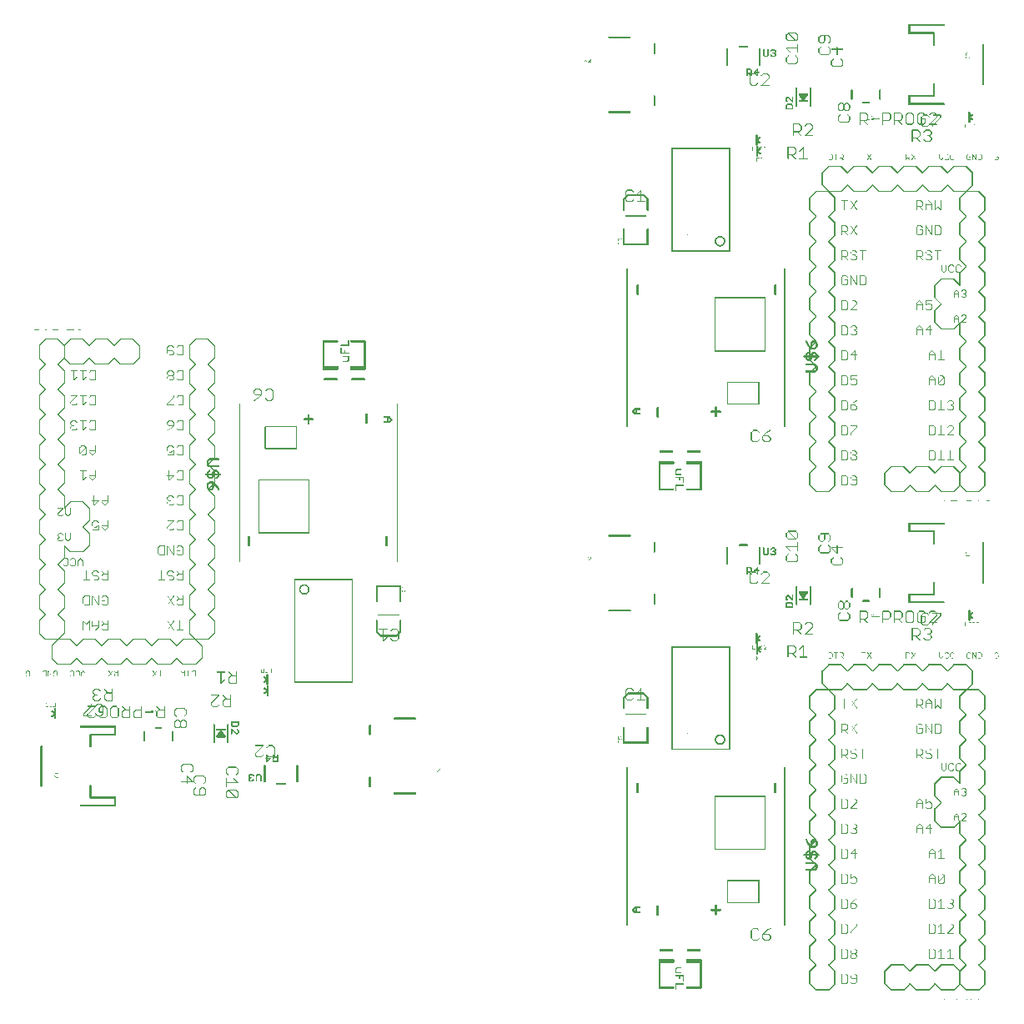
<source format=gto>
%MOIN*%
%OFA0B0*%
%FSLAX44Y44*%
%IPPOS*%
%LPD*%
G36*
X00036754Y00015156D02*
G01G01*
X00036760Y00015157D01*
X00036766Y00015160D01*
X00036770Y00015164D01*
X00036772Y00015169D01*
X00036774Y00015176D01*
X00036772Y00015182D01*
X00036770Y00015187D01*
X00036766Y00015192D01*
X00036760Y00015195D01*
X00036754Y00015196D01*
X00036447Y00015196D01*
X00036441Y00015195D01*
X00036435Y00015192D01*
X00036431Y00015187D01*
X00036428Y00015182D01*
X00036427Y00015176D01*
X00036428Y00015169D01*
X00036431Y00015164D01*
X00036435Y00015160D01*
X00036441Y00015157D01*
X00036447Y00015156D01*
X00036754Y00015156D01*
G37*
G36*
X00036447Y00015156D02*
G01G01*
X00036453Y00015157D01*
X00036459Y00015160D01*
X00036463Y00015164D01*
X00036766Y00015467D01*
X00036766Y00015467D01*
X00036770Y00015471D01*
X00036772Y00015477D01*
X00036774Y00015483D01*
X00036772Y00015489D01*
X00036770Y00015495D01*
X00036766Y00015499D01*
X00036760Y00015502D01*
X00036754Y00015503D01*
X00036748Y00015502D01*
X00036741Y00015499D01*
X00036737Y00015495D01*
X00036431Y00015187D01*
X00036428Y00015182D01*
X00036427Y00015176D01*
X00036428Y00015169D01*
X00036431Y00015164D01*
X00036435Y00015160D01*
X00036441Y00015157D01*
X00036447Y00015156D01*
G37*
G36*
X00036754Y00015463D02*
G01G01*
X00036760Y00015464D01*
X00036766Y00015467D01*
X00036770Y00015471D01*
X00036772Y00015477D01*
X00036774Y00015483D01*
X00036774Y00015560D01*
X00036772Y00015566D01*
X00036770Y00015571D01*
X00036766Y00015576D01*
X00036760Y00015579D01*
X00036754Y00015580D01*
X00036748Y00015579D01*
X00036741Y00015576D01*
X00036737Y00015571D01*
X00036735Y00015566D01*
X00036733Y00015560D01*
X00036733Y00015483D01*
X00036735Y00015477D01*
X00036737Y00015471D01*
X00036741Y00015467D01*
X00036748Y00015464D01*
X00036754Y00015463D01*
G37*
G36*
X00036754Y00015540D02*
G01G01*
X00036760Y00015541D01*
X00036766Y00015544D01*
X00036770Y00015547D01*
X00036772Y00015553D01*
X00036774Y00015560D01*
X00036772Y00015566D01*
X00036770Y00015571D01*
X00036689Y00015653D01*
X00036683Y00015654D01*
X00036677Y00015656D01*
X00036671Y00015654D01*
X00036665Y00015653D01*
X00036661Y00015648D01*
X00036658Y00015643D01*
X00036657Y00015636D01*
X00036658Y00015630D01*
X00036661Y00015625D01*
X00036741Y00015544D01*
X00036748Y00015541D01*
X00036754Y00015540D01*
G37*
G36*
X00036677Y00015616D02*
G01G01*
X00036683Y00015617D01*
X00036689Y00015620D01*
X00036693Y00015625D01*
X00036696Y00015630D01*
X00036697Y00015636D01*
X00036696Y00015643D01*
X00036693Y00015648D01*
X00036689Y00015653D01*
X00036683Y00015654D01*
X00036677Y00015656D01*
X00036524Y00015656D01*
X00036517Y00015654D01*
X00036512Y00015653D01*
X00036507Y00015648D01*
X00036505Y00015643D01*
X00036504Y00015636D01*
X00036505Y00015630D01*
X00036507Y00015625D01*
X00036512Y00015620D01*
X00036517Y00015617D01*
X00036524Y00015616D01*
X00036677Y00015616D01*
G37*
G36*
X00036447Y00015540D02*
G01G01*
X00036453Y00015541D01*
X00036459Y00015544D01*
X00036540Y00015625D01*
X00036543Y00015630D01*
X00036544Y00015636D01*
X00036543Y00015643D01*
X00036540Y00015648D01*
X00036535Y00015653D01*
X00036530Y00015654D01*
X00036524Y00015656D01*
X00036517Y00015654D01*
X00036512Y00015653D01*
X00036431Y00015571D01*
X00036428Y00015566D01*
X00036427Y00015560D01*
X00036428Y00015553D01*
X00036431Y00015547D01*
X00036435Y00015544D01*
X00036441Y00015541D01*
X00036447Y00015540D01*
G37*
G36*
X00036375Y00015526D02*
G01G01*
X00036381Y00015527D01*
X00036386Y00015530D01*
X00036391Y00015535D01*
X00036394Y00015540D01*
X00036395Y00015546D01*
X00036394Y00015552D01*
X00036391Y00015558D01*
X00036386Y00015563D01*
X00036381Y00015565D01*
X00036375Y00015566D01*
X00036221Y00015566D01*
X00036215Y00015565D01*
X00036209Y00015563D01*
X00036205Y00015558D01*
X00036202Y00015552D01*
X00036201Y00015546D01*
X00036202Y00015540D01*
X00036205Y00015535D01*
X00036209Y00015530D01*
X00036215Y00015527D01*
X00036221Y00015526D01*
X00036375Y00015526D01*
G37*
G36*
X00036144Y00015450D02*
G01G01*
X00036151Y00015451D01*
X00036156Y00015454D01*
X00036237Y00015535D01*
X00036240Y00015540D01*
X00036241Y00015546D01*
X00036240Y00015552D01*
X00036237Y00015558D01*
X00036233Y00015563D01*
X00036227Y00015565D01*
X00036221Y00015566D01*
X00036215Y00015565D01*
X00036209Y00015563D01*
X00036205Y00015558D01*
X00036128Y00015481D01*
X00036125Y00015476D01*
X00036124Y00015470D01*
X00036125Y00015464D01*
X00036128Y00015458D01*
X00036133Y00015454D01*
X00036137Y00015451D01*
X00036144Y00015450D01*
G37*
G36*
X00036144Y00015143D02*
G01G01*
X00036151Y00015144D01*
X00036156Y00015147D01*
X00036160Y00015150D01*
X00036164Y00015157D01*
X00036164Y00015163D01*
X00036164Y00015470D01*
X00036164Y00015476D01*
X00036160Y00015481D01*
X00036156Y00015486D01*
X00036151Y00015489D01*
X00036144Y00015489D01*
X00036137Y00015489D01*
X00036133Y00015486D01*
X00036128Y00015481D01*
X00036125Y00015476D01*
X00036124Y00015470D01*
X00036124Y00015163D01*
X00036125Y00015157D01*
X00036128Y00015150D01*
X00036133Y00015147D01*
X00036137Y00015144D01*
X00036144Y00015143D01*
G37*
G36*
X00036221Y00015065D02*
G01G01*
X00036227Y00015067D01*
X00036233Y00015069D01*
X00036237Y00015074D01*
X00036240Y00015080D01*
X00036241Y00015086D01*
X00036240Y00015092D01*
X00036237Y00015098D01*
X00036160Y00015175D01*
X00036156Y00015179D01*
X00036151Y00015182D01*
X00036144Y00015183D01*
X00036137Y00015182D01*
X00036133Y00015179D01*
X00036128Y00015175D01*
X00036125Y00015169D01*
X00036124Y00015163D01*
X00036125Y00015157D01*
X00036128Y00015150D01*
X00036205Y00015074D01*
X00036209Y00015069D01*
X00036215Y00015067D01*
X00036221Y00015065D01*
G37*
G36*
X00036375Y00015065D02*
G01G01*
X00036381Y00015067D01*
X00036386Y00015069D01*
X00036391Y00015074D01*
X00036394Y00015080D01*
X00036395Y00015086D01*
X00036394Y00015092D01*
X00036391Y00015098D01*
X00036386Y00015102D01*
X00036381Y00015105D01*
X00036375Y00015106D01*
X00036221Y00015106D01*
X00036215Y00015105D01*
X00036209Y00015102D01*
X00036205Y00015098D01*
X00036202Y00015092D01*
X00036201Y00015086D01*
X00036202Y00015080D01*
X00036205Y00015074D01*
X00036209Y00015069D01*
X00036215Y00015067D01*
X00036221Y00015065D01*
X00036375Y00015065D01*
G37*
G36*
X00036375Y00015065D02*
G01G01*
X00036381Y00015067D01*
X00036386Y00015069D01*
X00036391Y00015074D01*
X00036468Y00015150D01*
X00036470Y00015157D01*
X00036471Y00015163D01*
X00036470Y00015169D01*
X00036468Y00015175D01*
X00036463Y00015179D01*
X00036458Y00015182D01*
X00036451Y00015183D01*
X00036445Y00015182D01*
X00036440Y00015179D01*
X00036435Y00015175D01*
X00036359Y00015098D01*
X00036356Y00015092D01*
X00036355Y00015086D01*
X00036356Y00015080D01*
X00036359Y00015074D01*
X00036363Y00015069D01*
X00036369Y00015067D01*
X00036375Y00015065D01*
G37*
G36*
X00036605Y00015065D02*
G01G01*
X00036611Y00015067D01*
X00036617Y00015069D01*
X00036621Y00015074D01*
X00036624Y00015080D01*
X00036625Y00015086D01*
X00036625Y00015163D01*
X00036624Y00015169D01*
X00036621Y00015175D01*
X00036617Y00015179D01*
X00036611Y00015182D01*
X00036605Y00015183D01*
X00036599Y00015182D01*
X00036593Y00015179D01*
X00036589Y00015175D01*
X00036586Y00015169D01*
X00036585Y00015163D01*
X00036585Y00015086D01*
X00036586Y00015080D01*
X00036589Y00015074D01*
X00036593Y00015069D01*
X00036599Y00015067D01*
X00036605Y00015065D01*
G37*
G36*
X00036605Y00015143D02*
G01G01*
X00036611Y00015144D01*
X00036617Y00015147D01*
X00036928Y00015458D01*
X00036931Y00015464D01*
X00036932Y00015470D01*
X00036931Y00015476D01*
X00036928Y00015481D01*
X00036924Y00015486D01*
X00036918Y00015489D01*
X00036912Y00015489D01*
X00036906Y00015489D01*
X00036900Y00015486D01*
X00036593Y00015179D01*
X00036589Y00015175D01*
X00036586Y00015169D01*
X00036585Y00015163D01*
X00036586Y00015157D01*
X00036589Y00015150D01*
X00036593Y00015147D01*
X00036599Y00015144D01*
X00036605Y00015143D01*
G37*
G36*
X00036912Y00015450D02*
G01G01*
X00036918Y00015451D01*
X00036924Y00015454D01*
X00036928Y00015458D01*
X00036931Y00015464D01*
X00036932Y00015470D01*
X00036932Y00015546D01*
X00036931Y00015552D01*
X00036928Y00015558D01*
X00036924Y00015563D01*
X00036918Y00015565D01*
X00036912Y00015566D01*
X00036906Y00015565D01*
X00036900Y00015563D01*
X00036896Y00015558D01*
X00036892Y00015552D01*
X00036892Y00015546D01*
X00036892Y00015470D01*
X00036892Y00015464D01*
X00036896Y00015458D01*
X00036900Y00015454D01*
X00036906Y00015451D01*
X00036912Y00015450D01*
G37*
G36*
X00036912Y00015526D02*
G01G01*
X00036918Y00015527D01*
X00036924Y00015530D01*
X00036928Y00015535D01*
X00036931Y00015540D01*
X00036932Y00015546D01*
X00036931Y00015552D01*
X00036928Y00015558D01*
X00036924Y00015563D01*
X00036918Y00015565D01*
X00036912Y00015566D01*
X00036605Y00015566D01*
X00036599Y00015565D01*
X00036593Y00015563D01*
X00036589Y00015558D01*
X00036586Y00015552D01*
X00036585Y00015546D01*
X00036586Y00015540D01*
X00036589Y00015535D01*
X00036593Y00015530D01*
X00036599Y00015527D01*
X00036605Y00015526D01*
X00036912Y00015526D01*
G37*
G36*
X00036451Y00015450D02*
G01G01*
X00036458Y00015451D01*
X00036463Y00015454D01*
X00036468Y00015458D01*
X00036470Y00015464D01*
X00036471Y00015470D01*
X00036470Y00015476D01*
X00036468Y00015481D01*
X00036386Y00015563D01*
X00036381Y00015565D01*
X00036375Y00015566D01*
X00036369Y00015565D01*
X00036363Y00015563D01*
X00036359Y00015558D01*
X00036356Y00015552D01*
X00036355Y00015546D01*
X00036356Y00015540D01*
X00036359Y00015535D01*
X00036440Y00015454D01*
X00036445Y00015451D01*
X00036451Y00015450D01*
G37*
G36*
X00036293Y00015540D02*
G01G01*
X00036300Y00015541D01*
X00036305Y00015544D01*
X00036310Y00015547D01*
X00036312Y00015553D01*
X00036313Y00015560D01*
X00036312Y00015566D01*
X00036310Y00015571D01*
X00036228Y00015653D01*
X00036223Y00015654D01*
X00036217Y00015656D01*
X00036211Y00015654D01*
X00036205Y00015653D01*
X00036201Y00015648D01*
X00036198Y00015643D01*
X00036197Y00015636D01*
X00036198Y00015630D01*
X00036201Y00015625D01*
X00036282Y00015544D01*
X00036287Y00015541D01*
X00036293Y00015540D01*
G37*
G36*
X00036217Y00015616D02*
G01G01*
X00036223Y00015617D01*
X00036228Y00015620D01*
X00036233Y00015625D01*
X00036236Y00015630D01*
X00036237Y00015636D01*
X00036236Y00015643D01*
X00036233Y00015648D01*
X00036228Y00015653D01*
X00036223Y00015654D01*
X00036217Y00015656D01*
X00036063Y00015656D01*
X00036057Y00015654D01*
X00036051Y00015653D01*
X00036047Y00015648D01*
X00036044Y00015643D01*
X00036043Y00015636D01*
X00036044Y00015630D01*
X00036047Y00015625D01*
X00036051Y00015620D01*
X00036057Y00015617D01*
X00036063Y00015616D01*
X00036217Y00015616D01*
G37*
G36*
X00035987Y00015540D02*
G01G01*
X00035993Y00015541D01*
X00035998Y00015544D01*
X00036079Y00015625D01*
X00036082Y00015630D01*
X00036083Y00015636D01*
X00036082Y00015643D01*
X00036079Y00015648D01*
X00036075Y00015653D01*
X00036069Y00015654D01*
X00036063Y00015656D01*
X00036057Y00015654D01*
X00036051Y00015653D01*
X00036047Y00015648D01*
X00035970Y00015571D01*
X00035967Y00015566D01*
X00035967Y00015560D01*
X00035967Y00015553D01*
X00035970Y00015547D01*
X00035975Y00015544D01*
X00035980Y00015541D01*
X00035987Y00015540D01*
G37*
G36*
X00035987Y00015233D02*
G01G01*
X00035993Y00015234D01*
X00035998Y00015237D01*
X00036003Y00015241D01*
X00036005Y00015247D01*
X00036007Y00015253D01*
X00036007Y00015560D01*
X00036005Y00015566D01*
X00036003Y00015571D01*
X00035998Y00015576D01*
X00035993Y00015579D01*
X00035987Y00015580D01*
X00035980Y00015579D01*
X00035975Y00015576D01*
X00035970Y00015571D01*
X00035967Y00015566D01*
X00035967Y00015560D01*
X00035967Y00015253D01*
X00035967Y00015247D01*
X00035970Y00015241D01*
X00035975Y00015237D01*
X00035980Y00015234D01*
X00035987Y00015233D01*
G37*
G36*
X00036063Y00015156D02*
G01G01*
X00036069Y00015157D01*
X00036075Y00015160D01*
X00036079Y00015164D01*
X00036082Y00015169D01*
X00036083Y00015176D01*
X00036082Y00015182D01*
X00036079Y00015187D01*
X00036003Y00015265D01*
X00035998Y00015269D01*
X00035993Y00015271D01*
X00035987Y00015272D01*
X00035980Y00015271D01*
X00035975Y00015269D01*
X00035970Y00015265D01*
X00035967Y00015259D01*
X00035967Y00015253D01*
X00035967Y00015247D01*
X00035970Y00015241D01*
X00036047Y00015164D01*
X00036051Y00015160D01*
X00036057Y00015157D01*
X00036063Y00015156D01*
G37*
G36*
X00036217Y00015156D02*
G01G01*
X00036223Y00015157D01*
X00036228Y00015160D01*
X00036233Y00015164D01*
X00036236Y00015169D01*
X00036237Y00015176D01*
X00036236Y00015182D01*
X00036233Y00015187D01*
X00036228Y00015192D01*
X00036223Y00015195D01*
X00036217Y00015196D01*
X00036063Y00015196D01*
X00036057Y00015195D01*
X00036051Y00015192D01*
X00036047Y00015187D01*
X00036044Y00015182D01*
X00036043Y00015176D01*
X00036044Y00015169D01*
X00036047Y00015164D01*
X00036051Y00015160D01*
X00036057Y00015157D01*
X00036063Y00015156D01*
X00036217Y00015156D01*
G37*
G36*
X00036217Y00015156D02*
G01G01*
X00036223Y00015157D01*
X00036228Y00015160D01*
X00036233Y00015164D01*
X00036310Y00015241D01*
X00036312Y00015247D01*
X00036313Y00015253D01*
X00036312Y00015259D01*
X00036310Y00015265D01*
X00036305Y00015269D01*
X00036300Y00015271D01*
X00036293Y00015272D01*
X00036287Y00015271D01*
X00036282Y00015269D01*
X00036276Y00015265D01*
X00036201Y00015187D01*
X00036198Y00015182D01*
X00036197Y00015176D01*
X00036198Y00015169D01*
X00036201Y00015164D01*
X00036205Y00015160D01*
X00036211Y00015157D01*
X00036217Y00015156D01*
G37*
G36*
X00036293Y00015233D02*
G01G01*
X00036300Y00015234D01*
X00036305Y00015237D01*
X00036310Y00015241D01*
X00036312Y00015247D01*
X00036313Y00015253D01*
X00036313Y00015406D01*
X00036312Y00015411D01*
X00036310Y00015418D01*
X00036305Y00015422D01*
X00036300Y00015425D01*
X00036293Y00015425D01*
X00036287Y00015425D01*
X00036282Y00015422D01*
X00036276Y00015418D01*
X00036274Y00015411D01*
X00036273Y00015406D01*
X00036273Y00015253D01*
X00036274Y00015247D01*
X00036276Y00015241D01*
X00036282Y00015237D01*
X00036287Y00015234D01*
X00036293Y00015233D01*
G37*
G36*
X00036293Y00015386D02*
G01G01*
X00036300Y00015387D01*
X00036305Y00015390D01*
X00036310Y00015394D01*
X00036312Y00015400D01*
X00036313Y00015406D01*
X00036312Y00015411D01*
X00036310Y00015418D01*
X00036305Y00015422D01*
X00036300Y00015425D01*
X00036293Y00015425D01*
X00036140Y00015425D01*
X00036133Y00015425D01*
X00036128Y00015422D01*
X00036124Y00015418D01*
X00036121Y00015411D01*
X00036120Y00015406D01*
X00036121Y00015400D01*
X00036124Y00015394D01*
X00036128Y00015390D01*
X00036133Y00015387D01*
X00036140Y00015386D01*
X00036293Y00015386D01*
G37*
G36*
X00035756Y00015156D02*
G01G01*
X00035761Y00015157D01*
X00035768Y00015160D01*
X00035772Y00015164D01*
X00035849Y00015241D01*
X00035852Y00015247D01*
X00035853Y00015253D01*
X00035852Y00015259D01*
X00035849Y00015265D01*
X00035845Y00015269D01*
X00035839Y00015271D01*
X00035833Y00015272D01*
X00035827Y00015271D01*
X00035821Y00015269D01*
X00035817Y00015265D01*
X00035740Y00015187D01*
X00035737Y00015182D01*
X00035736Y00015176D01*
X00035737Y00015169D01*
X00035740Y00015164D01*
X00035745Y00015160D01*
X00035750Y00015157D01*
X00035756Y00015156D01*
G37*
G36*
X00035756Y00015156D02*
G01G01*
X00035761Y00015157D01*
X00035768Y00015160D01*
X00035772Y00015164D01*
X00035775Y00015169D01*
X00035776Y00015176D01*
X00035775Y00015182D01*
X00035772Y00015187D01*
X00035768Y00015192D01*
X00035761Y00015195D01*
X00035756Y00015196D01*
X00035603Y00015196D01*
X00035597Y00015195D01*
X00035591Y00015192D01*
X00035587Y00015187D01*
X00035584Y00015182D01*
X00035583Y00015176D01*
X00035584Y00015169D01*
X00035587Y00015164D01*
X00035591Y00015160D01*
X00035597Y00015157D01*
X00035603Y00015156D01*
X00035756Y00015156D01*
G37*
G36*
X00035603Y00015156D02*
G01G01*
X00035609Y00015157D01*
X00035615Y00015160D01*
X00035619Y00015164D01*
X00035622Y00015169D01*
X00035623Y00015176D01*
X00035622Y00015182D01*
X00035619Y00015187D01*
X00035542Y00015265D01*
X00035538Y00015269D01*
X00035532Y00015271D01*
X00035525Y00015272D01*
X00035520Y00015271D01*
X00035514Y00015269D01*
X00035510Y00015265D01*
X00035507Y00015259D01*
X00035506Y00015253D01*
X00035507Y00015247D01*
X00035510Y00015241D01*
X00035587Y00015164D01*
X00035591Y00015160D01*
X00035597Y00015157D01*
X00035603Y00015156D01*
G37*
G36*
X00035525Y00015233D02*
G01G01*
X00035532Y00015234D01*
X00035538Y00015237D01*
X00035542Y00015241D01*
X00035545Y00015247D01*
X00035546Y00015253D01*
X00035546Y00015560D01*
X00035545Y00015566D01*
X00035542Y00015571D01*
X00035538Y00015576D01*
X00035532Y00015579D01*
X00035525Y00015580D01*
X00035520Y00015579D01*
X00035514Y00015576D01*
X00035510Y00015571D01*
X00035507Y00015566D01*
X00035506Y00015560D01*
X00035506Y00015253D01*
X00035507Y00015247D01*
X00035510Y00015241D01*
X00035514Y00015237D01*
X00035520Y00015234D01*
X00035525Y00015233D01*
G37*
G36*
X00035525Y00015540D02*
G01G01*
X00035532Y00015541D01*
X00035538Y00015544D01*
X00035619Y00015625D01*
X00035622Y00015630D01*
X00035623Y00015636D01*
X00035622Y00015643D01*
X00035619Y00015648D01*
X00035615Y00015653D01*
X00035609Y00015654D01*
X00035603Y00015656D01*
X00035597Y00015654D01*
X00035591Y00015653D01*
X00035510Y00015571D01*
X00035507Y00015566D01*
X00035506Y00015560D01*
X00035507Y00015553D01*
X00035510Y00015547D01*
X00035514Y00015544D01*
X00035520Y00015541D01*
X00035525Y00015540D01*
G37*
G36*
X00035756Y00015616D02*
G01G01*
X00035761Y00015617D01*
X00035768Y00015620D01*
X00035772Y00015625D01*
X00035775Y00015630D01*
X00035776Y00015636D01*
X00035775Y00015643D01*
X00035772Y00015648D01*
X00035768Y00015653D01*
X00035761Y00015654D01*
X00035756Y00015656D01*
X00035603Y00015656D01*
X00035597Y00015654D01*
X00035591Y00015653D01*
X00035587Y00015648D01*
X00035584Y00015643D01*
X00035583Y00015636D01*
X00035584Y00015630D01*
X00035587Y00015625D01*
X00035591Y00015620D01*
X00035597Y00015617D01*
X00035603Y00015616D01*
X00035756Y00015616D01*
G37*
G36*
X00035833Y00015540D02*
G01G01*
X00035839Y00015541D01*
X00035845Y00015544D01*
X00035849Y00015547D01*
X00035852Y00015553D01*
X00035853Y00015560D01*
X00035852Y00015566D01*
X00035849Y00015571D01*
X00035845Y00015576D01*
X00035768Y00015653D01*
X00035761Y00015654D01*
X00035756Y00015656D01*
X00035750Y00015654D01*
X00035745Y00015653D01*
X00035740Y00015648D01*
X00035737Y00015643D01*
X00035736Y00015636D01*
X00035737Y00015630D01*
X00035740Y00015625D01*
X00035821Y00015544D01*
X00035827Y00015541D01*
X00035833Y00015540D01*
G37*
G36*
X00035833Y00015233D02*
G01G01*
X00035839Y00015234D01*
X00035845Y00015237D01*
X00035849Y00015241D01*
X00035852Y00015247D01*
X00035853Y00015253D01*
X00035853Y00015560D01*
X00035852Y00015566D01*
X00035849Y00015571D01*
X00035845Y00015576D01*
X00035839Y00015579D01*
X00035833Y00015580D01*
X00035827Y00015579D01*
X00035821Y00015576D01*
X00035817Y00015571D01*
X00035814Y00015566D01*
X00035813Y00015560D01*
X00035813Y00015253D01*
X00035814Y00015247D01*
X00035817Y00015241D01*
X00035821Y00015237D01*
X00035827Y00015234D01*
X00035833Y00015233D01*
G37*
G36*
X00036004Y00014926D02*
G01G01*
X00036009Y00014927D01*
X00036016Y00014930D01*
X00036020Y00014935D01*
X00036023Y00014939D01*
X00036024Y00014945D01*
X00036023Y00014953D01*
X00036020Y00014958D01*
X00036016Y00014963D01*
X00036009Y00014965D01*
X00036004Y00014966D01*
X00035773Y00014966D01*
X00035768Y00014965D01*
X00035761Y00014963D01*
X00035758Y00014958D01*
X00035755Y00014953D01*
X00035754Y00014945D01*
X00035755Y00014939D01*
X00035758Y00014935D01*
X00035761Y00014930D01*
X00035768Y00014927D01*
X00035773Y00014926D01*
X00036004Y00014926D01*
G37*
G36*
X00036081Y00014850D02*
G01G01*
X00036087Y00014851D01*
X00036092Y00014854D01*
X00036097Y00014858D01*
X00036100Y00014864D01*
X00036101Y00014870D01*
X00036100Y00014876D01*
X00036097Y00014881D01*
X00036016Y00014963D01*
X00036009Y00014965D01*
X00036004Y00014966D01*
X00035998Y00014965D01*
X00035992Y00014963D01*
X00035988Y00014958D01*
X00035985Y00014953D01*
X00035984Y00014945D01*
X00035985Y00014939D01*
X00035988Y00014935D01*
X00036069Y00014854D01*
X00036074Y00014851D01*
X00036081Y00014850D01*
G37*
G36*
X00036081Y00014695D02*
G01G01*
X00036087Y00014697D01*
X00036092Y00014699D01*
X00036097Y00014703D01*
X00036100Y00014710D01*
X00036101Y00014716D01*
X00036101Y00014870D01*
X00036100Y00014876D01*
X00036097Y00014881D01*
X00036092Y00014885D01*
X00036087Y00014888D01*
X00036081Y00014890D01*
X00036074Y00014888D01*
X00036069Y00014885D01*
X00036064Y00014881D01*
X00036062Y00014876D01*
X00036061Y00014870D01*
X00036061Y00014716D01*
X00036062Y00014710D01*
X00036064Y00014703D01*
X00036069Y00014699D01*
X00036074Y00014697D01*
X00036081Y00014695D01*
G37*
G36*
X00036004Y00014619D02*
G01G01*
X00036009Y00014620D01*
X00036016Y00014623D01*
X00036020Y00014628D01*
X00036092Y00014699D01*
X00036097Y00014703D01*
X00036100Y00014710D01*
X00036101Y00014716D01*
X00036100Y00014722D01*
X00036097Y00014728D01*
X00036092Y00014732D01*
X00036087Y00014735D01*
X00036081Y00014736D01*
X00036074Y00014735D01*
X00036069Y00014732D01*
X00035988Y00014651D01*
X00035985Y00014645D01*
X00035984Y00014639D01*
X00035985Y00014633D01*
X00035988Y00014628D01*
X00035992Y00014623D01*
X00035998Y00014620D01*
X00036004Y00014619D01*
G37*
G36*
X00036004Y00014619D02*
G01G01*
X00036009Y00014620D01*
X00036016Y00014623D01*
X00036020Y00014628D01*
X00036023Y00014633D01*
X00036024Y00014639D01*
X00036023Y00014645D01*
X00036020Y00014651D01*
X00036016Y00014656D01*
X00036009Y00014659D01*
X00036004Y00014660D01*
X00035773Y00014660D01*
X00035768Y00014659D01*
X00035761Y00014656D01*
X00035758Y00014651D01*
X00035755Y00014645D01*
X00035754Y00014639D01*
X00035755Y00014633D01*
X00035758Y00014628D01*
X00035761Y00014623D01*
X00035768Y00014620D01*
X00035773Y00014619D01*
X00036004Y00014619D01*
G37*
G36*
X00035773Y00014466D02*
G01G01*
X00035780Y00014467D01*
X00035785Y00014470D01*
X00035790Y00014474D01*
X00035792Y00014480D01*
X00035794Y00014486D01*
X00035794Y00014945D01*
X00035792Y00014953D01*
X00035790Y00014958D01*
X00035785Y00014963D01*
X00035780Y00014965D01*
X00035773Y00014966D01*
X00035768Y00014965D01*
X00035761Y00014963D01*
X00035758Y00014958D01*
X00035755Y00014953D01*
X00035754Y00014945D01*
X00035754Y00014486D01*
X00035755Y00014480D01*
X00035758Y00014474D01*
X00035761Y00014470D01*
X00035768Y00014467D01*
X00035773Y00014466D01*
G37*
G36*
X00036081Y00014466D02*
G01G01*
X00036087Y00014467D01*
X00036092Y00014470D01*
X00036097Y00014474D01*
X00036100Y00014480D01*
X00036101Y00014486D01*
X00036100Y00014492D01*
X00036097Y00014498D01*
X00035943Y00014651D01*
X00035939Y00014656D01*
X00035933Y00014659D01*
X00035927Y00014660D01*
X00035920Y00014659D01*
X00035915Y00014656D01*
X00035911Y00014651D01*
X00035908Y00014645D01*
X00035907Y00014639D01*
X00035908Y00014633D01*
X00035911Y00014628D01*
X00036064Y00014474D01*
X00036069Y00014470D01*
X00036074Y00014467D01*
X00036081Y00014466D01*
G37*
G36*
X00036311Y00014466D02*
G01G01*
X00036317Y00014467D01*
X00036323Y00014470D01*
X00036327Y00014474D01*
X00036330Y00014480D01*
X00036331Y00014486D01*
X00036330Y00014492D01*
X00036327Y00014498D01*
X00036249Y00014575D01*
X00036245Y00014579D01*
X00036240Y00014581D01*
X00036234Y00014583D01*
X00036228Y00014581D01*
X00036222Y00014579D01*
X00036218Y00014575D01*
X00036215Y00014569D01*
X00036214Y00014563D01*
X00036215Y00014557D01*
X00036218Y00014551D01*
X00036295Y00014474D01*
X00036299Y00014470D01*
X00036305Y00014467D01*
X00036311Y00014466D01*
G37*
G36*
X00036464Y00014466D02*
G01G01*
X00036470Y00014467D01*
X00036476Y00014470D01*
X00036480Y00014474D01*
X00036483Y00014480D01*
X00036484Y00014486D01*
X00036483Y00014492D01*
X00036480Y00014498D01*
X00036476Y00014502D01*
X00036470Y00014504D01*
X00036464Y00014505D01*
X00036311Y00014505D01*
X00036305Y00014504D01*
X00036299Y00014502D01*
X00036295Y00014498D01*
X00036292Y00014492D01*
X00036291Y00014486D01*
X00036292Y00014480D01*
X00036295Y00014474D01*
X00036299Y00014470D01*
X00036305Y00014467D01*
X00036311Y00014466D01*
X00036464Y00014466D01*
G37*
G36*
X00036464Y00014466D02*
G01G01*
X00036470Y00014467D01*
X00036476Y00014470D01*
X00036480Y00014474D01*
X00036557Y00014551D01*
X00036560Y00014557D01*
X00036561Y00014563D01*
X00036560Y00014569D01*
X00036557Y00014575D01*
X00036553Y00014579D01*
X00036547Y00014581D01*
X00036541Y00014583D01*
X00036535Y00014581D01*
X00036528Y00014579D01*
X00036524Y00014575D01*
X00036448Y00014498D01*
X00036445Y00014492D01*
X00036444Y00014486D01*
X00036445Y00014480D01*
X00036448Y00014474D01*
X00036453Y00014470D01*
X00036458Y00014467D01*
X00036464Y00014466D01*
G37*
G36*
X00036541Y00014543D02*
G01G01*
X00036547Y00014544D01*
X00036553Y00014547D01*
X00036557Y00014551D01*
X00036560Y00014557D01*
X00036561Y00014563D01*
X00036561Y00014639D01*
X00036560Y00014645D01*
X00036557Y00014651D01*
X00036553Y00014656D01*
X00036547Y00014659D01*
X00036541Y00014660D01*
X00036535Y00014659D01*
X00036528Y00014656D01*
X00036524Y00014651D01*
X00036522Y00014645D01*
X00036520Y00014639D01*
X00036520Y00014563D01*
X00036522Y00014557D01*
X00036524Y00014551D01*
X00036528Y00014547D01*
X00036535Y00014544D01*
X00036541Y00014543D01*
G37*
G36*
X00036541Y00014619D02*
G01G01*
X00036547Y00014620D01*
X00036553Y00014623D01*
X00036557Y00014628D01*
X00036560Y00014633D01*
X00036561Y00014639D01*
X00036560Y00014645D01*
X00036557Y00014651D01*
X00036553Y00014656D01*
X00036476Y00014732D01*
X00036470Y00014735D01*
X00036464Y00014736D01*
X00036458Y00014735D01*
X00036453Y00014732D01*
X00036448Y00014728D01*
X00036445Y00014722D01*
X00036444Y00014716D01*
X00036445Y00014710D01*
X00036448Y00014703D01*
X00036453Y00014699D01*
X00036528Y00014623D01*
X00036535Y00014620D01*
X00036541Y00014619D01*
G37*
G36*
X00036464Y00014695D02*
G01G01*
X00036470Y00014697D01*
X00036476Y00014699D01*
X00036480Y00014703D01*
X00036483Y00014710D01*
X00036484Y00014716D01*
X00036483Y00014722D01*
X00036480Y00014728D01*
X00036476Y00014732D01*
X00036470Y00014735D01*
X00036464Y00014736D01*
X00036388Y00014736D01*
X00036381Y00014735D01*
X00036376Y00014732D01*
X00036371Y00014728D01*
X00036369Y00014722D01*
X00036368Y00014716D01*
X00036369Y00014710D01*
X00036371Y00014703D01*
X00036376Y00014699D01*
X00036381Y00014697D01*
X00036388Y00014695D01*
X00036464Y00014695D01*
G37*
G36*
X00036464Y00014695D02*
G01G01*
X00036470Y00014697D01*
X00036476Y00014699D01*
X00036480Y00014703D01*
X00036557Y00014781D01*
X00036560Y00014786D01*
X00036561Y00014793D01*
X00036560Y00014799D01*
X00036557Y00014805D01*
X00036553Y00014809D01*
X00036547Y00014812D01*
X00036541Y00014813D01*
X00036535Y00014812D01*
X00036528Y00014809D01*
X00036524Y00014805D01*
X00036448Y00014728D01*
X00036445Y00014722D01*
X00036444Y00014716D01*
X00036445Y00014710D01*
X00036448Y00014703D01*
X00036453Y00014699D01*
X00036458Y00014697D01*
X00036464Y00014695D01*
G37*
G36*
X00036541Y00014773D02*
G01G01*
X00036547Y00014774D01*
X00036553Y00014777D01*
X00036557Y00014781D01*
X00036560Y00014786D01*
X00036561Y00014793D01*
X00036561Y00014870D01*
X00036560Y00014876D01*
X00036557Y00014881D01*
X00036553Y00014885D01*
X00036547Y00014888D01*
X00036541Y00014890D01*
X00036535Y00014888D01*
X00036528Y00014885D01*
X00036524Y00014881D01*
X00036522Y00014876D01*
X00036520Y00014870D01*
X00036520Y00014793D01*
X00036522Y00014786D01*
X00036524Y00014781D01*
X00036528Y00014777D01*
X00036535Y00014774D01*
X00036541Y00014773D01*
G37*
G36*
X00036541Y00014850D02*
G01G01*
X00036547Y00014851D01*
X00036553Y00014854D01*
X00036557Y00014858D01*
X00036560Y00014864D01*
X00036561Y00014870D01*
X00036560Y00014876D01*
X00036557Y00014881D01*
X00036553Y00014885D01*
X00036476Y00014963D01*
X00036470Y00014965D01*
X00036464Y00014966D01*
X00036458Y00014965D01*
X00036453Y00014963D01*
X00036448Y00014958D01*
X00036445Y00014953D01*
X00036444Y00014945D01*
X00036445Y00014939D01*
X00036448Y00014935D01*
X00036528Y00014854D01*
X00036535Y00014851D01*
X00036541Y00014850D01*
G37*
G36*
X00036464Y00014926D02*
G01G01*
X00036470Y00014927D01*
X00036476Y00014930D01*
X00036480Y00014935D01*
X00036483Y00014939D01*
X00036484Y00014945D01*
X00036483Y00014953D01*
X00036480Y00014958D01*
X00036476Y00014963D01*
X00036470Y00014965D01*
X00036464Y00014966D01*
X00036311Y00014966D01*
X00036305Y00014965D01*
X00036299Y00014963D01*
X00036295Y00014958D01*
X00036292Y00014953D01*
X00036291Y00014945D01*
X00036292Y00014939D01*
X00036295Y00014935D01*
X00036299Y00014930D01*
X00036305Y00014927D01*
X00036311Y00014926D01*
X00036464Y00014926D01*
G37*
G36*
X00036234Y00014850D02*
G01G01*
X00036240Y00014851D01*
X00036245Y00014854D01*
X00036327Y00014935D01*
X00036330Y00014939D01*
X00036331Y00014945D01*
X00036330Y00014953D01*
X00036327Y00014958D01*
X00036323Y00014963D01*
X00036317Y00014965D01*
X00036311Y00014966D01*
X00036305Y00014965D01*
X00036299Y00014963D01*
X00036218Y00014881D01*
X00036215Y00014876D01*
X00036214Y00014870D01*
X00036215Y00014864D01*
X00036218Y00014858D01*
X00036222Y00014854D01*
X00036228Y00014851D01*
X00036234Y00014850D01*
G37*
G36*
X00035373Y00015156D02*
G01G01*
X00035379Y00015157D01*
X00035384Y00015160D01*
X00035389Y00015164D01*
X00035392Y00015169D01*
X00035393Y00015176D01*
X00035392Y00015182D01*
X00035389Y00015187D01*
X00035231Y00015346D01*
X00035225Y00015349D01*
X00035219Y00015349D01*
X00035213Y00015349D01*
X00035207Y00015346D01*
X00035203Y00015341D01*
X00035200Y00015336D01*
X00035199Y00015329D01*
X00035200Y00015323D01*
X00035203Y00015318D01*
X00035361Y00015160D01*
X00035366Y00015157D01*
X00035373Y00015156D01*
G37*
G36*
X00035296Y00015309D02*
G01G01*
X00035302Y00015309D01*
X00035308Y00015313D01*
X00035312Y00015318D01*
X00035315Y00015323D01*
X00035316Y00015329D01*
X00035315Y00015336D01*
X00035312Y00015341D01*
X00035308Y00015346D01*
X00035302Y00015349D01*
X00035296Y00015349D01*
X00035066Y00015349D01*
X00035060Y00015349D01*
X00035054Y00015346D01*
X00035050Y00015341D01*
X00035047Y00015336D01*
X00035045Y00015329D01*
X00035047Y00015323D01*
X00035050Y00015318D01*
X00035054Y00015313D01*
X00035060Y00015309D01*
X00035066Y00015309D01*
X00035296Y00015309D01*
G37*
G36*
X00035066Y00015156D02*
G01G01*
X00035072Y00015157D01*
X00035076Y00015160D01*
X00035082Y00015164D01*
X00035085Y00015169D01*
X00035086Y00015176D01*
X00035086Y00015636D01*
X00035085Y00015643D01*
X00035082Y00015648D01*
X00035076Y00015653D01*
X00035072Y00015654D01*
X00035066Y00015656D01*
X00035060Y00015654D01*
X00035054Y00015653D01*
X00035050Y00015648D01*
X00035047Y00015643D01*
X00035045Y00015636D01*
X00035045Y00015176D01*
X00035047Y00015169D01*
X00035050Y00015164D01*
X00035054Y00015160D01*
X00035060Y00015157D01*
X00035066Y00015156D01*
G37*
G36*
X00035296Y00015616D02*
G01G01*
X00035302Y00015617D01*
X00035308Y00015620D01*
X00035312Y00015625D01*
X00035315Y00015630D01*
X00035316Y00015636D01*
X00035315Y00015643D01*
X00035312Y00015648D01*
X00035308Y00015653D01*
X00035302Y00015654D01*
X00035296Y00015656D01*
X00035066Y00015656D01*
X00035060Y00015654D01*
X00035054Y00015653D01*
X00035050Y00015648D01*
X00035047Y00015643D01*
X00035045Y00015636D01*
X00035047Y00015630D01*
X00035050Y00015625D01*
X00035054Y00015620D01*
X00035060Y00015617D01*
X00035066Y00015616D01*
X00035296Y00015616D01*
G37*
G36*
X00035373Y00015540D02*
G01G01*
X00035379Y00015541D01*
X00035384Y00015544D01*
X00035389Y00015547D01*
X00035392Y00015553D01*
X00035393Y00015560D01*
X00035392Y00015566D01*
X00035389Y00015571D01*
X00035308Y00015653D01*
X00035302Y00015654D01*
X00035296Y00015656D01*
X00035289Y00015654D01*
X00035284Y00015653D01*
X00035280Y00015648D01*
X00035277Y00015643D01*
X00035276Y00015636D01*
X00035277Y00015630D01*
X00035280Y00015625D01*
X00035361Y00015544D01*
X00035366Y00015541D01*
X00035373Y00015540D01*
G37*
G36*
X00035373Y00015386D02*
G01G01*
X00035379Y00015387D01*
X00035384Y00015390D01*
X00035389Y00015394D01*
X00035392Y00015400D01*
X00035393Y00015406D01*
X00035393Y00015560D01*
X00035392Y00015566D01*
X00035389Y00015571D01*
X00035384Y00015576D01*
X00035379Y00015579D01*
X00035373Y00015580D01*
X00035366Y00015579D01*
X00035361Y00015576D01*
X00035356Y00015571D01*
X00035354Y00015566D01*
X00035353Y00015560D01*
X00035353Y00015406D01*
X00035354Y00015400D01*
X00035356Y00015394D01*
X00035361Y00015390D01*
X00035366Y00015387D01*
X00035373Y00015386D01*
G37*
G36*
X00035296Y00015309D02*
G01G01*
X00035302Y00015309D01*
X00035308Y00015313D01*
X00035389Y00015394D01*
X00035392Y00015400D01*
X00035393Y00015406D01*
X00035392Y00015411D01*
X00035389Y00015418D01*
X00035384Y00015422D01*
X00035379Y00015425D01*
X00035373Y00015425D01*
X00035366Y00015425D01*
X00035361Y00015422D01*
X00035280Y00015341D01*
X00035277Y00015336D01*
X00035276Y00015329D01*
X00035277Y00015323D01*
X00035280Y00015318D01*
X00035284Y00015313D01*
X00035289Y00015309D01*
X00035296Y00015309D01*
G37*
G36*
X00034835Y00015309D02*
G01G01*
X00034842Y00015309D01*
X00034847Y00015313D01*
X00034924Y00015390D01*
X00034928Y00015394D01*
X00034931Y00015400D01*
X00034932Y00015406D01*
X00034931Y00015411D01*
X00034928Y00015418D01*
X00034924Y00015422D01*
X00034917Y00015425D01*
X00034912Y00015425D01*
X00034906Y00015425D01*
X00034900Y00015422D01*
X00034896Y00015418D01*
X00034819Y00015341D01*
X00034816Y00015336D01*
X00034815Y00015329D01*
X00034816Y00015323D01*
X00034819Y00015318D01*
X00034824Y00015313D01*
X00034828Y00015309D01*
X00034835Y00015309D01*
G37*
G36*
X00034835Y00015309D02*
G01G01*
X00034842Y00015309D01*
X00034847Y00015313D01*
X00034852Y00015318D01*
X00034855Y00015323D01*
X00034855Y00015329D01*
X00034855Y00015336D01*
X00034852Y00015341D01*
X00034847Y00015346D01*
X00034842Y00015349D01*
X00034835Y00015349D01*
X00034605Y00015349D01*
X00034599Y00015349D01*
X00034594Y00015346D01*
X00034588Y00015341D01*
X00034586Y00015336D01*
X00034584Y00015329D01*
X00034586Y00015323D01*
X00034588Y00015318D01*
X00034594Y00015313D01*
X00034599Y00015309D01*
X00034605Y00015309D01*
X00034835Y00015309D01*
G37*
G36*
X00034605Y00015156D02*
G01G01*
X00034611Y00015157D01*
X00034617Y00015160D01*
X00034621Y00015164D01*
X00034624Y00015169D01*
X00034625Y00015176D01*
X00034625Y00015636D01*
X00034624Y00015643D01*
X00034621Y00015648D01*
X00034617Y00015653D01*
X00034611Y00015654D01*
X00034605Y00015656D01*
X00034599Y00015654D01*
X00034594Y00015653D01*
X00034588Y00015648D01*
X00034586Y00015643D01*
X00034584Y00015636D01*
X00034584Y00015176D01*
X00034586Y00015169D01*
X00034588Y00015164D01*
X00034594Y00015160D01*
X00034599Y00015157D01*
X00034605Y00015156D01*
G37*
G36*
X00034835Y00015616D02*
G01G01*
X00034842Y00015617D01*
X00034847Y00015620D01*
X00034852Y00015625D01*
X00034855Y00015630D01*
X00034855Y00015636D01*
X00034855Y00015643D01*
X00034852Y00015648D01*
X00034847Y00015653D01*
X00034842Y00015654D01*
X00034835Y00015656D01*
X00034605Y00015656D01*
X00034599Y00015654D01*
X00034594Y00015653D01*
X00034588Y00015648D01*
X00034586Y00015643D01*
X00034584Y00015636D01*
X00034586Y00015630D01*
X00034588Y00015625D01*
X00034594Y00015620D01*
X00034599Y00015617D01*
X00034605Y00015616D01*
X00034835Y00015616D01*
G37*
G36*
X00034912Y00015540D02*
G01G01*
X00034917Y00015541D01*
X00034924Y00015544D01*
X00034928Y00015547D01*
X00034931Y00015553D01*
X00034932Y00015560D01*
X00034931Y00015566D01*
X00034928Y00015571D01*
X00034847Y00015653D01*
X00034842Y00015654D01*
X00034835Y00015656D01*
X00034828Y00015654D01*
X00034824Y00015653D01*
X00034819Y00015648D01*
X00034816Y00015643D01*
X00034815Y00015636D01*
X00034816Y00015630D01*
X00034819Y00015625D01*
X00034824Y00015620D01*
X00034900Y00015544D01*
X00034906Y00015541D01*
X00034912Y00015540D01*
G37*
G36*
X00034912Y00015386D02*
G01G01*
X00034917Y00015387D01*
X00034924Y00015390D01*
X00034928Y00015394D01*
X00034931Y00015400D01*
X00034932Y00015406D01*
X00034932Y00015560D01*
X00034931Y00015566D01*
X00034928Y00015571D01*
X00034924Y00015576D01*
X00034917Y00015579D01*
X00034912Y00015580D01*
X00034906Y00015579D01*
X00034900Y00015576D01*
X00034896Y00015571D01*
X00034893Y00015566D01*
X00034892Y00015560D01*
X00034892Y00015406D01*
X00034893Y00015400D01*
X00034896Y00015394D01*
X00034900Y00015390D01*
X00034906Y00015387D01*
X00034912Y00015386D01*
G37*
G36*
X00034452Y00015386D02*
G01G01*
X00034458Y00015387D01*
X00034464Y00015390D01*
X00034468Y00015394D01*
X00034471Y00015400D01*
X00034472Y00015406D01*
X00034471Y00015411D01*
X00034468Y00015418D01*
X00034464Y00015422D01*
X00034458Y00015425D01*
X00034452Y00015425D01*
X00034145Y00015425D01*
X00034139Y00015425D01*
X00034133Y00015422D01*
X00034129Y00015418D01*
X00034126Y00015411D01*
X00034125Y00015406D01*
X00034126Y00015400D01*
X00034129Y00015394D01*
X00034133Y00015390D01*
X00034139Y00015387D01*
X00034145Y00015386D01*
X00034452Y00015386D01*
G37*
G36*
X00033915Y00015309D02*
G01G01*
X00033921Y00015309D01*
X00033926Y00015313D01*
X00034003Y00015390D01*
X00034008Y00015394D01*
X00034010Y00015400D01*
X00034011Y00015406D01*
X00034010Y00015411D01*
X00034008Y00015418D01*
X00034003Y00015422D01*
X00033998Y00015425D01*
X00033991Y00015425D01*
X00033984Y00015425D01*
X00033980Y00015422D01*
X00033899Y00015341D01*
X00033896Y00015336D01*
X00033895Y00015329D01*
X00033896Y00015323D01*
X00033899Y00015318D01*
X00033903Y00015313D01*
X00033909Y00015309D01*
X00033915Y00015309D01*
G37*
G36*
X00033915Y00015309D02*
G01G01*
X00033921Y00015309D01*
X00033926Y00015313D01*
X00033931Y00015318D01*
X00033934Y00015323D01*
X00033935Y00015329D01*
X00033934Y00015336D01*
X00033931Y00015341D01*
X00033926Y00015346D01*
X00033921Y00015349D01*
X00033915Y00015349D01*
X00033685Y00015349D01*
X00033678Y00015349D01*
X00033673Y00015346D01*
X00033668Y00015341D01*
X00033665Y00015336D01*
X00033665Y00015329D01*
X00033665Y00015323D01*
X00033668Y00015318D01*
X00033673Y00015313D01*
X00033678Y00015309D01*
X00033685Y00015309D01*
X00033915Y00015309D01*
G37*
G36*
X00033685Y00015156D02*
G01G01*
X00033691Y00015157D01*
X00033696Y00015160D01*
X00033701Y00015164D01*
X00033704Y00015169D01*
X00033705Y00015176D01*
X00033705Y00015636D01*
X00033704Y00015643D01*
X00033701Y00015648D01*
X00033696Y00015653D01*
X00033691Y00015654D01*
X00033685Y00015656D01*
X00033678Y00015654D01*
X00033673Y00015653D01*
X00033668Y00015648D01*
X00033665Y00015643D01*
X00033665Y00015636D01*
X00033665Y00015176D01*
X00033665Y00015169D01*
X00033668Y00015164D01*
X00033673Y00015160D01*
X00033678Y00015157D01*
X00033685Y00015156D01*
G37*
G36*
X00033915Y00015616D02*
G01G01*
X00033921Y00015617D01*
X00033926Y00015620D01*
X00033931Y00015625D01*
X00033934Y00015630D01*
X00033935Y00015636D01*
X00033934Y00015643D01*
X00033931Y00015648D01*
X00033926Y00015653D01*
X00033921Y00015654D01*
X00033915Y00015656D01*
X00033685Y00015656D01*
X00033678Y00015654D01*
X00033673Y00015653D01*
X00033668Y00015648D01*
X00033665Y00015643D01*
X00033665Y00015636D01*
X00033665Y00015630D01*
X00033668Y00015625D01*
X00033673Y00015620D01*
X00033678Y00015617D01*
X00033685Y00015616D01*
X00033915Y00015616D01*
G37*
G36*
X00033991Y00015540D02*
G01G01*
X00033998Y00015541D01*
X00034003Y00015544D01*
X00034008Y00015547D01*
X00034010Y00015553D01*
X00034011Y00015560D01*
X00034010Y00015566D01*
X00034008Y00015571D01*
X00033926Y00015653D01*
X00033921Y00015654D01*
X00033915Y00015656D01*
X00033909Y00015654D01*
X00033903Y00015653D01*
X00033899Y00015648D01*
X00033896Y00015643D01*
X00033895Y00015636D01*
X00033896Y00015630D01*
X00033899Y00015625D01*
X00033980Y00015544D01*
X00033984Y00015541D01*
X00033991Y00015540D01*
G37*
G36*
X00033991Y00015386D02*
G01G01*
X00033998Y00015387D01*
X00034003Y00015390D01*
X00034008Y00015394D01*
X00034010Y00015400D01*
X00034011Y00015406D01*
X00034011Y00015560D01*
X00034010Y00015566D01*
X00034008Y00015571D01*
X00034003Y00015576D01*
X00033998Y00015579D01*
X00033991Y00015580D01*
X00033984Y00015579D01*
X00033980Y00015576D01*
X00033975Y00015571D01*
X00033972Y00015566D01*
X00033971Y00015560D01*
X00033971Y00015406D01*
X00033972Y00015400D01*
X00033975Y00015394D01*
X00033980Y00015390D01*
X00033984Y00015387D01*
X00033991Y00015386D01*
G37*
G36*
X00033991Y00015156D02*
G01G01*
X00033998Y00015157D01*
X00034003Y00015160D01*
X00034008Y00015164D01*
X00034010Y00015169D01*
X00034011Y00015176D01*
X00034010Y00015182D01*
X00034008Y00015187D01*
X00033854Y00015341D01*
X00033850Y00015346D01*
X00033844Y00015349D01*
X00033838Y00015349D01*
X00033832Y00015349D01*
X00033825Y00015346D01*
X00033822Y00015341D01*
X00033819Y00015336D01*
X00033818Y00015329D01*
X00033819Y00015323D01*
X00033822Y00015318D01*
X00033975Y00015164D01*
X00033980Y00015160D01*
X00033984Y00015157D01*
X00033991Y00015156D01*
G37*
G36*
X00033273Y00015322D02*
G01G01*
X00033279Y00015323D01*
X00033285Y00015326D01*
X00033289Y00015330D01*
X00033292Y00015336D01*
X00033293Y00015342D01*
X00033293Y00015495D01*
X00033292Y00015502D01*
X00033289Y00015507D01*
X00033285Y00015512D01*
X00033279Y00015514D01*
X00033273Y00015516D01*
X00033267Y00015514D01*
X00033260Y00015512D01*
X00033256Y00015507D01*
X00033254Y00015502D01*
X00033252Y00015495D01*
X00033252Y00015342D01*
X00033254Y00015336D01*
X00033256Y00015330D01*
X00033260Y00015326D01*
X00033267Y00015323D01*
X00033273Y00015322D01*
G37*
G36*
X00033273Y00015475D02*
G01G01*
X00033279Y00015476D01*
X00033285Y00015479D01*
X00033289Y00015484D01*
X00033292Y00015489D01*
X00033293Y00015495D01*
X00033292Y00015502D01*
X00033289Y00015507D01*
X00033285Y00015512D01*
X00033208Y00015588D01*
X00033202Y00015591D01*
X00033196Y00015592D01*
X00033190Y00015591D01*
X00033185Y00015588D01*
X00033180Y00015584D01*
X00033177Y00015578D01*
X00033176Y00015572D01*
X00033177Y00015566D01*
X00033180Y00015560D01*
X00033185Y00015556D01*
X00033260Y00015479D01*
X00033267Y00015476D01*
X00033273Y00015475D01*
G37*
G36*
X00033196Y00015706D02*
G01G01*
X00033202Y00015707D01*
X00033208Y00015709D01*
X00033212Y00015713D01*
X00033215Y00015719D01*
X00033216Y00015726D01*
X00033215Y00015731D01*
X00033212Y00015737D01*
X00033208Y00015742D01*
X00033202Y00015745D01*
X00033196Y00015746D01*
X00033120Y00015746D01*
X00033113Y00015745D01*
X00033108Y00015742D01*
X00033103Y00015737D01*
X00033100Y00015731D01*
X00033099Y00015726D01*
X00033100Y00015719D01*
X00033103Y00015713D01*
X00033108Y00015709D01*
X00033113Y00015707D01*
X00033120Y00015706D01*
X00033196Y00015706D01*
G37*
G36*
X00033120Y00015706D02*
G01G01*
X00033126Y00015707D01*
X00033131Y00015709D01*
X00033136Y00015713D01*
X00033139Y00015719D01*
X00033140Y00015726D01*
X00033139Y00015731D01*
X00033136Y00015737D01*
X00033059Y00015814D01*
X00033055Y00015818D01*
X00033049Y00015821D01*
X00033043Y00015822D01*
X00033037Y00015821D01*
X00033031Y00015818D01*
X00033027Y00015814D01*
X00033024Y00015809D01*
X00033023Y00015802D01*
X00033024Y00015795D01*
X00033027Y00015791D01*
X00033103Y00015713D01*
X00033108Y00015709D01*
X00033113Y00015707D01*
X00033120Y00015706D01*
G37*
G36*
X00033043Y00015782D02*
G01G01*
X00033049Y00015783D01*
X00033055Y00015786D01*
X00033059Y00015791D01*
X00033062Y00015795D01*
X00033063Y00015802D01*
X00033063Y00015955D01*
X00033062Y00015962D01*
X00033059Y00015968D01*
X00033055Y00015972D01*
X00033049Y00015975D01*
X00033043Y00015975D01*
X00033037Y00015975D01*
X00033031Y00015972D01*
X00033027Y00015968D01*
X00033024Y00015962D01*
X00033023Y00015955D01*
X00033023Y00015802D01*
X00033024Y00015795D01*
X00033027Y00015791D01*
X00033031Y00015786D01*
X00033037Y00015783D01*
X00033043Y00015782D01*
G37*
G36*
X00033043Y00015935D02*
G01G01*
X00033049Y00015936D01*
X00033055Y00015940D01*
X00033059Y00015944D01*
X00033136Y00016021D01*
X00033139Y00016026D01*
X00033140Y00016033D01*
X00033139Y00016039D01*
X00033136Y00016044D01*
X00033131Y00016049D01*
X00033126Y00016052D01*
X00033120Y00016053D01*
X00033113Y00016052D01*
X00033108Y00016049D01*
X00033103Y00016044D01*
X00033027Y00015968D01*
X00033024Y00015962D01*
X00033023Y00015955D01*
X00033024Y00015950D01*
X00033027Y00015944D01*
X00033031Y00015940D01*
X00033037Y00015936D01*
X00033043Y00015935D01*
G37*
G36*
X00033196Y00016013D02*
G01G01*
X00033202Y00016014D01*
X00033208Y00016016D01*
X00033212Y00016021D01*
X00033215Y00016026D01*
X00033216Y00016033D01*
X00033215Y00016039D01*
X00033212Y00016044D01*
X00033208Y00016049D01*
X00033202Y00016052D01*
X00033196Y00016053D01*
X00033120Y00016053D01*
X00033113Y00016052D01*
X00033108Y00016049D01*
X00033103Y00016044D01*
X00033100Y00016039D01*
X00033099Y00016033D01*
X00033100Y00016026D01*
X00033103Y00016021D01*
X00033108Y00016016D01*
X00033113Y00016014D01*
X00033120Y00016013D01*
X00033196Y00016013D01*
G37*
G36*
X00033273Y00015935D02*
G01G01*
X00033279Y00015936D01*
X00033285Y00015940D01*
X00033289Y00015944D01*
X00033292Y00015950D01*
X00033293Y00015955D01*
X00033292Y00015962D01*
X00033289Y00015968D01*
X00033212Y00016044D01*
X00033208Y00016049D01*
X00033202Y00016052D01*
X00033196Y00016053D01*
X00033190Y00016052D01*
X00033185Y00016049D01*
X00033180Y00016044D01*
X00033177Y00016039D01*
X00033176Y00016033D01*
X00033177Y00016026D01*
X00033180Y00016021D01*
X00033256Y00015944D01*
X00033260Y00015940D01*
X00033267Y00015936D01*
X00033273Y00015935D01*
G37*
G36*
X00033273Y00015782D02*
G01G01*
X00033279Y00015783D01*
X00033285Y00015786D01*
X00033289Y00015791D01*
X00033292Y00015795D01*
X00033293Y00015802D01*
X00033293Y00015955D01*
X00033292Y00015962D01*
X00033289Y00015968D01*
X00033285Y00015972D01*
X00033279Y00015975D01*
X00033273Y00015975D01*
X00033267Y00015975D01*
X00033260Y00015972D01*
X00033256Y00015968D01*
X00033254Y00015962D01*
X00033252Y00015955D01*
X00033252Y00015802D01*
X00033254Y00015795D01*
X00033256Y00015791D01*
X00033260Y00015786D01*
X00033267Y00015783D01*
X00033273Y00015782D01*
G37*
G36*
X00033196Y00015706D02*
G01G01*
X00033202Y00015707D01*
X00033208Y00015709D01*
X00033212Y00015713D01*
X00033289Y00015791D01*
X00033292Y00015795D01*
X00033293Y00015802D01*
X00033292Y00015809D01*
X00033289Y00015814D01*
X00033285Y00015818D01*
X00033279Y00015821D01*
X00033273Y00015822D01*
X00033267Y00015821D01*
X00033260Y00015818D01*
X00033256Y00015814D01*
X00033180Y00015737D01*
X00033177Y00015731D01*
X00033176Y00015726D01*
X00033177Y00015719D01*
X00033180Y00015713D01*
X00033185Y00015709D01*
X00033190Y00015707D01*
X00033196Y00015706D01*
G37*
G36*
X00032966Y00015706D02*
G01G01*
X00032972Y00015707D01*
X00032977Y00015709D01*
X00032982Y00015713D01*
X00033059Y00015791D01*
X00033062Y00015795D01*
X00033063Y00015802D01*
X00033062Y00015809D01*
X00033059Y00015814D01*
X00033055Y00015818D01*
X00033049Y00015821D01*
X00033043Y00015822D01*
X00033037Y00015821D01*
X00033031Y00015818D01*
X00033027Y00015814D01*
X00032950Y00015737D01*
X00032947Y00015731D01*
X00032946Y00015726D01*
X00032947Y00015719D01*
X00032950Y00015713D01*
X00032954Y00015709D01*
X00032960Y00015707D01*
X00032966Y00015706D01*
G37*
G36*
X00032966Y00015706D02*
G01G01*
X00032972Y00015707D01*
X00032977Y00015709D01*
X00032982Y00015713D01*
X00032985Y00015719D01*
X00032986Y00015726D01*
X00032985Y00015731D01*
X00032982Y00015737D01*
X00032977Y00015742D01*
X00032972Y00015745D01*
X00032966Y00015746D01*
X00032888Y00015746D01*
X00032883Y00015745D01*
X00032878Y00015742D01*
X00032873Y00015737D01*
X00032870Y00015731D01*
X00032869Y00015726D01*
X00032870Y00015719D01*
X00032873Y00015713D01*
X00032878Y00015709D01*
X00032883Y00015707D01*
X00032888Y00015706D01*
X00032966Y00015706D01*
G37*
G36*
X00032888Y00015706D02*
G01G01*
X00032895Y00015707D01*
X00032900Y00015709D01*
X00032905Y00015713D01*
X00032908Y00015719D01*
X00032909Y00015726D01*
X00032908Y00015731D01*
X00032905Y00015737D01*
X00032829Y00015814D01*
X00032824Y00015818D01*
X00032819Y00015821D01*
X00032813Y00015822D01*
X00032806Y00015821D01*
X00032801Y00015818D01*
X00032796Y00015814D01*
X00032794Y00015809D01*
X00032793Y00015802D01*
X00032794Y00015795D01*
X00032796Y00015791D01*
X00032873Y00015713D01*
X00032878Y00015709D01*
X00032883Y00015707D01*
X00032888Y00015706D01*
G37*
G36*
X00032813Y00015782D02*
G01G01*
X00032819Y00015783D01*
X00032824Y00015786D01*
X00032829Y00015791D01*
X00032832Y00015795D01*
X00032833Y00015802D01*
X00032833Y00015955D01*
X00032832Y00015962D01*
X00032829Y00015968D01*
X00032824Y00015972D01*
X00032819Y00015975D01*
X00032813Y00015975D01*
X00032806Y00015975D01*
X00032801Y00015972D01*
X00032796Y00015968D01*
X00032794Y00015962D01*
X00032793Y00015955D01*
X00032793Y00015802D01*
X00032794Y00015795D01*
X00032796Y00015791D01*
X00032801Y00015786D01*
X00032806Y00015783D01*
X00032813Y00015782D01*
G37*
G36*
X00032813Y00015935D02*
G01G01*
X00032819Y00015936D01*
X00032824Y00015940D01*
X00032829Y00015944D01*
X00032905Y00016021D01*
X00032908Y00016026D01*
X00032909Y00016033D01*
X00032908Y00016039D01*
X00032905Y00016044D01*
X00032900Y00016049D01*
X00032895Y00016052D01*
X00032888Y00016053D01*
X00032883Y00016052D01*
X00032878Y00016049D01*
X00032873Y00016044D01*
X00032796Y00015968D01*
X00032794Y00015962D01*
X00032793Y00015955D01*
X00032794Y00015950D01*
X00032796Y00015944D01*
X00032801Y00015940D01*
X00032806Y00015936D01*
X00032813Y00015935D01*
G37*
G36*
X00032966Y00016013D02*
G01G01*
X00032972Y00016014D01*
X00032977Y00016016D01*
X00032982Y00016021D01*
X00032985Y00016026D01*
X00032986Y00016033D01*
X00032985Y00016039D01*
X00032982Y00016044D01*
X00032977Y00016049D01*
X00032972Y00016052D01*
X00032966Y00016053D01*
X00032888Y00016053D01*
X00032883Y00016052D01*
X00032878Y00016049D01*
X00032873Y00016044D01*
X00032870Y00016039D01*
X00032869Y00016033D01*
X00032870Y00016026D01*
X00032873Y00016021D01*
X00032878Y00016016D01*
X00032883Y00016014D01*
X00032888Y00016013D01*
X00032966Y00016013D01*
G37*
G36*
X00033043Y00015935D02*
G01G01*
X00033049Y00015936D01*
X00033055Y00015940D01*
X00033059Y00015944D01*
X00033062Y00015950D01*
X00033063Y00015955D01*
X00033062Y00015962D01*
X00033059Y00015968D01*
X00032982Y00016044D01*
X00032977Y00016049D01*
X00032972Y00016052D01*
X00032966Y00016053D01*
X00032960Y00016052D01*
X00032954Y00016049D01*
X00032950Y00016044D01*
X00032947Y00016039D01*
X00032946Y00016033D01*
X00032947Y00016026D01*
X00032950Y00016021D01*
X00033027Y00015944D01*
X00033031Y00015940D01*
X00033037Y00015936D01*
X00033043Y00015935D01*
G37*
G36*
X00032813Y00015475D02*
G01G01*
X00032819Y00015476D01*
X00032824Y00015479D01*
X00032829Y00015484D01*
X00032900Y00015556D01*
X00032905Y00015560D01*
X00032908Y00015566D01*
X00032909Y00015572D01*
X00032908Y00015578D01*
X00032905Y00015584D01*
X00032900Y00015588D01*
X00032895Y00015591D01*
X00032888Y00015592D01*
X00032883Y00015591D01*
X00032878Y00015588D01*
X00032796Y00015507D01*
X00032794Y00015502D01*
X00032793Y00015495D01*
X00032794Y00015489D01*
X00032796Y00015484D01*
X00032801Y00015479D01*
X00032806Y00015476D01*
X00032813Y00015475D01*
G37*
G36*
X00032813Y00015322D02*
G01G01*
X00032819Y00015323D01*
X00032824Y00015326D01*
X00032829Y00015330D01*
X00032832Y00015336D01*
X00032833Y00015342D01*
X00032833Y00015495D01*
X00032832Y00015502D01*
X00032829Y00015507D01*
X00032824Y00015512D01*
X00032819Y00015514D01*
X00032813Y00015516D01*
X00032806Y00015514D01*
X00032801Y00015512D01*
X00032796Y00015507D01*
X00032794Y00015502D01*
X00032793Y00015495D01*
X00032793Y00015342D01*
X00032794Y00015336D01*
X00032796Y00015330D01*
X00032801Y00015326D01*
X00032806Y00015323D01*
X00032813Y00015322D01*
G37*
G36*
X00032888Y00015245D02*
G01G01*
X00032895Y00015245D01*
X00032900Y00015249D01*
X00032905Y00015254D01*
X00032908Y00015259D01*
X00032909Y00015265D01*
X00032908Y00015270D01*
X00032905Y00015277D01*
X00032900Y00015281D01*
X00032824Y00015358D01*
X00032819Y00015361D01*
X00032813Y00015362D01*
X00032806Y00015361D01*
X00032801Y00015358D01*
X00032796Y00015354D01*
X00032794Y00015348D01*
X00032793Y00015342D01*
X00032794Y00015336D01*
X00032796Y00015330D01*
X00032878Y00015249D01*
X00032883Y00015245D01*
X00032888Y00015245D01*
G37*
G36*
X00033196Y00015245D02*
G01G01*
X00033202Y00015245D01*
X00033208Y00015249D01*
X00033212Y00015254D01*
X00033215Y00015259D01*
X00033216Y00015265D01*
X00033215Y00015270D01*
X00033212Y00015277D01*
X00033208Y00015281D01*
X00033202Y00015284D01*
X00033196Y00015285D01*
X00032888Y00015285D01*
X00032883Y00015284D01*
X00032878Y00015281D01*
X00032873Y00015277D01*
X00032870Y00015270D01*
X00032869Y00015265D01*
X00032870Y00015259D01*
X00032873Y00015254D01*
X00032878Y00015249D01*
X00032883Y00015245D01*
X00032888Y00015245D01*
X00033196Y00015245D01*
G37*
G36*
X00033196Y00015245D02*
G01G01*
X00033202Y00015245D01*
X00033208Y00015249D01*
X00033285Y00015326D01*
X00033289Y00015330D01*
X00033292Y00015336D01*
X00033293Y00015342D01*
X00033292Y00015348D01*
X00033289Y00015354D01*
X00033285Y00015358D01*
X00033279Y00015361D01*
X00033273Y00015362D01*
X00033267Y00015361D01*
X00033260Y00015358D01*
X00033256Y00015354D01*
X00033185Y00015281D01*
X00033180Y00015277D01*
X00033177Y00015270D01*
X00033176Y00015265D01*
X00033177Y00015259D01*
X00033180Y00015254D01*
X00033185Y00015249D01*
X00033190Y00015245D01*
X00033196Y00015245D01*
G37*
G36*
X00031800Y00015088D02*
G01G01*
X00031806Y00015088D01*
X00031810Y00015092D01*
X00031816Y00015096D01*
X00031819Y00015102D01*
X00031819Y00015108D01*
X00031819Y00015114D01*
X00031816Y00015120D01*
X00031810Y00015123D01*
X00031735Y00015201D01*
X00031729Y00015204D01*
X00031723Y00015205D01*
X00031717Y00015204D01*
X00031711Y00015201D01*
X00031707Y00015196D01*
X00031703Y00015190D01*
X00031703Y00015185D01*
X00031703Y00015179D01*
X00031707Y00015173D01*
X00031711Y00015169D01*
X00031788Y00015092D01*
X00031792Y00015088D01*
X00031800Y00015088D01*
G37*
G36*
X00031723Y00015165D02*
G01G01*
X00031729Y00015166D01*
X00031735Y00015169D01*
X00031739Y00015173D01*
X00031742Y00015179D01*
X00031743Y00015185D01*
X00031742Y00015190D01*
X00031739Y00015196D01*
X00031735Y00015201D01*
X00031729Y00015204D01*
X00031723Y00015205D01*
X00031568Y00015205D01*
X00031563Y00015204D01*
X00031558Y00015201D01*
X00031552Y00015196D01*
X00031549Y00015190D01*
X00031548Y00015185D01*
X00031549Y00015179D01*
X00031552Y00015173D01*
X00031558Y00015169D01*
X00031563Y00015166D01*
X00031568Y00015165D01*
X00031723Y00015165D01*
G37*
G36*
X00031493Y00015088D02*
G01G01*
X00031499Y00015088D01*
X00031504Y00015092D01*
X00031509Y00015096D01*
X00031581Y00015169D01*
X00031585Y00015173D01*
X00031587Y00015179D01*
X00031589Y00015185D01*
X00031587Y00015190D01*
X00031585Y00015196D01*
X00031581Y00015201D01*
X00031575Y00015204D01*
X00031568Y00015205D01*
X00031563Y00015204D01*
X00031558Y00015201D01*
X00031476Y00015120D01*
X00031474Y00015114D01*
X00031473Y00015108D01*
X00031474Y00015102D01*
X00031476Y00015096D01*
X00031481Y00015092D01*
X00031486Y00015088D01*
X00031493Y00015088D01*
G37*
G36*
X00031339Y00014934D02*
G01G01*
X00031345Y00014935D01*
X00031351Y00014938D01*
X00031355Y00014943D01*
X00031358Y00014947D01*
X00031359Y00014954D01*
X00031359Y00015108D01*
X00031358Y00015114D01*
X00031355Y00015120D01*
X00031351Y00015123D01*
X00031345Y00015127D01*
X00031339Y00015127D01*
X00031333Y00015127D01*
X00031327Y00015123D01*
X00031323Y00015120D01*
X00031320Y00015114D01*
X00031319Y00015108D01*
X00031319Y00014954D01*
X00031320Y00014947D01*
X00031323Y00014943D01*
X00031327Y00014938D01*
X00031333Y00014935D01*
X00031339Y00014934D01*
G37*
G36*
X00031262Y00014858D02*
G01G01*
X00031269Y00014859D01*
X00031273Y00014862D01*
X00031355Y00014943D01*
X00031358Y00014947D01*
X00031359Y00014954D01*
X00031358Y00014961D01*
X00031355Y00014966D01*
X00031351Y00014971D01*
X00031345Y00014974D01*
X00031339Y00014974D01*
X00031333Y00014974D01*
X00031327Y00014971D01*
X00031323Y00014966D01*
X00031246Y00014890D01*
X00031243Y00014883D01*
X00031242Y00014878D01*
X00031243Y00014872D01*
X00031246Y00014866D01*
X00031251Y00014862D01*
X00031256Y00014859D01*
X00031262Y00014858D01*
G37*
G36*
X00031262Y00014858D02*
G01G01*
X00031269Y00014859D01*
X00031273Y00014862D01*
X00031279Y00014866D01*
X00031281Y00014872D01*
X00031282Y00014878D01*
X00031281Y00014883D01*
X00031279Y00014890D01*
X00031273Y00014894D01*
X00031269Y00014897D01*
X00031262Y00014898D01*
X00031032Y00014898D01*
X00031025Y00014897D01*
X00031020Y00014894D01*
X00031016Y00014890D01*
X00031013Y00014883D01*
X00031012Y00014878D01*
X00031013Y00014872D01*
X00031016Y00014866D01*
X00031020Y00014862D01*
X00031025Y00014859D01*
X00031032Y00014858D01*
X00031262Y00014858D01*
G37*
G36*
X00031339Y00014703D02*
G01G01*
X00031345Y00014705D01*
X00031351Y00014708D01*
X00031355Y00014713D01*
X00031358Y00014718D01*
X00031359Y00014724D01*
X00031358Y00014730D01*
X00031355Y00014736D01*
X00031202Y00014890D01*
X00031196Y00014894D01*
X00031192Y00014897D01*
X00031185Y00014898D01*
X00031180Y00014897D01*
X00031174Y00014894D01*
X00031170Y00014890D01*
X00031166Y00014883D01*
X00031166Y00014878D01*
X00031166Y00014872D01*
X00031170Y00014866D01*
X00031323Y00014713D01*
X00031327Y00014708D01*
X00031333Y00014705D01*
X00031339Y00014703D01*
G37*
G36*
X00031493Y00014703D02*
G01G01*
X00031499Y00014705D01*
X00031504Y00014708D01*
X00031509Y00014713D01*
X00031810Y00015015D01*
X00031816Y00015020D01*
X00031819Y00015025D01*
X00031819Y00015031D01*
X00031819Y00015037D01*
X00031816Y00015043D01*
X00031810Y00015047D01*
X00031806Y00015049D01*
X00031800Y00015051D01*
X00031792Y00015049D01*
X00031788Y00015047D01*
X00031783Y00015043D01*
X00031476Y00014736D01*
X00031474Y00014730D01*
X00031473Y00014724D01*
X00031474Y00014718D01*
X00031476Y00014713D01*
X00031481Y00014708D01*
X00031486Y00014705D01*
X00031493Y00014703D01*
G37*
G36*
X00031800Y00015011D02*
G01G01*
X00031806Y00015012D01*
X00031810Y00015015D01*
X00031816Y00015020D01*
X00031819Y00015025D01*
X00031819Y00015031D01*
X00031819Y00015108D01*
X00031819Y00015114D01*
X00031816Y00015120D01*
X00031810Y00015123D01*
X00031806Y00015127D01*
X00031800Y00015127D01*
X00031792Y00015127D01*
X00031788Y00015123D01*
X00031783Y00015120D01*
X00031780Y00015114D01*
X00031779Y00015108D01*
X00031779Y00015031D01*
X00031780Y00015025D01*
X00031783Y00015020D01*
X00031788Y00015015D01*
X00031792Y00015012D01*
X00031800Y00015011D01*
G37*
G36*
X00031800Y00014703D02*
G01G01*
X00031806Y00014705D01*
X00031810Y00014708D01*
X00031816Y00014713D01*
X00031819Y00014718D01*
X00031819Y00014724D01*
X00031819Y00014730D01*
X00031816Y00014736D01*
X00031810Y00014740D01*
X00031806Y00014743D01*
X00031800Y00014744D01*
X00031493Y00014744D01*
X00031486Y00014743D01*
X00031481Y00014740D01*
X00031476Y00014736D01*
X00031474Y00014730D01*
X00031473Y00014724D01*
X00031474Y00014718D01*
X00031476Y00014713D01*
X00031481Y00014708D01*
X00031486Y00014705D01*
X00031493Y00014703D01*
X00031800Y00014703D01*
G37*
G36*
X00031339Y00015088D02*
G01G01*
X00031345Y00015088D01*
X00031351Y00015092D01*
X00031355Y00015096D01*
X00031358Y00015102D01*
X00031359Y00015108D01*
X00031358Y00015114D01*
X00031355Y00015120D01*
X00031273Y00015201D01*
X00031269Y00015204D01*
X00031262Y00015205D01*
X00031256Y00015204D01*
X00031251Y00015201D01*
X00031246Y00015196D01*
X00031243Y00015190D01*
X00031242Y00015185D01*
X00031243Y00015179D01*
X00031246Y00015173D01*
X00031251Y00015169D01*
X00031327Y00015092D01*
X00031333Y00015088D01*
X00031339Y00015088D01*
G37*
G36*
X00031262Y00015165D02*
G01G01*
X00031269Y00015166D01*
X00031273Y00015169D01*
X00031279Y00015173D01*
X00031281Y00015179D01*
X00031282Y00015185D01*
X00031281Y00015190D01*
X00031279Y00015196D01*
X00031273Y00015201D01*
X00031269Y00015204D01*
X00031262Y00015205D01*
X00031032Y00015205D01*
X00031025Y00015204D01*
X00031020Y00015201D01*
X00031016Y00015196D01*
X00031013Y00015190D01*
X00031012Y00015185D01*
X00031013Y00015179D01*
X00031016Y00015173D01*
X00031020Y00015169D01*
X00031025Y00015166D01*
X00031032Y00015165D01*
X00031262Y00015165D01*
G37*
G36*
X00031032Y00014703D02*
G01G01*
X00031038Y00014705D01*
X00031044Y00014708D01*
X00031048Y00014713D01*
X00031051Y00014718D01*
X00031052Y00014724D01*
X00031052Y00015185D01*
X00031051Y00015190D01*
X00031048Y00015196D01*
X00031044Y00015201D01*
X00031038Y00015204D01*
X00031032Y00015205D01*
X00031025Y00015204D01*
X00031020Y00015201D01*
X00031016Y00015196D01*
X00031013Y00015190D01*
X00031012Y00015185D01*
X00031012Y00014724D01*
X00031013Y00014718D01*
X00031016Y00014713D01*
X00031020Y00014708D01*
X00031025Y00014705D01*
X00031032Y00014703D01*
G37*
G36*
X00031042Y00014244D02*
G01G01*
X00031048Y00014244D01*
X00031054Y00014247D01*
X00031059Y00014252D01*
X00031060Y00014257D01*
X00031062Y00014263D01*
X00031060Y00014270D01*
X00031059Y00014275D01*
X00031054Y00014279D01*
X00031048Y00014282D01*
X00031042Y00014283D01*
X00030812Y00014283D01*
X00030806Y00014282D01*
X00030800Y00014279D01*
X00030796Y00014275D01*
X00030793Y00014270D01*
X00030792Y00014263D01*
X00030793Y00014257D01*
X00030796Y00014252D01*
X00030800Y00014247D01*
X00030806Y00014244D01*
X00030812Y00014244D01*
X00031042Y00014244D01*
G37*
G36*
X00030812Y00013783D02*
G01G01*
X00030818Y00013783D01*
X00030823Y00013787D01*
X00030828Y00013791D01*
X00030831Y00013797D01*
X00030832Y00013803D01*
X00030832Y00014263D01*
X00030831Y00014270D01*
X00030828Y00014275D01*
X00030823Y00014279D01*
X00030818Y00014282D01*
X00030812Y00014283D01*
X00030806Y00014282D01*
X00030800Y00014279D01*
X00030796Y00014275D01*
X00030793Y00014270D01*
X00030792Y00014263D01*
X00030792Y00013803D01*
X00030793Y00013797D01*
X00030796Y00013791D01*
X00030800Y00013787D01*
X00030806Y00013783D01*
X00030812Y00013783D01*
G37*
G36*
X00031042Y00013936D02*
G01G01*
X00031048Y00013937D01*
X00031054Y00013939D01*
X00031059Y00013945D01*
X00031060Y00013950D01*
X00031062Y00013956D01*
X00031060Y00013963D01*
X00031059Y00013967D01*
X00031054Y00013973D01*
X00031048Y00013975D01*
X00031042Y00013975D01*
X00030812Y00013975D01*
X00030806Y00013975D01*
X00030800Y00013973D01*
X00030796Y00013967D01*
X00030793Y00013963D01*
X00030792Y00013956D01*
X00030793Y00013950D01*
X00030796Y00013945D01*
X00030800Y00013939D01*
X00030806Y00013937D01*
X00030812Y00013936D01*
X00031042Y00013936D01*
G37*
G36*
X00031042Y00013936D02*
G01G01*
X00031048Y00013937D01*
X00031054Y00013939D01*
X00031135Y00014021D01*
X00031138Y00014027D01*
X00031139Y00014033D01*
X00031138Y00014039D01*
X00031135Y00014045D01*
X00031131Y00014049D01*
X00031125Y00014052D01*
X00031119Y00014053D01*
X00031113Y00014052D01*
X00031107Y00014049D01*
X00031025Y00013967D01*
X00031023Y00013963D01*
X00031022Y00013956D01*
X00031023Y00013950D01*
X00031025Y00013945D01*
X00031031Y00013939D01*
X00031036Y00013937D01*
X00031042Y00013936D01*
G37*
G36*
X00031119Y00014013D02*
G01G01*
X00031125Y00014014D01*
X00031131Y00014017D01*
X00031135Y00014021D01*
X00031138Y00014027D01*
X00031139Y00014033D01*
X00031139Y00014187D01*
X00031138Y00014193D01*
X00031135Y00014198D01*
X00031131Y00014202D01*
X00031125Y00014206D01*
X00031119Y00014207D01*
X00031113Y00014206D01*
X00031107Y00014202D01*
X00031103Y00014198D01*
X00031099Y00014193D01*
X00031099Y00014187D01*
X00031099Y00014033D01*
X00031099Y00014027D01*
X00031103Y00014021D01*
X00031107Y00014017D01*
X00031113Y00014014D01*
X00031119Y00014013D01*
G37*
G36*
X00031119Y00014167D02*
G01G01*
X00031125Y00014168D01*
X00031131Y00014171D01*
X00031135Y00014175D01*
X00031138Y00014181D01*
X00031139Y00014187D01*
X00031138Y00014193D01*
X00031135Y00014198D01*
X00031054Y00014279D01*
X00031048Y00014282D01*
X00031042Y00014283D01*
X00031036Y00014282D01*
X00031031Y00014279D01*
X00031025Y00014275D01*
X00031023Y00014270D01*
X00031022Y00014263D01*
X00031023Y00014257D01*
X00031025Y00014252D01*
X00031031Y00014247D01*
X00031103Y00014175D01*
X00031107Y00014171D01*
X00031113Y00014168D01*
X00031119Y00014167D01*
G37*
G36*
X00031273Y00014089D02*
G01G01*
X00031279Y00014091D01*
X00031284Y00014093D01*
X00031442Y00014252D01*
X00031444Y00014257D01*
X00031446Y00014263D01*
X00031444Y00014270D01*
X00031442Y00014275D01*
X00031438Y00014279D01*
X00031432Y00014282D01*
X00031426Y00014283D01*
X00031420Y00014282D01*
X00031414Y00014279D01*
X00031256Y00014121D01*
X00031254Y00014116D01*
X00031253Y00014110D01*
X00031254Y00014104D01*
X00031256Y00014097D01*
X00031261Y00014093D01*
X00031266Y00014091D01*
X00031273Y00014089D01*
G37*
G36*
X00031426Y00013783D02*
G01G01*
X00031432Y00013783D01*
X00031438Y00013787D01*
X00031442Y00013791D01*
X00031444Y00013797D01*
X00031446Y00013803D01*
X00031446Y00014263D01*
X00031444Y00014270D01*
X00031442Y00014275D01*
X00031438Y00014279D01*
X00031432Y00014282D01*
X00031426Y00014283D01*
X00031420Y00014282D01*
X00031414Y00014279D01*
X00031410Y00014275D01*
X00031407Y00014270D01*
X00031406Y00014263D01*
X00031406Y00013803D01*
X00031407Y00013797D01*
X00031410Y00013791D01*
X00031414Y00013787D01*
X00031420Y00013783D01*
X00031426Y00013783D01*
G37*
G36*
X00031580Y00013783D02*
G01G01*
X00031586Y00013783D01*
X00031591Y00013787D01*
X00031596Y00013791D01*
X00031599Y00013797D01*
X00031600Y00013803D01*
X00031599Y00013809D01*
X00031596Y00013815D01*
X00031591Y00013819D01*
X00031586Y00013822D01*
X00031580Y00013823D01*
X00031273Y00013823D01*
X00031266Y00013822D01*
X00031261Y00013819D01*
X00031256Y00013815D01*
X00031254Y00013809D01*
X00031253Y00013803D01*
X00031254Y00013797D01*
X00031256Y00013791D01*
X00031261Y00013787D01*
X00031266Y00013783D01*
X00031273Y00013783D01*
X00031580Y00013783D01*
G37*
G36*
X00031119Y00013783D02*
G01G01*
X00031125Y00013783D01*
X00031131Y00013787D01*
X00031135Y00013791D01*
X00031138Y00013797D01*
X00031139Y00013803D01*
X00031138Y00013809D01*
X00031135Y00013815D01*
X00031131Y00013819D01*
X00030977Y00013973D01*
X00030972Y00013975D01*
X00030966Y00013975D01*
X00030960Y00013975D01*
X00030954Y00013973D01*
X00030950Y00013967D01*
X00030947Y00013963D01*
X00030945Y00013956D01*
X00030947Y00013950D01*
X00030950Y00013945D01*
X00030954Y00013939D01*
X00031107Y00013787D01*
X00031113Y00013783D01*
X00031119Y00013783D01*
G37*
G36*
X00030051Y00016720D02*
G01G01*
X00030057Y00016721D01*
X00030063Y00016724D01*
X00030067Y00016728D01*
X00030070Y00016734D01*
X00030071Y00016740D01*
X00030070Y00016746D01*
X00030067Y00016752D01*
X00030063Y00016756D01*
X00030057Y00016759D01*
X00030051Y00016760D01*
X00029744Y00016760D01*
X00029738Y00016759D01*
X00029732Y00016756D01*
X00029728Y00016752D01*
X00029724Y00016746D01*
X00029724Y00016740D01*
X00029724Y00016734D01*
X00029728Y00016728D01*
X00029732Y00016724D01*
X00029738Y00016721D01*
X00029744Y00016720D01*
X00030051Y00016720D01*
G37*
G36*
X00029744Y00016720D02*
G01G01*
X00029750Y00016721D01*
X00029756Y00016724D01*
X00030067Y00017034D01*
X00030070Y00017041D01*
X00030071Y00017047D01*
X00030070Y00017053D01*
X00030067Y00017059D01*
X00030063Y00017063D01*
X00030057Y00017066D01*
X00030051Y00017067D01*
X00030045Y00017066D01*
X00030039Y00017063D01*
X00030035Y00017059D01*
X00029728Y00016752D01*
X00029724Y00016746D01*
X00029724Y00016740D01*
X00029724Y00016734D01*
X00029728Y00016728D01*
X00029732Y00016724D01*
X00029738Y00016721D01*
X00029744Y00016720D01*
G37*
G36*
X00030051Y00017027D02*
G01G01*
X00030057Y00017028D01*
X00030063Y00017031D01*
X00030067Y00017034D01*
X00030070Y00017041D01*
X00030071Y00017047D01*
X00030071Y00017124D01*
X00030070Y00017130D01*
X00030067Y00017135D01*
X00030063Y00017140D01*
X00030057Y00017143D01*
X00030051Y00017144D01*
X00030045Y00017143D01*
X00030039Y00017140D01*
X00030035Y00017135D01*
X00030032Y00017130D01*
X00030031Y00017124D01*
X00030031Y00017047D01*
X00030032Y00017041D01*
X00030035Y00017034D01*
X00030039Y00017031D01*
X00030045Y00017028D01*
X00030051Y00017027D01*
G37*
G36*
X00030051Y00017103D02*
G01G01*
X00030057Y00017104D01*
X00030063Y00017107D01*
X00030067Y00017112D01*
X00030070Y00017117D01*
X00030071Y00017124D01*
X00030070Y00017130D01*
X00030067Y00017135D01*
X00029986Y00017216D01*
X00029980Y00017218D01*
X00029974Y00017220D01*
X00029968Y00017218D01*
X00029962Y00017216D01*
X00029958Y00017212D01*
X00029955Y00017206D01*
X00029954Y00017200D01*
X00029955Y00017194D01*
X00029958Y00017188D01*
X00029962Y00017184D01*
X00030039Y00017107D01*
X00030045Y00017104D01*
X00030051Y00017103D01*
G37*
G36*
X00029974Y00017180D02*
G01G01*
X00029980Y00017181D01*
X00029986Y00017184D01*
X00029990Y00017188D01*
X00029993Y00017194D01*
X00029994Y00017200D01*
X00029993Y00017206D01*
X00029990Y00017212D01*
X00029986Y00017216D01*
X00029980Y00017218D01*
X00029974Y00017220D01*
X00029821Y00017220D01*
X00029815Y00017218D01*
X00029809Y00017216D01*
X00029805Y00017212D01*
X00029802Y00017206D01*
X00029801Y00017200D01*
X00029802Y00017194D01*
X00029805Y00017188D01*
X00029809Y00017184D01*
X00029815Y00017181D01*
X00029821Y00017180D01*
X00029974Y00017180D01*
G37*
G36*
X00029744Y00017103D02*
G01G01*
X00029750Y00017104D01*
X00029756Y00017107D01*
X00029833Y00017184D01*
X00029836Y00017188D01*
X00029840Y00017194D01*
X00029840Y00017200D01*
X00029840Y00017206D01*
X00029836Y00017212D01*
X00029833Y00017216D01*
X00029827Y00017218D01*
X00029821Y00017220D01*
X00029815Y00017218D01*
X00029809Y00017216D01*
X00029732Y00017140D01*
X00029728Y00017135D01*
X00029724Y00017130D01*
X00029724Y00017124D01*
X00029724Y00017117D01*
X00029728Y00017112D01*
X00029732Y00017107D01*
X00029738Y00017104D01*
X00029744Y00017103D01*
G37*
G36*
X00029591Y00017103D02*
G01G01*
X00029596Y00017104D01*
X00029602Y00017107D01*
X00029607Y00017112D01*
X00029610Y00017117D01*
X00029611Y00017124D01*
X00029610Y00017130D01*
X00029607Y00017135D01*
X00029602Y00017140D01*
X00029526Y00017216D01*
X00029519Y00017218D01*
X00029514Y00017220D01*
X00029508Y00017218D01*
X00029502Y00017216D01*
X00029498Y00017212D01*
X00029495Y00017206D01*
X00029493Y00017200D01*
X00029495Y00017194D01*
X00029498Y00017188D01*
X00029502Y00017184D01*
X00029579Y00017107D01*
X00029584Y00017104D01*
X00029591Y00017103D01*
G37*
G36*
X00029514Y00017180D02*
G01G01*
X00029519Y00017181D01*
X00029526Y00017184D01*
X00029530Y00017188D01*
X00029533Y00017194D01*
X00029533Y00017200D01*
X00029533Y00017206D01*
X00029530Y00017212D01*
X00029526Y00017216D01*
X00029519Y00017218D01*
X00029514Y00017220D01*
X00029360Y00017220D01*
X00029354Y00017218D01*
X00029349Y00017216D01*
X00029344Y00017212D01*
X00029341Y00017206D01*
X00029340Y00017200D01*
X00029341Y00017194D01*
X00029344Y00017188D01*
X00029349Y00017184D01*
X00029354Y00017181D01*
X00029360Y00017180D01*
X00029514Y00017180D01*
G37*
G36*
X00029283Y00017103D02*
G01G01*
X00029290Y00017104D01*
X00029295Y00017107D01*
X00029371Y00017184D01*
X00029376Y00017188D01*
X00029379Y00017194D01*
X00029380Y00017200D01*
X00029379Y00017206D01*
X00029376Y00017212D01*
X00029371Y00017216D01*
X00029367Y00017218D01*
X00029360Y00017220D01*
X00029354Y00017218D01*
X00029349Y00017216D01*
X00029271Y00017140D01*
X00029267Y00017135D01*
X00029265Y00017130D01*
X00029264Y00017124D01*
X00029265Y00017117D01*
X00029267Y00017112D01*
X00029271Y00017107D01*
X00029277Y00017104D01*
X00029283Y00017103D01*
G37*
G36*
X00029283Y00016797D02*
G01G01*
X00029290Y00016798D01*
X00029295Y00016800D01*
X00029300Y00016805D01*
X00029303Y00016810D01*
X00029304Y00016817D01*
X00029304Y00017124D01*
X00029303Y00017130D01*
X00029300Y00017135D01*
X00029295Y00017140D01*
X00029290Y00017143D01*
X00029283Y00017144D01*
X00029277Y00017143D01*
X00029271Y00017140D01*
X00029267Y00017135D01*
X00029265Y00017130D01*
X00029264Y00017124D01*
X00029264Y00016817D01*
X00029265Y00016810D01*
X00029267Y00016805D01*
X00029271Y00016800D01*
X00029277Y00016798D01*
X00029283Y00016797D01*
G37*
G36*
X00029360Y00016720D02*
G01G01*
X00029367Y00016721D01*
X00029371Y00016724D01*
X00029376Y00016728D01*
X00029379Y00016734D01*
X00029380Y00016740D01*
X00029379Y00016746D01*
X00029376Y00016752D01*
X00029371Y00016756D01*
X00029295Y00016833D01*
X00029290Y00016836D01*
X00029283Y00016837D01*
X00029277Y00016836D01*
X00029271Y00016833D01*
X00029267Y00016828D01*
X00029265Y00016823D01*
X00029264Y00016817D01*
X00029265Y00016810D01*
X00029267Y00016805D01*
X00029271Y00016800D01*
X00029349Y00016724D01*
X00029354Y00016721D01*
X00029360Y00016720D01*
G37*
G36*
X00029514Y00016720D02*
G01G01*
X00029519Y00016721D01*
X00029526Y00016724D01*
X00029530Y00016728D01*
X00029533Y00016734D01*
X00029533Y00016740D01*
X00029533Y00016746D01*
X00029530Y00016752D01*
X00029526Y00016756D01*
X00029519Y00016759D01*
X00029514Y00016760D01*
X00029360Y00016760D01*
X00029354Y00016759D01*
X00029349Y00016756D01*
X00029344Y00016752D01*
X00029341Y00016746D01*
X00029340Y00016740D01*
X00029341Y00016734D01*
X00029344Y00016728D01*
X00029349Y00016724D01*
X00029354Y00016721D01*
X00029360Y00016720D01*
X00029514Y00016720D01*
G37*
G36*
X00029514Y00016720D02*
G01G01*
X00029519Y00016721D01*
X00029526Y00016724D01*
X00029602Y00016800D01*
X00029607Y00016805D01*
X00029610Y00016810D01*
X00029611Y00016817D01*
X00029610Y00016823D01*
X00029607Y00016828D01*
X00029602Y00016833D01*
X00029596Y00016836D01*
X00029591Y00016837D01*
X00029584Y00016836D01*
X00029579Y00016833D01*
X00029502Y00016756D01*
X00029498Y00016752D01*
X00029495Y00016746D01*
X00029493Y00016740D01*
X00029495Y00016734D01*
X00029498Y00016728D01*
X00029502Y00016724D01*
X00029508Y00016721D01*
X00029514Y00016720D01*
G37*
G36*
X00030820Y00017585D02*
G01G01*
X00030827Y00017586D01*
X00030832Y00017589D01*
X00030836Y00017593D01*
X00030840Y00017599D01*
X00030841Y00017605D01*
X00030840Y00017611D01*
X00030836Y00017617D01*
X00030756Y00017698D01*
X00030750Y00017700D01*
X00030743Y00017702D01*
X00030738Y00017700D01*
X00030731Y00017698D01*
X00030728Y00017693D01*
X00030724Y00017688D01*
X00030724Y00017682D01*
X00030724Y00017675D01*
X00030728Y00017670D01*
X00030808Y00017589D01*
X00030815Y00017586D01*
X00030820Y00017585D01*
G37*
G36*
X00031128Y00017585D02*
G01G01*
X00031134Y00017586D01*
X00031140Y00017589D01*
X00031144Y00017593D01*
X00031147Y00017599D01*
X00031147Y00017605D01*
X00031147Y00017611D01*
X00031144Y00017617D01*
X00031140Y00017621D01*
X00031134Y00017624D01*
X00031128Y00017625D01*
X00030820Y00017625D01*
X00030815Y00017624D01*
X00030808Y00017621D01*
X00030804Y00017617D01*
X00030802Y00017611D01*
X00030801Y00017605D01*
X00030802Y00017599D01*
X00030804Y00017593D01*
X00030808Y00017589D01*
X00030815Y00017586D01*
X00030820Y00017585D01*
X00031128Y00017585D01*
G37*
G36*
X00031128Y00017585D02*
G01G01*
X00031134Y00017586D01*
X00031140Y00017589D01*
X00031216Y00017665D01*
X00031221Y00017670D01*
X00031223Y00017675D01*
X00031223Y00017682D01*
X00031223Y00017688D01*
X00031221Y00017693D01*
X00031216Y00017698D01*
X00031211Y00017700D01*
X00031204Y00017702D01*
X00031198Y00017700D01*
X00031192Y00017698D01*
X00031112Y00017617D01*
X00031109Y00017611D01*
X00031107Y00017605D01*
X00031109Y00017599D01*
X00031112Y00017593D01*
X00031116Y00017589D01*
X00031122Y00017586D01*
X00031128Y00017585D01*
G37*
G36*
X00031204Y00017662D02*
G01G01*
X00031211Y00017663D01*
X00031216Y00017665D01*
X00031221Y00017670D01*
X00031223Y00017675D01*
X00031223Y00017682D01*
X00031223Y00017835D01*
X00031223Y00017841D01*
X00031221Y00017847D01*
X00031216Y00017851D01*
X00031211Y00017854D01*
X00031204Y00017855D01*
X00031198Y00017854D01*
X00031192Y00017851D01*
X00031187Y00017847D01*
X00031184Y00017841D01*
X00031184Y00017835D01*
X00031184Y00017682D01*
X00031184Y00017675D01*
X00031187Y00017670D01*
X00031192Y00017665D01*
X00031198Y00017663D01*
X00031204Y00017662D01*
G37*
G36*
X00031204Y00017815D02*
G01G01*
X00031211Y00017816D01*
X00031216Y00017818D01*
X00031221Y00017822D01*
X00031223Y00017829D01*
X00031223Y00017835D01*
X00031223Y00017841D01*
X00031221Y00017847D01*
X00031216Y00017851D01*
X00031140Y00017928D01*
X00031134Y00017931D01*
X00031128Y00017932D01*
X00031122Y00017931D01*
X00031116Y00017928D01*
X00031112Y00017924D01*
X00031109Y00017918D01*
X00031107Y00017912D01*
X00031109Y00017906D01*
X00031112Y00017900D01*
X00031192Y00017818D01*
X00031198Y00017816D01*
X00031204Y00017815D01*
G37*
G36*
X00031204Y00018045D02*
G01G01*
X00031211Y00018046D01*
X00031216Y00018049D01*
X00031221Y00018054D01*
X00031223Y00018059D01*
X00031223Y00018064D01*
X00031223Y00018372D01*
X00031223Y00018378D01*
X00031221Y00018384D01*
X00031216Y00018388D01*
X00031211Y00018391D01*
X00031204Y00018392D01*
X00031198Y00018391D01*
X00031192Y00018388D01*
X00031187Y00018384D01*
X00031184Y00018378D01*
X00031184Y00018372D01*
X00031184Y00018064D01*
X00031184Y00018059D01*
X00031187Y00018054D01*
X00031192Y00018049D01*
X00031198Y00018046D01*
X00031204Y00018045D01*
G37*
G36*
X00031204Y00018199D02*
G01G01*
X00031211Y00018200D01*
X00031216Y00018203D01*
X00031221Y00018207D01*
X00031223Y00018213D01*
X00031223Y00018219D01*
X00031223Y00018225D01*
X00031221Y00018230D01*
X00031216Y00018235D01*
X00031211Y00018238D01*
X00031204Y00018239D01*
X00030743Y00018239D01*
X00030738Y00018238D01*
X00030731Y00018235D01*
X00030728Y00018230D01*
X00030724Y00018225D01*
X00030724Y00018219D01*
X00030724Y00018213D01*
X00030728Y00018207D01*
X00030731Y00018203D01*
X00030738Y00018200D01*
X00030743Y00018199D01*
X00031204Y00018199D01*
G37*
G36*
X00030898Y00018045D02*
G01G01*
X00030903Y00018046D01*
X00030909Y00018049D01*
X00030914Y00018054D01*
X00030917Y00018059D01*
X00030918Y00018064D01*
X00030917Y00018071D01*
X00030914Y00018077D01*
X00030909Y00018081D01*
X00030756Y00018235D01*
X00030750Y00018238D01*
X00030743Y00018239D01*
X00030738Y00018238D01*
X00030731Y00018235D01*
X00030728Y00018230D01*
X00030724Y00018225D01*
X00030724Y00018219D01*
X00030724Y00018213D01*
X00030728Y00018207D01*
X00030731Y00018203D01*
X00030886Y00018049D01*
X00030891Y00018046D01*
X00030898Y00018045D01*
G37*
G36*
X00030743Y00017815D02*
G01G01*
X00030750Y00017816D01*
X00030756Y00017818D01*
X00030836Y00017900D01*
X00030840Y00017906D01*
X00030841Y00017912D01*
X00030840Y00017918D01*
X00030836Y00017924D01*
X00030832Y00017928D01*
X00030827Y00017931D01*
X00030820Y00017932D01*
X00030815Y00017931D01*
X00030808Y00017928D01*
X00030728Y00017847D01*
X00030724Y00017841D01*
X00030724Y00017835D01*
X00030724Y00017829D01*
X00030728Y00017822D01*
X00030731Y00017818D01*
X00030738Y00017816D01*
X00030743Y00017815D01*
G37*
G36*
X00030743Y00017662D02*
G01G01*
X00030750Y00017663D01*
X00030756Y00017665D01*
X00030760Y00017670D01*
X00030763Y00017675D01*
X00030764Y00017682D01*
X00030764Y00017835D01*
X00030763Y00017841D01*
X00030760Y00017847D01*
X00030756Y00017851D01*
X00030750Y00017854D01*
X00030743Y00017855D01*
X00030738Y00017854D01*
X00030731Y00017851D01*
X00030728Y00017847D01*
X00030724Y00017841D01*
X00030724Y00017835D01*
X00030724Y00017682D01*
X00030724Y00017675D01*
X00030728Y00017670D01*
X00030731Y00017665D01*
X00030738Y00017663D01*
X00030743Y00017662D01*
G37*
G36*
X00030820Y00018506D02*
G01G01*
X00030827Y00018507D01*
X00030832Y00018509D01*
X00030836Y00018514D01*
X00030840Y00018519D01*
X00030841Y00018526D01*
X00030840Y00018532D01*
X00030836Y00018537D01*
X00030760Y00018614D01*
X00030756Y00018619D01*
X00030750Y00018621D01*
X00030743Y00018622D01*
X00030738Y00018621D01*
X00030731Y00018619D01*
X00030728Y00018614D01*
X00030724Y00018608D01*
X00030724Y00018602D01*
X00030724Y00018596D01*
X00030728Y00018591D01*
X00030804Y00018514D01*
X00030808Y00018509D01*
X00030815Y00018507D01*
X00030820Y00018506D01*
G37*
G36*
X00030743Y00018582D02*
G01G01*
X00030750Y00018583D01*
X00030756Y00018586D01*
X00030760Y00018591D01*
X00030763Y00018596D01*
X00030764Y00018602D01*
X00030764Y00018756D01*
X00030763Y00018762D01*
X00030760Y00018768D01*
X00030756Y00018772D01*
X00030750Y00018775D01*
X00030743Y00018776D01*
X00030738Y00018775D01*
X00030731Y00018772D01*
X00030728Y00018768D01*
X00030724Y00018762D01*
X00030724Y00018756D01*
X00030724Y00018602D01*
X00030724Y00018596D01*
X00030728Y00018591D01*
X00030731Y00018586D01*
X00030738Y00018583D01*
X00030743Y00018582D01*
G37*
G36*
X00030743Y00018736D02*
G01G01*
X00030750Y00018736D01*
X00030756Y00018740D01*
X00030760Y00018744D01*
X00030836Y00018821D01*
X00030840Y00018826D01*
X00030841Y00018833D01*
X00030840Y00018839D01*
X00030836Y00018844D01*
X00030832Y00018848D01*
X00030827Y00018852D01*
X00030820Y00018852D01*
X00030815Y00018852D01*
X00030808Y00018848D01*
X00030804Y00018844D01*
X00030728Y00018768D01*
X00030724Y00018762D01*
X00030724Y00018756D01*
X00030724Y00018750D01*
X00030728Y00018744D01*
X00030731Y00018740D01*
X00030738Y00018736D01*
X00030743Y00018736D01*
G37*
G36*
X00031128Y00018506D02*
G01G01*
X00031134Y00018507D01*
X00031140Y00018509D01*
X00031144Y00018514D01*
X00031147Y00018519D01*
X00031147Y00018526D01*
X00031147Y00018532D01*
X00031144Y00018537D01*
X00030832Y00018848D01*
X00030827Y00018852D01*
X00030820Y00018852D01*
X00030815Y00018852D01*
X00030808Y00018848D01*
X00030804Y00018844D01*
X00030802Y00018839D01*
X00030801Y00018833D01*
X00030802Y00018826D01*
X00030804Y00018821D01*
X00031116Y00018509D01*
X00031122Y00018507D01*
X00031128Y00018506D01*
G37*
G36*
X00031128Y00018506D02*
G01G01*
X00031134Y00018507D01*
X00031140Y00018509D01*
X00031144Y00018514D01*
X00031221Y00018591D01*
X00031223Y00018596D01*
X00031223Y00018602D01*
X00031223Y00018608D01*
X00031221Y00018614D01*
X00031216Y00018619D01*
X00031211Y00018621D01*
X00031204Y00018622D01*
X00031198Y00018621D01*
X00031192Y00018619D01*
X00031187Y00018614D01*
X00031112Y00018537D01*
X00031109Y00018532D01*
X00031107Y00018526D01*
X00031109Y00018519D01*
X00031112Y00018514D01*
X00031116Y00018509D01*
X00031122Y00018507D01*
X00031128Y00018506D01*
G37*
G36*
X00031204Y00018582D02*
G01G01*
X00031211Y00018583D01*
X00031216Y00018586D01*
X00031221Y00018591D01*
X00031223Y00018596D01*
X00031223Y00018602D01*
X00031223Y00018756D01*
X00031223Y00018762D01*
X00031221Y00018768D01*
X00031216Y00018772D01*
X00031211Y00018775D01*
X00031204Y00018776D01*
X00031198Y00018775D01*
X00031192Y00018772D01*
X00031187Y00018768D01*
X00031184Y00018762D01*
X00031184Y00018756D01*
X00031184Y00018602D01*
X00031184Y00018596D01*
X00031187Y00018591D01*
X00031192Y00018586D01*
X00031198Y00018583D01*
X00031204Y00018582D01*
G37*
G36*
X00031204Y00018736D02*
G01G01*
X00031211Y00018736D01*
X00031216Y00018740D01*
X00031221Y00018744D01*
X00031223Y00018750D01*
X00031223Y00018756D01*
X00031223Y00018762D01*
X00031221Y00018768D01*
X00031144Y00018844D01*
X00031140Y00018848D01*
X00031134Y00018852D01*
X00031128Y00018852D01*
X00031122Y00018852D01*
X00031116Y00018848D01*
X00031112Y00018844D01*
X00031109Y00018839D01*
X00031107Y00018833D01*
X00031109Y00018826D01*
X00031112Y00018821D01*
X00031187Y00018744D01*
X00031192Y00018740D01*
X00031198Y00018736D01*
X00031204Y00018736D01*
G37*
G36*
X00031128Y00018813D02*
G01G01*
X00031134Y00018814D01*
X00031140Y00018816D01*
X00031144Y00018821D01*
X00031147Y00018826D01*
X00031147Y00018833D01*
X00031147Y00018839D01*
X00031144Y00018844D01*
X00031140Y00018848D01*
X00031134Y00018852D01*
X00031128Y00018852D01*
X00030820Y00018852D01*
X00030815Y00018852D01*
X00030808Y00018848D01*
X00030804Y00018844D01*
X00030802Y00018839D01*
X00030801Y00018833D01*
X00030802Y00018826D01*
X00030804Y00018821D01*
X00030808Y00018816D01*
X00030815Y00018814D01*
X00030820Y00018813D01*
X00031128Y00018813D01*
G37*
G36*
X00031128Y00018506D02*
G01G01*
X00031134Y00018507D01*
X00031140Y00018509D01*
X00031144Y00018514D01*
X00031147Y00018519D01*
X00031147Y00018526D01*
X00031147Y00018532D01*
X00031144Y00018537D01*
X00031140Y00018542D01*
X00031134Y00018544D01*
X00031128Y00018546D01*
X00030820Y00018546D01*
X00030815Y00018544D01*
X00030808Y00018542D01*
X00030804Y00018537D01*
X00030802Y00018532D01*
X00030801Y00018526D01*
X00030802Y00018519D01*
X00030804Y00018514D01*
X00030808Y00018509D01*
X00030815Y00018507D01*
X00030820Y00018506D01*
X00031128Y00018506D01*
G37*
G36*
X00032121Y00018406D02*
G01G01*
X00032127Y00018407D01*
X00032133Y00018409D01*
X00032136Y00018414D01*
X00032140Y00018419D01*
X00032141Y00018426D01*
X00032140Y00018432D01*
X00032136Y00018437D01*
X00032060Y00018514D01*
X00032056Y00018519D01*
X00032050Y00018521D01*
X00032044Y00018522D01*
X00032038Y00018521D01*
X00032032Y00018519D01*
X00032028Y00018514D01*
X00032024Y00018509D01*
X00032024Y00018502D01*
X00032024Y00018496D01*
X00032028Y00018490D01*
X00032105Y00018414D01*
X00032109Y00018409D01*
X00032115Y00018407D01*
X00032121Y00018406D01*
G37*
G36*
X00032198Y00018406D02*
G01G01*
X00032204Y00018407D01*
X00032209Y00018409D01*
X00032214Y00018414D01*
X00032216Y00018419D01*
X00032218Y00018426D01*
X00032216Y00018432D01*
X00032214Y00018437D01*
X00032209Y00018442D01*
X00032204Y00018445D01*
X00032198Y00018446D01*
X00032121Y00018446D01*
X00032115Y00018445D01*
X00032109Y00018442D01*
X00032105Y00018437D01*
X00032102Y00018432D01*
X00032101Y00018426D01*
X00032102Y00018419D01*
X00032105Y00018414D01*
X00032109Y00018409D01*
X00032115Y00018407D01*
X00032121Y00018406D01*
X00032198Y00018406D01*
G37*
G36*
X00032198Y00018406D02*
G01G01*
X00032204Y00018407D01*
X00032209Y00018409D01*
X00032214Y00018414D01*
X00032290Y00018490D01*
X00032292Y00018496D01*
X00032294Y00018502D01*
X00032292Y00018509D01*
X00032290Y00018514D01*
X00032286Y00018519D01*
X00032280Y00018521D01*
X00032274Y00018522D01*
X00032268Y00018521D01*
X00032263Y00018519D01*
X00032258Y00018514D01*
X00032181Y00018437D01*
X00032179Y00018432D01*
X00032178Y00018426D01*
X00032179Y00018419D01*
X00032181Y00018414D01*
X00032186Y00018409D01*
X00032191Y00018407D01*
X00032198Y00018406D01*
G37*
G36*
X00032274Y00018482D02*
G01G01*
X00032280Y00018483D01*
X00032286Y00018486D01*
X00032290Y00018490D01*
X00032292Y00018496D01*
X00032294Y00018502D01*
X00032294Y00018732D01*
X00032292Y00018738D01*
X00032290Y00018744D01*
X00032286Y00018749D01*
X00032280Y00018752D01*
X00032274Y00018753D01*
X00032268Y00018752D01*
X00032263Y00018749D01*
X00032258Y00018744D01*
X00032254Y00018738D01*
X00032254Y00018732D01*
X00032254Y00018502D01*
X00032254Y00018496D01*
X00032258Y00018490D01*
X00032263Y00018486D01*
X00032268Y00018483D01*
X00032274Y00018482D01*
G37*
G36*
X00032428Y00018713D02*
G01G01*
X00032434Y00018714D01*
X00032440Y00018716D01*
X00032444Y00018721D01*
X00032447Y00018726D01*
X00032448Y00018732D01*
X00032447Y00018738D01*
X00032444Y00018744D01*
X00032440Y00018749D01*
X00032434Y00018752D01*
X00032428Y00018753D01*
X00032121Y00018753D01*
X00032115Y00018752D01*
X00032109Y00018749D01*
X00032105Y00018744D01*
X00032102Y00018738D01*
X00032101Y00018732D01*
X00032102Y00018726D01*
X00032105Y00018721D01*
X00032109Y00018716D01*
X00032115Y00018714D01*
X00032121Y00018713D01*
X00032428Y00018713D01*
G37*
G36*
X00032044Y00018636D02*
G01G01*
X00032050Y00018637D01*
X00032056Y00018640D01*
X00032060Y00018644D01*
X00032136Y00018721D01*
X00032140Y00018726D01*
X00032141Y00018732D01*
X00032140Y00018738D01*
X00032136Y00018744D01*
X00032133Y00018749D01*
X00032127Y00018752D01*
X00032121Y00018753D01*
X00032115Y00018752D01*
X00032109Y00018749D01*
X00032105Y00018744D01*
X00032028Y00018668D01*
X00032024Y00018662D01*
X00032024Y00018656D01*
X00032024Y00018650D01*
X00032028Y00018644D01*
X00032032Y00018640D01*
X00032038Y00018637D01*
X00032044Y00018636D01*
G37*
G36*
X00032044Y00018482D02*
G01G01*
X00032050Y00018483D01*
X00032056Y00018486D01*
X00032060Y00018490D01*
X00032063Y00018496D01*
X00032064Y00018502D01*
X00032064Y00018656D01*
X00032063Y00018662D01*
X00032060Y00018668D01*
X00032056Y00018672D01*
X00032050Y00018674D01*
X00032044Y00018676D01*
X00032038Y00018674D01*
X00032032Y00018672D01*
X00032028Y00018668D01*
X00032024Y00018662D01*
X00032024Y00018656D01*
X00032024Y00018502D01*
X00032024Y00018496D01*
X00032028Y00018490D01*
X00032032Y00018486D01*
X00032038Y00018483D01*
X00032044Y00018482D01*
G37*
G36*
X00032428Y00018406D02*
G01G01*
X00032434Y00018407D01*
X00032440Y00018409D01*
X00032444Y00018414D01*
X00032520Y00018490D01*
X00032524Y00018496D01*
X00032524Y00018502D01*
X00032524Y00018509D01*
X00032520Y00018514D01*
X00032516Y00018519D01*
X00032511Y00018521D01*
X00032505Y00018522D01*
X00032498Y00018521D01*
X00032493Y00018519D01*
X00032488Y00018514D01*
X00032412Y00018437D01*
X00032408Y00018432D01*
X00032408Y00018426D01*
X00032408Y00018419D01*
X00032412Y00018414D01*
X00032416Y00018409D01*
X00032422Y00018407D01*
X00032428Y00018406D01*
G37*
G36*
X00032505Y00018482D02*
G01G01*
X00032511Y00018483D01*
X00032516Y00018486D01*
X00032520Y00018490D01*
X00032524Y00018496D01*
X00032524Y00018502D01*
X00032524Y00018656D01*
X00032524Y00018662D01*
X00032520Y00018668D01*
X00032516Y00018672D01*
X00032511Y00018674D01*
X00032505Y00018676D01*
X00032498Y00018674D01*
X00032493Y00018672D01*
X00032488Y00018668D01*
X00032485Y00018662D01*
X00032485Y00018656D01*
X00032485Y00018502D01*
X00032485Y00018496D01*
X00032488Y00018490D01*
X00032493Y00018486D01*
X00032498Y00018483D01*
X00032505Y00018482D01*
G37*
G36*
X00032505Y00018636D02*
G01G01*
X00032511Y00018637D01*
X00032516Y00018640D01*
X00032520Y00018644D01*
X00032524Y00018650D01*
X00032524Y00018656D01*
X00032524Y00018662D01*
X00032520Y00018668D01*
X00032444Y00018744D01*
X00032440Y00018749D01*
X00032434Y00018752D01*
X00032428Y00018753D01*
X00032422Y00018752D01*
X00032416Y00018749D01*
X00032412Y00018744D01*
X00032408Y00018738D01*
X00032408Y00018732D01*
X00032408Y00018726D01*
X00032412Y00018721D01*
X00032488Y00018644D01*
X00032493Y00018640D01*
X00032498Y00018637D01*
X00032505Y00018636D01*
G37*
G36*
X00032505Y00018175D02*
G01G01*
X00032511Y00018176D01*
X00032516Y00018179D01*
X00032520Y00018184D01*
X00032524Y00018188D01*
X00032524Y00018195D01*
X00032524Y00018202D01*
X00032520Y00018207D01*
X00032516Y00018212D01*
X00032440Y00018288D01*
X00032434Y00018291D01*
X00032428Y00018292D01*
X00032422Y00018291D01*
X00032416Y00018288D01*
X00032412Y00018284D01*
X00032408Y00018278D01*
X00032408Y00018272D01*
X00032408Y00018266D01*
X00032412Y00018260D01*
X00032416Y00018256D01*
X00032493Y00018179D01*
X00032498Y00018176D01*
X00032505Y00018175D01*
G37*
G36*
X00032505Y00018022D02*
G01G01*
X00032511Y00018023D01*
X00032516Y00018026D01*
X00032520Y00018030D01*
X00032524Y00018036D01*
X00032524Y00018042D01*
X00032524Y00018195D01*
X00032524Y00018202D01*
X00032520Y00018207D01*
X00032516Y00018212D01*
X00032511Y00018215D01*
X00032505Y00018215D01*
X00032498Y00018215D01*
X00032493Y00018212D01*
X00032488Y00018207D01*
X00032485Y00018202D01*
X00032485Y00018195D01*
X00032485Y00018042D01*
X00032485Y00018036D01*
X00032488Y00018030D01*
X00032493Y00018026D01*
X00032498Y00018023D01*
X00032505Y00018022D01*
G37*
G36*
X00032428Y00017944D02*
G01G01*
X00032434Y00017946D01*
X00032440Y00017948D01*
X00032444Y00017954D01*
X00032520Y00018030D01*
X00032524Y00018036D01*
X00032524Y00018042D01*
X00032524Y00018048D01*
X00032520Y00018054D01*
X00032516Y00018058D01*
X00032511Y00018060D01*
X00032505Y00018062D01*
X00032498Y00018060D01*
X00032493Y00018058D01*
X00032488Y00018054D01*
X00032412Y00017977D01*
X00032408Y00017971D01*
X00032408Y00017965D01*
X00032408Y00017959D01*
X00032412Y00017954D01*
X00032416Y00017948D01*
X00032422Y00017946D01*
X00032428Y00017944D01*
G37*
G36*
X00032428Y00017944D02*
G01G01*
X00032434Y00017946D01*
X00032440Y00017948D01*
X00032444Y00017954D01*
X00032447Y00017959D01*
X00032448Y00017965D01*
X00032447Y00017971D01*
X00032444Y00017977D01*
X00032440Y00017981D01*
X00032434Y00017984D01*
X00032428Y00017985D01*
X00032121Y00017985D01*
X00032115Y00017984D01*
X00032109Y00017981D01*
X00032105Y00017977D01*
X00032102Y00017971D01*
X00032101Y00017965D01*
X00032102Y00017959D01*
X00032105Y00017954D01*
X00032109Y00017948D01*
X00032115Y00017946D01*
X00032121Y00017944D01*
X00032428Y00017944D01*
G37*
G36*
X00032121Y00017944D02*
G01G01*
X00032127Y00017946D01*
X00032133Y00017948D01*
X00032136Y00017954D01*
X00032140Y00017959D01*
X00032141Y00017965D01*
X00032140Y00017971D01*
X00032136Y00017977D01*
X00032133Y00017981D01*
X00032056Y00018058D01*
X00032050Y00018060D01*
X00032044Y00018062D01*
X00032038Y00018060D01*
X00032032Y00018058D01*
X00032028Y00018054D01*
X00032024Y00018048D01*
X00032024Y00018042D01*
X00032024Y00018036D01*
X00032028Y00018030D01*
X00032109Y00017948D01*
X00032115Y00017946D01*
X00032121Y00017944D01*
G37*
G36*
X00032044Y00018022D02*
G01G01*
X00032050Y00018023D01*
X00032056Y00018026D01*
X00032060Y00018030D01*
X00032063Y00018036D01*
X00032064Y00018042D01*
X00032064Y00018195D01*
X00032063Y00018202D01*
X00032060Y00018207D01*
X00032056Y00018212D01*
X00032050Y00018215D01*
X00032044Y00018215D01*
X00032038Y00018215D01*
X00032032Y00018212D01*
X00032028Y00018207D01*
X00032024Y00018202D01*
X00032024Y00018195D01*
X00032024Y00018042D01*
X00032024Y00018036D01*
X00032028Y00018030D01*
X00032032Y00018026D01*
X00032038Y00018023D01*
X00032044Y00018022D01*
G37*
G36*
X00032044Y00018175D02*
G01G01*
X00032050Y00018176D01*
X00032056Y00018179D01*
X00032133Y00018256D01*
X00032136Y00018260D01*
X00032140Y00018266D01*
X00032141Y00018272D01*
X00032140Y00018278D01*
X00032136Y00018284D01*
X00032133Y00018288D01*
X00032127Y00018291D01*
X00032121Y00018292D01*
X00032115Y00018291D01*
X00032109Y00018288D01*
X00032028Y00018207D01*
X00032024Y00018202D01*
X00032024Y00018195D01*
X00032024Y00018188D01*
X00032028Y00018184D01*
X00032032Y00018179D01*
X00032038Y00018176D01*
X00032044Y00018175D01*
G37*
G36*
X00032774Y00017926D02*
G01G01*
X00032780Y00017927D01*
X00032786Y00017930D01*
X00032790Y00017935D01*
X00032793Y00017940D01*
X00032794Y00017946D01*
X00032793Y00017953D01*
X00032790Y00017958D01*
X00032555Y00018193D01*
X00032550Y00018196D01*
X00032544Y00018197D01*
X00032538Y00018196D01*
X00032532Y00018193D01*
X00032528Y00018188D01*
X00032524Y00018182D01*
X00032524Y00018177D01*
X00032524Y00018170D01*
X00032528Y00018165D01*
X00032763Y00017930D01*
X00032768Y00017927D01*
X00032774Y00017926D01*
G37*
G36*
X00032774Y00017926D02*
G01G01*
X00032780Y00017927D01*
X00032786Y00017930D01*
X00032790Y00017935D01*
X00032793Y00017940D01*
X00032794Y00017946D01*
X00032794Y00018252D01*
X00032793Y00018260D01*
X00032790Y00018265D01*
X00032786Y00018270D01*
X00032780Y00018272D01*
X00032774Y00018273D01*
X00032768Y00018272D01*
X00032763Y00018270D01*
X00032758Y00018265D01*
X00032755Y00018260D01*
X00032754Y00018252D01*
X00032754Y00017946D01*
X00032755Y00017940D01*
X00032758Y00017935D01*
X00032763Y00017930D01*
X00032768Y00017927D01*
X00032774Y00017926D01*
G37*
G36*
X00033004Y00018157D02*
G01G01*
X00033011Y00018158D01*
X00033016Y00018160D01*
X00033020Y00018165D01*
X00033024Y00018170D01*
X00033025Y00018177D01*
X00033024Y00018182D01*
X00033020Y00018188D01*
X00033016Y00018193D01*
X00033011Y00018196D01*
X00033004Y00018197D01*
X00032544Y00018197D01*
X00032538Y00018196D01*
X00032532Y00018193D01*
X00032528Y00018188D01*
X00032524Y00018182D01*
X00032524Y00018177D01*
X00032524Y00018170D01*
X00032528Y00018165D01*
X00032532Y00018160D01*
X00032538Y00018158D01*
X00032544Y00018157D01*
X00033004Y00018157D01*
G37*
G36*
X00032544Y00017696D02*
G01G01*
X00032550Y00017697D01*
X00032555Y00017700D01*
X00032559Y00017704D01*
X00032636Y00017781D01*
X00032639Y00017787D01*
X00032640Y00017793D01*
X00032639Y00017799D01*
X00032636Y00017805D01*
X00032632Y00017809D01*
X00032627Y00017812D01*
X00032621Y00017813D01*
X00032615Y00017812D01*
X00032609Y00017809D01*
X00032605Y00017805D01*
X00032528Y00017728D01*
X00032524Y00017722D01*
X00032524Y00017716D01*
X00032524Y00017710D01*
X00032528Y00017704D01*
X00032532Y00017700D01*
X00032538Y00017697D01*
X00032544Y00017696D01*
G37*
G36*
X00032544Y00017543D02*
G01G01*
X00032550Y00017544D01*
X00032555Y00017547D01*
X00032559Y00017551D01*
X00032563Y00017557D01*
X00032564Y00017563D01*
X00032564Y00017716D01*
X00032563Y00017722D01*
X00032559Y00017728D01*
X00032555Y00017732D01*
X00032550Y00017735D01*
X00032544Y00017736D01*
X00032538Y00017735D01*
X00032532Y00017732D01*
X00032528Y00017728D01*
X00032524Y00017722D01*
X00032524Y00017716D01*
X00032524Y00017563D01*
X00032524Y00017557D01*
X00032528Y00017551D01*
X00032532Y00017547D01*
X00032538Y00017544D01*
X00032544Y00017543D01*
G37*
G36*
X00032621Y00017466D02*
G01G01*
X00032627Y00017467D01*
X00032632Y00017470D01*
X00032636Y00017474D01*
X00032639Y00017480D01*
X00032640Y00017486D01*
X00032639Y00017492D01*
X00032636Y00017498D01*
X00032559Y00017575D01*
X00032555Y00017578D01*
X00032550Y00017582D01*
X00032544Y00017582D01*
X00032538Y00017582D01*
X00032532Y00017578D01*
X00032528Y00017575D01*
X00032524Y00017569D01*
X00032524Y00017563D01*
X00032524Y00017557D01*
X00032528Y00017551D01*
X00032605Y00017474D01*
X00032609Y00017470D01*
X00032615Y00017467D01*
X00032621Y00017466D01*
G37*
G36*
X00032928Y00017466D02*
G01G01*
X00032934Y00017467D01*
X00032940Y00017470D01*
X00032944Y00017474D01*
X00032947Y00017480D01*
X00032948Y00017486D01*
X00032947Y00017492D01*
X00032944Y00017498D01*
X00032940Y00017502D01*
X00032934Y00017505D01*
X00032928Y00017506D01*
X00032621Y00017506D01*
X00032615Y00017505D01*
X00032609Y00017502D01*
X00032605Y00017498D01*
X00032601Y00017492D01*
X00032601Y00017486D01*
X00032601Y00017480D01*
X00032605Y00017474D01*
X00032609Y00017470D01*
X00032615Y00017467D01*
X00032621Y00017466D01*
X00032928Y00017466D01*
G37*
G36*
X00032928Y00017466D02*
G01G01*
X00032934Y00017467D01*
X00032940Y00017470D01*
X00032944Y00017474D01*
X00033020Y00017551D01*
X00033024Y00017557D01*
X00033025Y00017563D01*
X00033024Y00017569D01*
X00033020Y00017575D01*
X00033016Y00017578D01*
X00033011Y00017582D01*
X00033004Y00017582D01*
X00032998Y00017582D01*
X00032993Y00017578D01*
X00032988Y00017575D01*
X00032912Y00017498D01*
X00032909Y00017492D01*
X00032908Y00017486D01*
X00032909Y00017480D01*
X00032912Y00017474D01*
X00032916Y00017470D01*
X00032922Y00017467D01*
X00032928Y00017466D01*
G37*
G36*
X00033004Y00017543D02*
G01G01*
X00033011Y00017544D01*
X00033016Y00017547D01*
X00033020Y00017551D01*
X00033024Y00017557D01*
X00033025Y00017563D01*
X00033025Y00017716D01*
X00033024Y00017722D01*
X00033020Y00017728D01*
X00033016Y00017732D01*
X00033011Y00017735D01*
X00033004Y00017736D01*
X00032998Y00017735D01*
X00032993Y00017732D01*
X00032988Y00017728D01*
X00032985Y00017722D01*
X00032984Y00017716D01*
X00032984Y00017563D01*
X00032985Y00017557D01*
X00032988Y00017551D01*
X00032993Y00017547D01*
X00032998Y00017544D01*
X00033004Y00017543D01*
G37*
G36*
X00033004Y00017696D02*
G01G01*
X00033011Y00017697D01*
X00033016Y00017700D01*
X00033020Y00017704D01*
X00033024Y00017710D01*
X00033025Y00017716D01*
X00033024Y00017722D01*
X00033020Y00017728D01*
X00032944Y00017805D01*
X00032940Y00017809D01*
X00032934Y00017812D01*
X00032928Y00017813D01*
X00032922Y00017812D01*
X00032916Y00017809D01*
X00032912Y00017805D01*
X00032909Y00017799D01*
X00032908Y00017793D01*
X00032909Y00017787D01*
X00032912Y00017781D01*
X00032988Y00017704D01*
X00032993Y00017700D01*
X00032998Y00017697D01*
X00033004Y00017696D01*
G37*
G36*
X00024937Y00012065D02*
G01G01*
X00024944Y00012067D01*
X00024949Y00012070D01*
X00024954Y00012074D01*
X00024956Y00012080D01*
X00024958Y00012085D01*
X00024958Y00012546D01*
X00024956Y00012553D01*
X00024954Y00012558D01*
X00024949Y00012563D01*
X00024944Y00012565D01*
X00024937Y00012566D01*
X00024931Y00012565D01*
X00024926Y00012563D01*
X00024921Y00012558D01*
X00024918Y00012553D01*
X00024918Y00012546D01*
X00024918Y00012085D01*
X00024918Y00012080D01*
X00024921Y00012074D01*
X00024926Y00012070D01*
X00024931Y00012067D01*
X00024937Y00012065D01*
G37*
G36*
X00025091Y00012065D02*
G01G01*
X00025097Y00012067D01*
X00025103Y00012070D01*
X00025107Y00012074D01*
X00025110Y00012080D01*
X00025111Y00012085D01*
X00025110Y00012092D01*
X00025107Y00012098D01*
X00025103Y00012102D01*
X00025097Y00012105D01*
X00025091Y00012105D01*
X00024784Y00012105D01*
X00024777Y00012105D01*
X00024772Y00012102D01*
X00024768Y00012098D01*
X00024765Y00012092D01*
X00024764Y00012085D01*
X00024765Y00012080D01*
X00024768Y00012074D01*
X00024772Y00012070D01*
X00024777Y00012067D01*
X00024784Y00012065D01*
X00025091Y00012065D01*
G37*
G36*
X00024554Y00012065D02*
G01G01*
X00024560Y00012067D01*
X00024566Y00012070D01*
X00024570Y00012074D01*
X00024647Y00012151D01*
X00024650Y00012157D01*
X00024651Y00012163D01*
X00024650Y00012169D01*
X00024647Y00012175D01*
X00024642Y00012179D01*
X00024636Y00012182D01*
X00024631Y00012183D01*
X00024624Y00012182D01*
X00024619Y00012179D01*
X00024613Y00012175D01*
X00024538Y00012098D01*
X00024535Y00012092D01*
X00024533Y00012085D01*
X00024535Y00012080D01*
X00024538Y00012074D01*
X00024542Y00012070D01*
X00024548Y00012067D01*
X00024554Y00012065D01*
G37*
G36*
X00024554Y00012065D02*
G01G01*
X00024560Y00012067D01*
X00024566Y00012070D01*
X00024570Y00012074D01*
X00024573Y00012080D01*
X00024573Y00012085D01*
X00024573Y00012092D01*
X00024570Y00012098D01*
X00024566Y00012102D01*
X00024560Y00012105D01*
X00024554Y00012105D01*
X00024400Y00012105D01*
X00024394Y00012105D01*
X00024389Y00012102D01*
X00024384Y00012098D01*
X00024381Y00012092D01*
X00024380Y00012085D01*
X00024381Y00012080D01*
X00024384Y00012074D01*
X00024389Y00012070D01*
X00024394Y00012067D01*
X00024400Y00012065D01*
X00024554Y00012065D01*
G37*
G36*
X00024400Y00012065D02*
G01G01*
X00024407Y00012067D01*
X00024411Y00012070D01*
X00024417Y00012074D01*
X00024419Y00012080D01*
X00024420Y00012085D01*
X00024419Y00012092D01*
X00024417Y00012098D01*
X00024340Y00012175D01*
X00024335Y00012179D01*
X00024330Y00012182D01*
X00024324Y00012183D01*
X00024318Y00012182D01*
X00024312Y00012179D01*
X00024308Y00012175D01*
X00024305Y00012169D01*
X00024304Y00012163D01*
X00024305Y00012157D01*
X00024308Y00012151D01*
X00024384Y00012074D01*
X00024389Y00012070D01*
X00024394Y00012067D01*
X00024400Y00012065D01*
G37*
G36*
X00024324Y00012143D02*
G01G01*
X00024330Y00012144D01*
X00024335Y00012146D01*
X00024340Y00012151D01*
X00024343Y00012157D01*
X00024344Y00012163D01*
X00024344Y00012470D01*
X00024343Y00012476D01*
X00024340Y00012481D01*
X00024335Y00012486D01*
X00024330Y00012488D01*
X00024324Y00012490D01*
X00024318Y00012488D01*
X00024312Y00012486D01*
X00024308Y00012481D01*
X00024305Y00012476D01*
X00024304Y00012470D01*
X00024304Y00012163D01*
X00024305Y00012157D01*
X00024308Y00012151D01*
X00024312Y00012146D01*
X00024318Y00012144D01*
X00024324Y00012143D01*
G37*
G36*
X00024324Y00012450D02*
G01G01*
X00024330Y00012451D01*
X00024335Y00012454D01*
X00024417Y00012535D01*
X00024419Y00012540D01*
X00024420Y00012546D01*
X00024419Y00012553D01*
X00024417Y00012558D01*
X00024411Y00012563D01*
X00024407Y00012565D01*
X00024400Y00012566D01*
X00024394Y00012565D01*
X00024389Y00012563D01*
X00024308Y00012481D01*
X00024305Y00012476D01*
X00024304Y00012470D01*
X00024305Y00012464D01*
X00024308Y00012458D01*
X00024312Y00012454D01*
X00024318Y00012451D01*
X00024324Y00012450D01*
G37*
G36*
X00024554Y00012526D02*
G01G01*
X00024560Y00012527D01*
X00024566Y00012529D01*
X00024570Y00012535D01*
X00024573Y00012540D01*
X00024573Y00012546D01*
X00024573Y00012553D01*
X00024570Y00012558D01*
X00024566Y00012563D01*
X00024560Y00012565D01*
X00024554Y00012566D01*
X00024400Y00012566D01*
X00024394Y00012565D01*
X00024389Y00012563D01*
X00024384Y00012558D01*
X00024381Y00012553D01*
X00024380Y00012546D01*
X00024381Y00012540D01*
X00024384Y00012535D01*
X00024389Y00012529D01*
X00024394Y00012527D01*
X00024400Y00012526D01*
X00024554Y00012526D01*
G37*
G36*
X00024631Y00012450D02*
G01G01*
X00024636Y00012451D01*
X00024642Y00012454D01*
X00024647Y00012458D01*
X00024650Y00012464D01*
X00024651Y00012470D01*
X00024650Y00012476D01*
X00024647Y00012481D01*
X00024566Y00012563D01*
X00024560Y00012565D01*
X00024554Y00012566D01*
X00024548Y00012565D01*
X00024542Y00012563D01*
X00024538Y00012558D01*
X00024535Y00012553D01*
X00024533Y00012546D01*
X00024535Y00012540D01*
X00024538Y00012535D01*
X00024619Y00012454D01*
X00024624Y00012451D01*
X00024631Y00012450D01*
G37*
G36*
X00024784Y00012373D02*
G01G01*
X00024790Y00012374D01*
X00024796Y00012377D01*
X00024949Y00012529D01*
X00024954Y00012535D01*
X00024956Y00012540D01*
X00024958Y00012546D01*
X00024956Y00012553D01*
X00024954Y00012558D01*
X00024949Y00012563D01*
X00024944Y00012565D01*
X00024937Y00012566D01*
X00024931Y00012565D01*
X00024926Y00012563D01*
X00024772Y00012408D01*
X00024768Y00012405D01*
X00024765Y00012399D01*
X00024764Y00012393D01*
X00024765Y00012387D01*
X00024768Y00012381D01*
X00024772Y00012377D01*
X00024777Y00012374D01*
X00024784Y00012373D01*
G37*
G36*
X00029344Y00002849D02*
G01G01*
X00029351Y00002851D01*
X00029356Y00002854D01*
X00029437Y00002935D01*
X00029440Y00002940D01*
X00029441Y00002945D01*
X00029440Y00002953D01*
X00029437Y00002958D01*
X00029432Y00002963D01*
X00029427Y00002965D01*
X00029421Y00002965D01*
X00029415Y00002965D01*
X00029409Y00002963D01*
X00029405Y00002958D01*
X00029328Y00002881D01*
X00029325Y00002876D01*
X00029324Y00002870D01*
X00029325Y00002864D01*
X00029328Y00002858D01*
X00029333Y00002854D01*
X00029338Y00002851D01*
X00029344Y00002849D01*
G37*
G36*
X00029344Y00002543D02*
G01G01*
X00029351Y00002544D01*
X00029356Y00002547D01*
X00029360Y00002551D01*
X00029364Y00002557D01*
X00029364Y00002562D01*
X00029364Y00002870D01*
X00029364Y00002876D01*
X00029360Y00002881D01*
X00029356Y00002886D01*
X00029351Y00002889D01*
X00029344Y00002890D01*
X00029338Y00002889D01*
X00029333Y00002886D01*
X00029328Y00002881D01*
X00029325Y00002876D01*
X00029324Y00002870D01*
X00029324Y00002562D01*
X00029325Y00002557D01*
X00029328Y00002551D01*
X00029333Y00002547D01*
X00029338Y00002544D01*
X00029344Y00002543D01*
G37*
G36*
X00029421Y00002466D02*
G01G01*
X00029427Y00002467D01*
X00029432Y00002470D01*
X00029437Y00002474D01*
X00029440Y00002480D01*
X00029441Y00002486D01*
X00029440Y00002492D01*
X00029437Y00002498D01*
X00029360Y00002575D01*
X00029356Y00002579D01*
X00029351Y00002582D01*
X00029344Y00002582D01*
X00029338Y00002582D01*
X00029333Y00002579D01*
X00029328Y00002575D01*
X00029325Y00002569D01*
X00029324Y00002562D01*
X00029325Y00002557D01*
X00029328Y00002551D01*
X00029405Y00002474D01*
X00029409Y00002470D01*
X00029415Y00002467D01*
X00029421Y00002466D01*
G37*
G36*
X00029575Y00002466D02*
G01G01*
X00029581Y00002467D01*
X00029586Y00002470D01*
X00029591Y00002474D01*
X00029594Y00002480D01*
X00029594Y00002486D01*
X00029594Y00002492D01*
X00029591Y00002498D01*
X00029586Y00002502D01*
X00029581Y00002505D01*
X00029575Y00002506D01*
X00029421Y00002506D01*
X00029415Y00002505D01*
X00029409Y00002502D01*
X00029405Y00002498D01*
X00029402Y00002492D01*
X00029401Y00002486D01*
X00029402Y00002480D01*
X00029405Y00002474D01*
X00029409Y00002470D01*
X00029415Y00002467D01*
X00029421Y00002466D01*
X00029575Y00002466D01*
G37*
G36*
X00029575Y00002466D02*
G01G01*
X00029581Y00002467D01*
X00029586Y00002470D01*
X00029591Y00002474D01*
X00029668Y00002551D01*
X00029670Y00002557D01*
X00029671Y00002562D01*
X00029670Y00002569D01*
X00029668Y00002575D01*
X00029663Y00002579D01*
X00029658Y00002582D01*
X00029651Y00002582D01*
X00029645Y00002582D01*
X00029639Y00002579D01*
X00029634Y00002575D01*
X00029559Y00002498D01*
X00029556Y00002492D01*
X00029555Y00002486D01*
X00029556Y00002480D01*
X00029559Y00002474D01*
X00029563Y00002470D01*
X00029569Y00002467D01*
X00029575Y00002466D01*
G37*
G36*
X00029882Y00002466D02*
G01G01*
X00029887Y00002467D01*
X00029893Y00002470D01*
X00029897Y00002474D01*
X00029901Y00002480D01*
X00029902Y00002486D01*
X00029901Y00002492D01*
X00029897Y00002498D01*
X00029821Y00002575D01*
X00029817Y00002579D01*
X00029811Y00002582D01*
X00029805Y00002582D01*
X00029799Y00002582D01*
X00029793Y00002579D01*
X00029789Y00002575D01*
X00029786Y00002569D01*
X00029785Y00002562D01*
X00029786Y00002557D01*
X00029789Y00002551D01*
X00029865Y00002474D01*
X00029870Y00002470D01*
X00029875Y00002467D01*
X00029882Y00002466D01*
G37*
G36*
X00030035Y00002466D02*
G01G01*
X00030041Y00002467D01*
X00030047Y00002470D01*
X00030051Y00002474D01*
X00030054Y00002480D01*
X00030055Y00002486D01*
X00030054Y00002492D01*
X00030051Y00002498D01*
X00030047Y00002502D01*
X00030041Y00002505D01*
X00030035Y00002506D01*
X00029882Y00002506D01*
X00029875Y00002505D01*
X00029870Y00002502D01*
X00029865Y00002498D01*
X00029863Y00002492D01*
X00029862Y00002486D01*
X00029863Y00002480D01*
X00029865Y00002474D01*
X00029870Y00002470D01*
X00029875Y00002467D01*
X00029882Y00002466D01*
X00030035Y00002466D01*
G37*
G36*
X00030035Y00002466D02*
G01G01*
X00030041Y00002467D01*
X00030047Y00002470D01*
X00030051Y00002474D01*
X00030127Y00002551D01*
X00030131Y00002557D01*
X00030131Y00002562D01*
X00030131Y00002569D01*
X00030127Y00002575D01*
X00030123Y00002579D01*
X00030118Y00002582D01*
X00030112Y00002582D01*
X00030106Y00002582D01*
X00030099Y00002579D01*
X00030096Y00002575D01*
X00030019Y00002498D01*
X00030015Y00002492D01*
X00030015Y00002486D01*
X00030015Y00002480D01*
X00030019Y00002474D01*
X00030023Y00002470D01*
X00030029Y00002467D01*
X00030035Y00002466D01*
G37*
G36*
X00030112Y00002543D02*
G01G01*
X00030118Y00002544D01*
X00030123Y00002547D01*
X00030127Y00002551D01*
X00030131Y00002557D01*
X00030131Y00002562D01*
X00030131Y00002639D01*
X00030131Y00002646D01*
X00030127Y00002651D01*
X00030123Y00002656D01*
X00030118Y00002659D01*
X00030112Y00002659D01*
X00030106Y00002659D01*
X00030099Y00002656D01*
X00030096Y00002651D01*
X00030092Y00002646D01*
X00030092Y00002639D01*
X00030092Y00002562D01*
X00030092Y00002557D01*
X00030096Y00002551D01*
X00030099Y00002547D01*
X00030106Y00002544D01*
X00030112Y00002543D01*
G37*
G36*
X00030112Y00002619D02*
G01G01*
X00030118Y00002620D01*
X00030123Y00002623D01*
X00030127Y00002628D01*
X00030131Y00002633D01*
X00030131Y00002639D01*
X00030131Y00002646D01*
X00030127Y00002651D01*
X00030047Y00002732D01*
X00030041Y00002735D01*
X00030035Y00002736D01*
X00030029Y00002735D01*
X00030023Y00002732D01*
X00030019Y00002728D01*
X00030015Y00002722D01*
X00030015Y00002716D01*
X00030015Y00002710D01*
X00030019Y00002703D01*
X00030023Y00002700D01*
X00030096Y00002628D01*
X00030099Y00002623D01*
X00030106Y00002620D01*
X00030112Y00002619D01*
G37*
G36*
X00030035Y00002696D02*
G01G01*
X00030041Y00002697D01*
X00030047Y00002700D01*
X00030051Y00002703D01*
X00030054Y00002710D01*
X00030055Y00002716D01*
X00030054Y00002722D01*
X00030051Y00002728D01*
X00030047Y00002732D01*
X00030041Y00002735D01*
X00030035Y00002736D01*
X00029805Y00002736D01*
X00029799Y00002735D01*
X00029793Y00002732D01*
X00029789Y00002728D01*
X00029786Y00002722D01*
X00029785Y00002716D01*
X00029786Y00002710D01*
X00029789Y00002703D01*
X00029793Y00002700D01*
X00029799Y00002697D01*
X00029805Y00002696D01*
X00030035Y00002696D01*
G37*
G36*
X00029805Y00002543D02*
G01G01*
X00029811Y00002544D01*
X00029817Y00002547D01*
X00029821Y00002551D01*
X00029824Y00002557D01*
X00029825Y00002562D01*
X00029825Y00002716D01*
X00029824Y00002722D01*
X00029821Y00002728D01*
X00029817Y00002732D01*
X00029811Y00002735D01*
X00029805Y00002736D01*
X00029799Y00002735D01*
X00029793Y00002732D01*
X00029789Y00002728D01*
X00029786Y00002722D01*
X00029785Y00002716D01*
X00029785Y00002562D01*
X00029786Y00002557D01*
X00029789Y00002551D01*
X00029793Y00002547D01*
X00029799Y00002544D01*
X00029805Y00002543D01*
G37*
G36*
X00029805Y00002696D02*
G01G01*
X00029811Y00002697D01*
X00029817Y00002700D01*
X00029975Y00002858D01*
X00029976Y00002864D01*
X00029977Y00002870D01*
X00029976Y00002876D01*
X00029975Y00002881D01*
X00029970Y00002886D01*
X00029964Y00002889D01*
X00029958Y00002890D01*
X00029952Y00002889D01*
X00029947Y00002886D01*
X00029789Y00002728D01*
X00029786Y00002722D01*
X00029785Y00002716D01*
X00029786Y00002710D01*
X00029789Y00002703D01*
X00029793Y00002700D01*
X00029799Y00002697D01*
X00029805Y00002696D01*
G37*
G36*
X00029958Y00002849D02*
G01G01*
X00029964Y00002851D01*
X00030118Y00002927D01*
X00030123Y00002930D01*
X00030127Y00002935D01*
X00030131Y00002940D01*
X00030131Y00002945D01*
X00030131Y00002953D01*
X00030127Y00002958D01*
X00030123Y00002963D01*
X00030118Y00002965D01*
X00030112Y00002965D01*
X00030106Y00002965D01*
X00029952Y00002889D01*
X00029947Y00002886D01*
X00029942Y00002881D01*
X00029939Y00002876D01*
X00029937Y00002870D01*
X00029939Y00002864D01*
X00029942Y00002858D01*
X00029947Y00002854D01*
X00029952Y00002851D01*
X00029958Y00002849D01*
G37*
G36*
X00029651Y00002849D02*
G01G01*
X00029658Y00002851D01*
X00029663Y00002854D01*
X00029668Y00002858D01*
X00029670Y00002864D01*
X00029671Y00002870D01*
X00029670Y00002876D01*
X00029668Y00002881D01*
X00029586Y00002963D01*
X00029581Y00002965D01*
X00029575Y00002965D01*
X00029569Y00002965D01*
X00029563Y00002963D01*
X00029559Y00002958D01*
X00029556Y00002953D01*
X00029555Y00002945D01*
X00029556Y00002940D01*
X00029559Y00002935D01*
X00029639Y00002854D01*
X00029645Y00002851D01*
X00029651Y00002849D01*
G37*
G36*
X00029575Y00002926D02*
G01G01*
X00029581Y00002927D01*
X00029586Y00002930D01*
X00029591Y00002935D01*
X00029594Y00002940D01*
X00029594Y00002945D01*
X00029594Y00002953D01*
X00029591Y00002958D01*
X00029586Y00002963D01*
X00029581Y00002965D01*
X00029575Y00002965D01*
X00029421Y00002965D01*
X00029415Y00002965D01*
X00029409Y00002963D01*
X00029405Y00002958D01*
X00029402Y00002953D01*
X00029401Y00002945D01*
X00029402Y00002940D01*
X00029405Y00002935D01*
X00029409Y00002930D01*
X00029415Y00002927D01*
X00029421Y00002926D01*
X00029575Y00002926D01*
G37*
G36*
X00027321Y00001568D02*
G01G01*
X00027334Y00001570D01*
X00027345Y00001576D01*
X00027354Y00001584D01*
X00027359Y00001596D01*
X00027361Y00001608D01*
X00027361Y00001686D01*
X00027359Y00001699D01*
X00027354Y00001710D01*
X00027345Y00001719D01*
X00027334Y00001724D01*
X00027321Y00001727D01*
X00027308Y00001724D01*
X00027298Y00001719D01*
X00027289Y00001710D01*
X00027283Y00001699D01*
X00027281Y00001686D01*
X00027281Y00001608D01*
X00027283Y00001596D01*
X00027289Y00001584D01*
X00027298Y00001576D01*
X00027308Y00001570D01*
X00027321Y00001568D01*
G37*
G36*
X00027321Y00001568D02*
G01G01*
X00027334Y00001570D01*
X00027345Y00001576D01*
X00027354Y00001584D01*
X00027359Y00001596D01*
X00027361Y00001608D01*
X00027359Y00001620D01*
X00027354Y00001631D01*
X00027345Y00001639D01*
X00027334Y00001646D01*
X00027321Y00001647D01*
X00026770Y00001647D01*
X00026758Y00001646D01*
X00026747Y00001639D01*
X00026738Y00001631D01*
X00026731Y00001620D01*
X00026730Y00001608D01*
X00026731Y00001596D01*
X00026738Y00001584D01*
X00026747Y00001576D01*
X00026758Y00001570D01*
X00026770Y00001568D01*
X00027321Y00001568D01*
G37*
G36*
X00026770Y00001568D02*
G01G01*
X00026782Y00001570D01*
X00026794Y00001576D01*
X00026802Y00001584D01*
X00026808Y00001596D01*
X00026810Y00001608D01*
X00026810Y00001686D01*
X00026808Y00001699D01*
X00026802Y00001710D01*
X00026794Y00001719D01*
X00026782Y00001724D01*
X00026770Y00001727D01*
X00026758Y00001724D01*
X00026747Y00001719D01*
X00026738Y00001710D01*
X00026731Y00001699D01*
X00026730Y00001686D01*
X00026730Y00001608D01*
X00026731Y00001596D01*
X00026738Y00001584D01*
X00026747Y00001576D01*
X00026758Y00001570D01*
X00026770Y00001568D01*
G37*
G36*
X00027321Y00001646D02*
G01G01*
X00027334Y00001648D01*
X00027345Y00001654D01*
X00027354Y00001662D01*
X00027359Y00001674D01*
X00027361Y00001686D01*
X00027359Y00001699D01*
X00027354Y00001710D01*
X00027345Y00001719D01*
X00027334Y00001724D01*
X00027321Y00001727D01*
X00026770Y00001727D01*
X00026758Y00001724D01*
X00026747Y00001719D01*
X00026738Y00001710D01*
X00026731Y00001699D01*
X00026730Y00001686D01*
X00026731Y00001674D01*
X00026738Y00001662D01*
X00026747Y00001654D01*
X00026758Y00001648D01*
X00026770Y00001646D01*
X00027321Y00001646D01*
G37*
G36*
X00027282Y00001607D02*
G01G01*
X00027294Y00001608D01*
X00027304Y00001615D01*
X00027314Y00001624D01*
X00027320Y00001635D01*
X00027322Y00001646D01*
X00027320Y00001660D01*
X00027314Y00001670D01*
X00027304Y00001680D01*
X00027294Y00001684D01*
X00027282Y00001686D01*
X00026770Y00001686D01*
X00026758Y00001684D01*
X00026747Y00001680D01*
X00026738Y00001670D01*
X00026731Y00001660D01*
X00026730Y00001646D01*
X00026731Y00001635D01*
X00026738Y00001624D01*
X00026747Y00001615D01*
X00026758Y00001608D01*
X00026770Y00001607D01*
X00027282Y00001607D01*
G37*
G36*
X00026219Y00001607D02*
G01G01*
X00026231Y00001608D01*
X00026242Y00001615D01*
X00026251Y00001624D01*
X00026257Y00001635D01*
X00026259Y00001646D01*
X00026257Y00001660D01*
X00026251Y00001670D01*
X00026242Y00001680D01*
X00026231Y00001684D01*
X00026219Y00001686D01*
X00025707Y00001686D01*
X00025695Y00001684D01*
X00025684Y00001680D01*
X00025674Y00001670D01*
X00025669Y00001660D01*
X00025667Y00001646D01*
X00025669Y00001635D01*
X00025674Y00001624D01*
X00025684Y00001615D01*
X00025695Y00001608D01*
X00025707Y00001607D01*
X00026219Y00001607D01*
G37*
G36*
X00025668Y00001568D02*
G01G01*
X00025680Y00001570D01*
X00025691Y00001576D01*
X00025700Y00001584D01*
X00025706Y00001596D01*
X00025708Y00001608D01*
X00025708Y00001686D01*
X00025706Y00001699D01*
X00025700Y00001710D01*
X00025691Y00001719D01*
X00025680Y00001724D01*
X00025668Y00001727D01*
X00025655Y00001724D01*
X00025643Y00001719D01*
X00025635Y00001710D01*
X00025630Y00001699D01*
X00025627Y00001686D01*
X00025627Y00001608D01*
X00025630Y00001596D01*
X00025635Y00001584D01*
X00025643Y00001576D01*
X00025655Y00001570D01*
X00025668Y00001568D01*
G37*
G36*
X00026219Y00001646D02*
G01G01*
X00026231Y00001648D01*
X00026242Y00001654D01*
X00026251Y00001662D01*
X00026257Y00001674D01*
X00026259Y00001686D01*
X00026257Y00001699D01*
X00026251Y00001710D01*
X00026242Y00001719D01*
X00026231Y00001724D01*
X00026219Y00001727D01*
X00025668Y00001727D01*
X00025655Y00001724D01*
X00025643Y00001719D01*
X00025635Y00001710D01*
X00025630Y00001699D01*
X00025627Y00001686D01*
X00025630Y00001674D01*
X00025635Y00001662D01*
X00025643Y00001654D01*
X00025655Y00001648D01*
X00025668Y00001646D01*
X00026219Y00001646D01*
G37*
G36*
X00026219Y00001568D02*
G01G01*
X00026231Y00001570D01*
X00026242Y00001576D01*
X00026251Y00001584D01*
X00026257Y00001596D01*
X00026259Y00001608D01*
X00026259Y00001686D01*
X00026257Y00001699D01*
X00026251Y00001710D01*
X00026242Y00001719D01*
X00026231Y00001724D01*
X00026219Y00001727D01*
X00026206Y00001724D01*
X00026195Y00001719D01*
X00026187Y00001710D01*
X00026181Y00001699D01*
X00026179Y00001686D01*
X00026179Y00001608D01*
X00026181Y00001596D01*
X00026187Y00001584D01*
X00026195Y00001576D01*
X00026206Y00001570D01*
X00026219Y00001568D01*
G37*
G36*
X00026219Y00001568D02*
G01G01*
X00026231Y00001570D01*
X00026242Y00001576D01*
X00026251Y00001584D01*
X00026257Y00001596D01*
X00026259Y00001608D01*
X00026257Y00001620D01*
X00026251Y00001631D01*
X00026242Y00001639D01*
X00026231Y00001646D01*
X00026219Y00001647D01*
X00025668Y00001647D01*
X00025655Y00001646D01*
X00025643Y00001639D01*
X00025635Y00001631D01*
X00025630Y00001620D01*
X00025627Y00001608D01*
X00025630Y00001596D01*
X00025635Y00001584D01*
X00025643Y00001576D01*
X00025655Y00001570D01*
X00025668Y00001568D01*
X00026219Y00001568D01*
G37*
G36*
X00025668Y00000544D02*
G01G01*
X00025680Y00000546D01*
X00025691Y00000552D01*
X00025700Y00000561D01*
X00025706Y00000572D01*
X00025708Y00000584D01*
X00025708Y00001608D01*
X00025706Y00001620D01*
X00025700Y00001631D01*
X00025691Y00001639D01*
X00025680Y00001646D01*
X00025668Y00001647D01*
X00025655Y00001646D01*
X00025643Y00001639D01*
X00025635Y00001631D01*
X00025630Y00001620D01*
X00025627Y00001608D01*
X00025627Y00000584D01*
X00025630Y00000572D01*
X00025635Y00000561D01*
X00025643Y00000552D01*
X00025655Y00000546D01*
X00025668Y00000544D01*
G37*
G36*
X00026219Y00000544D02*
G01G01*
X00026231Y00000546D01*
X00026242Y00000552D01*
X00026251Y00000561D01*
X00026257Y00000572D01*
X00026259Y00000584D01*
X00026257Y00000597D01*
X00026251Y00000608D01*
X00026242Y00000617D01*
X00026231Y00000622D01*
X00026219Y00000624D01*
X00025668Y00000624D01*
X00025655Y00000622D01*
X00025643Y00000617D01*
X00025635Y00000608D01*
X00025630Y00000597D01*
X00025627Y00000584D01*
X00025630Y00000572D01*
X00025635Y00000561D01*
X00025643Y00000552D01*
X00025655Y00000546D01*
X00025668Y00000544D01*
X00026219Y00000544D01*
G37*
G36*
X00027321Y00000544D02*
G01G01*
X00027334Y00000546D01*
X00027345Y00000552D01*
X00027354Y00000561D01*
X00027359Y00000572D01*
X00027361Y00000584D01*
X00027359Y00000597D01*
X00027354Y00000608D01*
X00027345Y00000617D01*
X00027334Y00000622D01*
X00027321Y00000624D01*
X00026770Y00000624D01*
X00026758Y00000622D01*
X00026747Y00000617D01*
X00026738Y00000608D01*
X00026731Y00000597D01*
X00026730Y00000584D01*
X00026731Y00000572D01*
X00026738Y00000561D01*
X00026747Y00000552D01*
X00026758Y00000546D01*
X00026770Y00000544D01*
X00027321Y00000544D01*
G37*
G36*
X00027321Y00000544D02*
G01G01*
X00027334Y00000546D01*
X00027345Y00000552D01*
X00027354Y00000561D01*
X00027359Y00000572D01*
X00027361Y00000584D01*
X00027361Y00001608D01*
X00027359Y00001620D01*
X00027354Y00001631D01*
X00027345Y00001639D01*
X00027334Y00001646D01*
X00027321Y00001647D01*
X00027308Y00001646D01*
X00027298Y00001639D01*
X00027289Y00001631D01*
X00027283Y00001620D01*
X00027281Y00001608D01*
X00027281Y00000584D01*
X00027283Y00000572D01*
X00027289Y00000561D01*
X00027298Y00000552D01*
X00027308Y00000546D01*
X00027321Y00000544D01*
G37*
G36*
X00031883Y00005256D02*
G01G01*
X00031894Y00005258D01*
X00031906Y00005264D01*
X00031915Y00005273D01*
X00031920Y00005284D01*
X00031923Y00005296D01*
X00031920Y00005309D01*
X00031915Y00005320D01*
X00031906Y00005329D01*
X00031894Y00005335D01*
X00031883Y00005336D01*
X00031533Y00005336D01*
X00031520Y00005335D01*
X00031509Y00005329D01*
X00031500Y00005320D01*
X00031495Y00005309D01*
X00031493Y00005296D01*
X00031495Y00005284D01*
X00031500Y00005273D01*
X00031509Y00005264D01*
X00031520Y00005258D01*
X00031533Y00005256D01*
X00031883Y00005256D01*
G37*
G36*
X00031883Y00005256D02*
G01G01*
X00031894Y00005258D01*
X00031906Y00005264D01*
X00031985Y00005343D01*
X00031991Y00005354D01*
X00031993Y00005367D01*
X00031991Y00005379D01*
X00031985Y00005390D01*
X00031977Y00005399D01*
X00031965Y00005405D01*
X00031953Y00005407D01*
X00031941Y00005405D01*
X00031928Y00005399D01*
X00031851Y00005320D01*
X00031845Y00005309D01*
X00031843Y00005296D01*
X00031845Y00005284D01*
X00031851Y00005273D01*
X00031859Y00005264D01*
X00031871Y00005258D01*
X00031883Y00005256D01*
G37*
G36*
X00031953Y00005326D02*
G01G01*
X00031965Y00005329D01*
X00031977Y00005334D01*
X00031985Y00005343D01*
X00031991Y00005354D01*
X00031993Y00005367D01*
X00031993Y00005507D01*
X00031991Y00005518D01*
X00031985Y00005530D01*
X00031977Y00005538D01*
X00031965Y00005545D01*
X00031953Y00005547D01*
X00031941Y00005545D01*
X00031928Y00005538D01*
X00031920Y00005530D01*
X00031915Y00005518D01*
X00031912Y00005507D01*
X00031912Y00005367D01*
X00031915Y00005354D01*
X00031920Y00005343D01*
X00031928Y00005334D01*
X00031941Y00005329D01*
X00031953Y00005326D01*
G37*
G36*
X00031953Y00005467D02*
G01G01*
X00031965Y00005469D01*
X00031977Y00005474D01*
X00031985Y00005483D01*
X00031991Y00005494D01*
X00031993Y00005507D01*
X00031991Y00005518D01*
X00031985Y00005530D01*
X00031915Y00005600D01*
X00031906Y00005608D01*
X00031894Y00005615D01*
X00031883Y00005617D01*
X00031871Y00005615D01*
X00031859Y00005608D01*
X00031851Y00005600D01*
X00031845Y00005588D01*
X00031843Y00005577D01*
X00031845Y00005564D01*
X00031851Y00005553D01*
X00031920Y00005483D01*
X00031928Y00005474D01*
X00031941Y00005469D01*
X00031953Y00005467D01*
G37*
G36*
X00031883Y00005537D02*
G01G01*
X00031894Y00005538D01*
X00031906Y00005544D01*
X00031915Y00005553D01*
X00031920Y00005564D01*
X00031923Y00005577D01*
X00031920Y00005588D01*
X00031915Y00005600D01*
X00031906Y00005608D01*
X00031894Y00005615D01*
X00031883Y00005617D01*
X00031533Y00005617D01*
X00031520Y00005615D01*
X00031509Y00005608D01*
X00031500Y00005600D01*
X00031495Y00005588D01*
X00031493Y00005577D01*
X00031495Y00005564D01*
X00031500Y00005553D01*
X00031509Y00005544D01*
X00031520Y00005538D01*
X00031533Y00005537D01*
X00031883Y00005537D01*
G37*
G36*
X00031603Y00005717D02*
G01G01*
X00031615Y00005719D01*
X00031626Y00005725D01*
X00031635Y00005733D01*
X00031641Y00005745D01*
X00031643Y00005757D01*
X00031641Y00005769D01*
X00031635Y00005780D01*
X00031556Y00005859D01*
X00031544Y00005865D01*
X00031533Y00005867D01*
X00031520Y00005865D01*
X00031509Y00005859D01*
X00031500Y00005850D01*
X00031495Y00005839D01*
X00031493Y00005827D01*
X00031495Y00005815D01*
X00031500Y00005803D01*
X00031570Y00005733D01*
X00031579Y00005725D01*
X00031589Y00005719D01*
X00031603Y00005717D01*
G37*
G36*
X00031533Y00005787D02*
G01G01*
X00031544Y00005789D01*
X00031556Y00005795D01*
X00031564Y00005803D01*
X00031570Y00005815D01*
X00031573Y00005827D01*
X00031573Y00005967D01*
X00031570Y00005979D01*
X00031564Y00005991D01*
X00031556Y00005999D01*
X00031544Y00006005D01*
X00031533Y00006007D01*
X00031520Y00006005D01*
X00031509Y00005999D01*
X00031500Y00005991D01*
X00031495Y00005979D01*
X00031493Y00005967D01*
X00031493Y00005827D01*
X00031495Y00005815D01*
X00031500Y00005803D01*
X00031509Y00005795D01*
X00031520Y00005789D01*
X00031533Y00005787D01*
G37*
G36*
X00031533Y00005927D02*
G01G01*
X00031544Y00005929D01*
X00031556Y00005935D01*
X00031626Y00006005D01*
X00031635Y00006014D01*
X00031641Y00006025D01*
X00031643Y00006037D01*
X00031641Y00006049D01*
X00031635Y00006061D01*
X00031626Y00006069D01*
X00031615Y00006075D01*
X00031603Y00006077D01*
X00031589Y00006075D01*
X00031579Y00006069D01*
X00031509Y00005999D01*
X00031500Y00005991D01*
X00031495Y00005979D01*
X00031493Y00005967D01*
X00031495Y00005955D01*
X00031500Y00005944D01*
X00031509Y00005935D01*
X00031520Y00005929D01*
X00031533Y00005927D01*
G37*
G36*
X00031743Y00005787D02*
G01G01*
X00031755Y00005789D01*
X00031766Y00005795D01*
X00031775Y00005803D01*
X00031780Y00005815D01*
X00031783Y00005827D01*
X00031783Y00005967D01*
X00031780Y00005979D01*
X00031775Y00005991D01*
X00031766Y00005999D01*
X00031755Y00006005D01*
X00031743Y00006007D01*
X00031730Y00006005D01*
X00031719Y00005999D01*
X00031710Y00005991D01*
X00031705Y00005979D01*
X00031703Y00005967D01*
X00031703Y00005827D01*
X00031705Y00005815D01*
X00031710Y00005803D01*
X00031719Y00005795D01*
X00031730Y00005789D01*
X00031743Y00005787D01*
G37*
G36*
X00031672Y00005717D02*
G01G01*
X00031684Y00005719D01*
X00031696Y00005725D01*
X00031705Y00005733D01*
X00031775Y00005803D01*
X00031780Y00005815D01*
X00031783Y00005827D01*
X00031780Y00005839D01*
X00031775Y00005850D01*
X00031766Y00005859D01*
X00031755Y00005865D01*
X00031743Y00005867D01*
X00031730Y00005865D01*
X00031719Y00005859D01*
X00031710Y00005850D01*
X00031640Y00005780D01*
X00031635Y00005769D01*
X00031633Y00005757D01*
X00031635Y00005745D01*
X00031640Y00005733D01*
X00031649Y00005725D01*
X00031660Y00005719D01*
X00031672Y00005717D01*
G37*
G36*
X00031672Y00005717D02*
G01G01*
X00031684Y00005719D01*
X00031696Y00005725D01*
X00031705Y00005733D01*
X00031711Y00005745D01*
X00031713Y00005757D01*
X00031711Y00005769D01*
X00031705Y00005780D01*
X00031696Y00005789D01*
X00031684Y00005795D01*
X00031672Y00005797D01*
X00031603Y00005797D01*
X00031589Y00005795D01*
X00031579Y00005789D01*
X00031570Y00005780D01*
X00031564Y00005769D01*
X00031563Y00005757D01*
X00031564Y00005745D01*
X00031570Y00005733D01*
X00031579Y00005725D01*
X00031589Y00005719D01*
X00031603Y00005717D01*
X00031672Y00005717D01*
G37*
G36*
X00032023Y00005857D02*
G01G01*
X00032035Y00005859D01*
X00032047Y00005865D01*
X00032054Y00005873D01*
X00032061Y00005885D01*
X00032063Y00005897D01*
X00032061Y00005909D01*
X00032054Y00005921D01*
X00032047Y00005929D01*
X00032035Y00005935D01*
X00032023Y00005937D01*
X00031463Y00005937D01*
X00031450Y00005935D01*
X00031439Y00005929D01*
X00031429Y00005921D01*
X00031424Y00005909D01*
X00031423Y00005897D01*
X00031424Y00005885D01*
X00031429Y00005873D01*
X00031439Y00005865D01*
X00031450Y00005859D01*
X00031463Y00005857D01*
X00032023Y00005857D01*
G37*
G36*
X00031953Y00005787D02*
G01G01*
X00031965Y00005789D01*
X00031977Y00005795D01*
X00031985Y00005803D01*
X00031991Y00005815D01*
X00031993Y00005827D01*
X00031993Y00005967D01*
X00031991Y00005979D01*
X00031985Y00005991D01*
X00031977Y00005999D01*
X00031965Y00006005D01*
X00031953Y00006007D01*
X00031941Y00006005D01*
X00031928Y00005999D01*
X00031920Y00005991D01*
X00031915Y00005979D01*
X00031912Y00005967D01*
X00031912Y00005827D01*
X00031915Y00005815D01*
X00031920Y00005803D01*
X00031928Y00005795D01*
X00031941Y00005789D01*
X00031953Y00005787D01*
G37*
G36*
X00031953Y00005927D02*
G01G01*
X00031965Y00005929D01*
X00031977Y00005935D01*
X00031985Y00005944D01*
X00031991Y00005955D01*
X00031993Y00005967D01*
X00031991Y00005979D01*
X00031985Y00005991D01*
X00031977Y00005999D01*
X00031906Y00006069D01*
X00031894Y00006075D01*
X00031883Y00006077D01*
X00031871Y00006075D01*
X00031859Y00006069D01*
X00031851Y00006061D01*
X00031845Y00006049D01*
X00031843Y00006037D01*
X00031845Y00006025D01*
X00031851Y00006014D01*
X00031859Y00006005D01*
X00031928Y00005935D01*
X00031941Y00005929D01*
X00031953Y00005927D01*
G37*
G36*
X00031883Y00005997D02*
G01G01*
X00031894Y00005999D01*
X00031906Y00006005D01*
X00031915Y00006014D01*
X00031920Y00006025D01*
X00031923Y00006037D01*
X00031920Y00006049D01*
X00031915Y00006061D01*
X00031906Y00006069D01*
X00031894Y00006075D01*
X00031883Y00006077D01*
X00031812Y00006077D01*
X00031800Y00006075D01*
X00031788Y00006069D01*
X00031780Y00006061D01*
X00031775Y00006049D01*
X00031772Y00006037D01*
X00031775Y00006025D01*
X00031780Y00006014D01*
X00031788Y00006005D01*
X00031800Y00005999D01*
X00031812Y00005997D01*
X00031883Y00005997D01*
G37*
G36*
X00031743Y00005927D02*
G01G01*
X00031755Y00005929D01*
X00031766Y00005935D01*
X00031836Y00006005D01*
X00031845Y00006014D01*
X00031851Y00006025D01*
X00031852Y00006037D01*
X00031851Y00006049D01*
X00031845Y00006061D01*
X00031836Y00006069D01*
X00031825Y00006075D01*
X00031812Y00006077D01*
X00031800Y00006075D01*
X00031788Y00006069D01*
X00031719Y00005999D01*
X00031710Y00005991D01*
X00031705Y00005979D01*
X00031703Y00005967D01*
X00031705Y00005955D01*
X00031710Y00005944D01*
X00031719Y00005935D01*
X00031730Y00005929D01*
X00031743Y00005927D01*
G37*
G36*
X00031743Y00006177D02*
G01G01*
X00031755Y00006179D01*
X00031766Y00006185D01*
X00031775Y00006193D01*
X00031780Y00006205D01*
X00031783Y00006217D01*
X00031783Y00006427D01*
X00031780Y00006439D01*
X00031775Y00006451D01*
X00031766Y00006460D01*
X00031755Y00006465D01*
X00031743Y00006466D01*
X00031730Y00006465D01*
X00031719Y00006460D01*
X00031710Y00006451D01*
X00031705Y00006439D01*
X00031703Y00006427D01*
X00031703Y00006217D01*
X00031705Y00006205D01*
X00031710Y00006193D01*
X00031719Y00006185D01*
X00031730Y00006179D01*
X00031743Y00006177D01*
G37*
G36*
X00031743Y00006387D02*
G01G01*
X00031755Y00006389D01*
X00031766Y00006395D01*
X00031836Y00006465D01*
X00031845Y00006473D01*
X00031851Y00006485D01*
X00031852Y00006496D01*
X00031851Y00006510D01*
X00031845Y00006521D01*
X00031836Y00006529D01*
X00031825Y00006536D01*
X00031812Y00006536D01*
X00031800Y00006536D01*
X00031788Y00006529D01*
X00031719Y00006460D01*
X00031710Y00006451D01*
X00031705Y00006439D01*
X00031703Y00006427D01*
X00031705Y00006415D01*
X00031710Y00006404D01*
X00031719Y00006395D01*
X00031730Y00006389D01*
X00031743Y00006387D01*
G37*
G36*
X00031883Y00006457D02*
G01G01*
X00031894Y00006459D01*
X00031906Y00006465D01*
X00031915Y00006473D01*
X00031920Y00006485D01*
X00031923Y00006496D01*
X00031920Y00006510D01*
X00031915Y00006521D01*
X00031906Y00006529D01*
X00031894Y00006536D01*
X00031883Y00006536D01*
X00031812Y00006536D01*
X00031800Y00006536D01*
X00031788Y00006529D01*
X00031780Y00006521D01*
X00031775Y00006510D01*
X00031772Y00006496D01*
X00031775Y00006485D01*
X00031780Y00006473D01*
X00031788Y00006465D01*
X00031800Y00006459D01*
X00031812Y00006457D01*
X00031883Y00006457D01*
G37*
G36*
X00031953Y00006387D02*
G01G01*
X00031965Y00006389D01*
X00031977Y00006395D01*
X00031985Y00006404D01*
X00031991Y00006415D01*
X00031993Y00006427D01*
X00031991Y00006439D01*
X00031985Y00006451D01*
X00031977Y00006460D01*
X00031906Y00006529D01*
X00031894Y00006536D01*
X00031883Y00006536D01*
X00031871Y00006536D01*
X00031859Y00006529D01*
X00031851Y00006521D01*
X00031845Y00006510D01*
X00031843Y00006496D01*
X00031845Y00006485D01*
X00031851Y00006473D01*
X00031859Y00006465D01*
X00031928Y00006395D01*
X00031941Y00006389D01*
X00031953Y00006387D01*
G37*
G36*
X00031953Y00006247D02*
G01G01*
X00031965Y00006249D01*
X00031977Y00006254D01*
X00031985Y00006264D01*
X00031991Y00006274D01*
X00031993Y00006287D01*
X00031993Y00006427D01*
X00031991Y00006439D01*
X00031985Y00006451D01*
X00031977Y00006460D01*
X00031965Y00006465D01*
X00031953Y00006466D01*
X00031941Y00006465D01*
X00031928Y00006460D01*
X00031920Y00006451D01*
X00031915Y00006439D01*
X00031912Y00006427D01*
X00031912Y00006287D01*
X00031915Y00006274D01*
X00031920Y00006264D01*
X00031928Y00006254D01*
X00031941Y00006249D01*
X00031953Y00006247D01*
G37*
G36*
X00031883Y00006177D02*
G01G01*
X00031894Y00006179D01*
X00031906Y00006185D01*
X00031985Y00006264D01*
X00031991Y00006274D01*
X00031993Y00006287D01*
X00031991Y00006300D01*
X00031985Y00006311D01*
X00031977Y00006319D01*
X00031965Y00006324D01*
X00031953Y00006327D01*
X00031941Y00006324D01*
X00031928Y00006319D01*
X00031920Y00006311D01*
X00031851Y00006241D01*
X00031845Y00006230D01*
X00031843Y00006217D01*
X00031845Y00006205D01*
X00031851Y00006193D01*
X00031859Y00006185D01*
X00031871Y00006179D01*
X00031883Y00006177D01*
G37*
G36*
X00031883Y00006177D02*
G01G01*
X00031894Y00006179D01*
X00031906Y00006185D01*
X00031915Y00006193D01*
X00031920Y00006205D01*
X00031923Y00006217D01*
X00031920Y00006230D01*
X00031915Y00006241D01*
X00031906Y00006250D01*
X00031894Y00006254D01*
X00031883Y00006257D01*
X00031743Y00006257D01*
X00031730Y00006254D01*
X00031719Y00006250D01*
X00031710Y00006241D01*
X00031705Y00006230D01*
X00031703Y00006217D01*
X00031705Y00006205D01*
X00031710Y00006193D01*
X00031719Y00006185D01*
X00031730Y00006179D01*
X00031743Y00006177D01*
X00031883Y00006177D01*
G37*
G36*
X00031743Y00006177D02*
G01G01*
X00031755Y00006179D01*
X00031766Y00006185D01*
X00031775Y00006193D01*
X00031780Y00006205D01*
X00031783Y00006217D01*
X00031780Y00006230D01*
X00031775Y00006241D01*
X00031626Y00006390D01*
X00031615Y00006395D01*
X00031603Y00006397D01*
X00031589Y00006395D01*
X00031579Y00006390D01*
X00031570Y00006380D01*
X00031564Y00006370D01*
X00031563Y00006357D01*
X00031564Y00006344D01*
X00031570Y00006334D01*
X00031719Y00006185D01*
X00031730Y00006179D01*
X00031743Y00006177D01*
G37*
G36*
X00031603Y00006316D02*
G01G01*
X00031615Y00006318D01*
X00031626Y00006324D01*
X00031635Y00006334D01*
X00031641Y00006344D01*
X00031643Y00006357D01*
X00031641Y00006370D01*
X00031570Y00006510D01*
X00031564Y00006521D01*
X00031556Y00006529D01*
X00031544Y00006536D01*
X00031533Y00006536D01*
X00031520Y00006536D01*
X00031509Y00006529D01*
X00031500Y00006521D01*
X00031495Y00006510D01*
X00031493Y00006496D01*
X00031495Y00006485D01*
X00031564Y00006344D01*
X00031570Y00006334D01*
X00031579Y00006324D01*
X00031589Y00006318D01*
X00031603Y00006316D01*
G37*
G36*
X00031883Y00005717D02*
G01G01*
X00031894Y00005719D01*
X00031906Y00005725D01*
X00031915Y00005733D01*
X00031977Y00005795D01*
X00031985Y00005803D01*
X00031991Y00005815D01*
X00031993Y00005827D01*
X00031991Y00005839D01*
X00031985Y00005850D01*
X00031977Y00005859D01*
X00031965Y00005865D01*
X00031953Y00005867D01*
X00031941Y00005865D01*
X00031928Y00005859D01*
X00031920Y00005850D01*
X00031851Y00005780D01*
X00031845Y00005769D01*
X00031843Y00005757D01*
X00031845Y00005745D01*
X00031851Y00005733D01*
X00031859Y00005725D01*
X00031871Y00005719D01*
X00031883Y00005717D01*
G37*
G36*
X00025197Y00010342D02*
G01G01*
X00025209Y00010344D01*
X00025219Y00010349D01*
X00025229Y00010358D01*
X00025235Y00010369D01*
X00025237Y00010382D01*
X00025235Y00010394D01*
X00025229Y00010405D01*
X00025219Y00010414D01*
X00025209Y00010420D01*
X00025197Y00010422D01*
X00024251Y00010422D01*
X00024240Y00010420D01*
X00024229Y00010414D01*
X00024220Y00010405D01*
X00024214Y00010394D01*
X00024211Y00010382D01*
X00024214Y00010369D01*
X00024220Y00010358D01*
X00024229Y00010349D01*
X00024240Y00010344D01*
X00024251Y00010342D01*
X00025197Y00010342D01*
G37*
G36*
X00024251Y00010342D02*
G01G01*
X00024264Y00010344D01*
X00024276Y00010349D01*
X00024284Y00010358D01*
X00024290Y00010369D01*
X00024291Y00010382D01*
X00024291Y00010972D01*
X00024290Y00010985D01*
X00024284Y00010996D01*
X00024276Y00011005D01*
X00024264Y00011010D01*
X00024251Y00011012D01*
X00024240Y00011010D01*
X00024229Y00011005D01*
X00024220Y00010996D01*
X00024214Y00010985D01*
X00024211Y00010972D01*
X00024211Y00010382D01*
X00024214Y00010369D01*
X00024220Y00010358D01*
X00024229Y00010349D01*
X00024240Y00010344D01*
X00024251Y00010342D01*
G37*
G36*
X00024251Y00011720D02*
G01G01*
X00024264Y00011721D01*
X00024276Y00011727D01*
X00024284Y00011736D01*
X00024290Y00011747D01*
X00024291Y00011760D01*
X00024291Y00012193D01*
X00024290Y00012205D01*
X00024284Y00012216D01*
X00024276Y00012225D01*
X00024264Y00012231D01*
X00024251Y00012233D01*
X00024240Y00012231D01*
X00024229Y00012225D01*
X00024220Y00012216D01*
X00024214Y00012205D01*
X00024211Y00012193D01*
X00024211Y00011760D01*
X00024214Y00011747D01*
X00024220Y00011736D01*
X00024229Y00011727D01*
X00024240Y00011721D01*
X00024251Y00011720D01*
G37*
G36*
X00024251Y00012153D02*
G01G01*
X00024264Y00012155D01*
X00024276Y00012160D01*
X00024284Y00012169D01*
X00024442Y00012326D01*
X00024448Y00012338D01*
X00024449Y00012350D01*
X00024448Y00012363D01*
X00024442Y00012374D01*
X00024432Y00012383D01*
X00024422Y00012387D01*
X00024409Y00012390D01*
X00024397Y00012387D01*
X00024386Y00012383D01*
X00024377Y00012374D01*
X00024220Y00012216D01*
X00024214Y00012205D01*
X00024211Y00012193D01*
X00024214Y00012180D01*
X00024220Y00012169D01*
X00024229Y00012160D01*
X00024240Y00012155D01*
X00024251Y00012153D01*
G37*
G36*
X00025038Y00012310D02*
G01G01*
X00025052Y00012312D01*
X00025063Y00012318D01*
X00025072Y00012326D01*
X00025078Y00012338D01*
X00025078Y00012350D01*
X00025078Y00012363D01*
X00025072Y00012374D01*
X00025063Y00012383D01*
X00025052Y00012387D01*
X00025038Y00012390D01*
X00024409Y00012390D01*
X00024397Y00012387D01*
X00024386Y00012383D01*
X00024377Y00012374D01*
X00024371Y00012363D01*
X00024369Y00012350D01*
X00024371Y00012338D01*
X00024377Y00012326D01*
X00024386Y00012318D01*
X00024397Y00012312D01*
X00024409Y00012310D01*
X00025038Y00012310D01*
G37*
G36*
X00025197Y00012153D02*
G01G01*
X00025209Y00012155D01*
X00025219Y00012160D01*
X00025229Y00012169D01*
X00025235Y00012180D01*
X00025237Y00012193D01*
X00025235Y00012205D01*
X00025229Y00012216D01*
X00025072Y00012374D01*
X00025063Y00012383D01*
X00025052Y00012387D01*
X00025038Y00012390D01*
X00025027Y00012387D01*
X00025016Y00012383D01*
X00025007Y00012374D01*
X00025001Y00012363D01*
X00024998Y00012350D01*
X00025001Y00012338D01*
X00025007Y00012326D01*
X00025165Y00012169D01*
X00025173Y00012160D01*
X00025185Y00012155D01*
X00025197Y00012153D01*
G37*
G36*
X00025197Y00011720D02*
G01G01*
X00025209Y00011721D01*
X00025219Y00011727D01*
X00025229Y00011736D01*
X00025235Y00011747D01*
X00025237Y00011760D01*
X00025237Y00012193D01*
X00025235Y00012205D01*
X00025229Y00012216D01*
X00025219Y00012225D01*
X00025209Y00012231D01*
X00025197Y00012233D01*
X00025185Y00012231D01*
X00025173Y00012225D01*
X00025165Y00012216D01*
X00025158Y00012205D01*
X00025157Y00012193D01*
X00025157Y00011760D01*
X00025158Y00011747D01*
X00025165Y00011736D01*
X00025173Y00011727D01*
X00025185Y00011721D01*
X00025197Y00011720D01*
G37*
G36*
X00025197Y00010342D02*
G01G01*
X00025209Y00010344D01*
X00025219Y00010349D01*
X00025229Y00010358D01*
X00025235Y00010369D01*
X00025237Y00010382D01*
X00025237Y00010972D01*
X00025235Y00010985D01*
X00025229Y00010996D01*
X00025219Y00011005D01*
X00025209Y00011010D01*
X00025197Y00011012D01*
X00025185Y00011010D01*
X00025173Y00011005D01*
X00025165Y00010996D01*
X00025158Y00010985D01*
X00025157Y00010972D01*
X00025157Y00010382D01*
X00025158Y00010369D01*
X00025165Y00010358D01*
X00025173Y00010349D01*
X00025185Y00010344D01*
X00025197Y00010342D01*
G37*
G36*
X00029578Y00013885D02*
G01G01*
X00029590Y00013887D01*
X00029600Y00013893D01*
X00029610Y00013900D01*
X00029615Y00013913D01*
X00029618Y00013925D01*
X00029618Y00014106D01*
X00029615Y00014118D01*
X00029610Y00014130D01*
X00029600Y00014138D01*
X00029590Y00014144D01*
X00029578Y00014146D01*
X00029565Y00014144D01*
X00029554Y00014138D01*
X00029545Y00014130D01*
X00029540Y00014118D01*
X00029538Y00014106D01*
X00029538Y00013925D01*
X00029540Y00013913D01*
X00029545Y00013900D01*
X00029554Y00013893D01*
X00029565Y00013887D01*
X00029578Y00013885D01*
G37*
G36*
X00029578Y00014066D02*
G01G01*
X00029590Y00014068D01*
X00029600Y00014074D01*
X00029723Y00014166D01*
X00029732Y00014175D01*
X00029738Y00014186D01*
X00029740Y00014198D01*
X00029738Y00014209D01*
X00029732Y00014221D01*
X00029723Y00014230D01*
X00029712Y00014236D01*
X00029700Y00014238D01*
X00029687Y00014236D01*
X00029676Y00014230D01*
X00029554Y00014138D01*
X00029545Y00014130D01*
X00029540Y00014118D01*
X00029538Y00014106D01*
X00029540Y00014093D01*
X00029545Y00014081D01*
X00029554Y00014074D01*
X00029565Y00014068D01*
X00029578Y00014066D01*
G37*
G36*
X00029578Y00014066D02*
G01G01*
X00029590Y00014068D01*
X00029600Y00014074D01*
X00029610Y00014081D01*
X00029615Y00014093D01*
X00029618Y00014106D01*
X00029618Y00014287D01*
X00029615Y00014299D01*
X00029610Y00014311D01*
X00029600Y00014319D01*
X00029590Y00014325D01*
X00029578Y00014327D01*
X00029565Y00014325D01*
X00029554Y00014319D01*
X00029545Y00014311D01*
X00029540Y00014299D01*
X00029538Y00014287D01*
X00029538Y00014106D01*
X00029540Y00014093D01*
X00029545Y00014081D01*
X00029554Y00014074D01*
X00029565Y00014068D01*
X00029578Y00014066D01*
G37*
G36*
X00029700Y00013979D02*
G01G01*
X00029712Y00013982D01*
X00029723Y00013988D01*
X00029732Y00013997D01*
X00029738Y00014008D01*
X00029740Y00014020D01*
X00029738Y00014031D01*
X00029732Y00014044D01*
X00029723Y00014052D01*
X00029607Y00014128D01*
X00029596Y00014134D01*
X00029584Y00014136D01*
X00029571Y00014134D01*
X00029560Y00014128D01*
X00029551Y00014120D01*
X00029546Y00014108D01*
X00029544Y00014095D01*
X00029546Y00014084D01*
X00029551Y00014072D01*
X00029560Y00014064D01*
X00029676Y00013988D01*
X00029687Y00013982D01*
X00029700Y00013979D01*
G37*
G36*
X00029558Y00014325D02*
G01G01*
X00029570Y00014327D01*
X00029581Y00014333D01*
X00029590Y00014341D01*
X00029596Y00014353D01*
X00029598Y00014365D01*
X00029598Y00014545D01*
X00029596Y00014558D01*
X00029590Y00014570D01*
X00029581Y00014577D01*
X00029570Y00014583D01*
X00029558Y00014585D01*
X00029545Y00014583D01*
X00029533Y00014577D01*
X00029525Y00014570D01*
X00029519Y00014558D01*
X00029518Y00014545D01*
X00029518Y00014365D01*
X00029519Y00014353D01*
X00029525Y00014341D01*
X00029533Y00014333D01*
X00029545Y00014327D01*
X00029558Y00014325D01*
G37*
G36*
X00029558Y00014505D02*
G01G01*
X00029570Y00014508D01*
X00029581Y00014513D01*
X00029703Y00014605D01*
X00029712Y00014615D01*
X00029718Y00014625D01*
X00029720Y00014637D01*
X00029718Y00014650D01*
X00029712Y00014662D01*
X00029703Y00014670D01*
X00029692Y00014676D01*
X00029680Y00014678D01*
X00029667Y00014676D01*
X00029655Y00014670D01*
X00029533Y00014577D01*
X00029525Y00014570D01*
X00029519Y00014558D01*
X00029518Y00014545D01*
X00029519Y00014534D01*
X00029525Y00014521D01*
X00029533Y00014513D01*
X00029545Y00014508D01*
X00029558Y00014505D01*
G37*
G36*
X00029558Y00014505D02*
G01G01*
X00029570Y00014508D01*
X00029581Y00014513D01*
X00029590Y00014521D01*
X00029596Y00014534D01*
X00029598Y00014545D01*
X00029598Y00014727D01*
X00029596Y00014739D01*
X00029590Y00014751D01*
X00029581Y00014759D01*
X00029570Y00014765D01*
X00029558Y00014766D01*
X00029545Y00014765D01*
X00029533Y00014759D01*
X00029525Y00014751D01*
X00029519Y00014739D01*
X00029518Y00014727D01*
X00029518Y00014545D01*
X00029519Y00014534D01*
X00029525Y00014521D01*
X00029533Y00014513D01*
X00029545Y00014508D01*
X00029558Y00014505D01*
G37*
G36*
X00029680Y00014420D02*
G01G01*
X00029692Y00014422D01*
X00029703Y00014428D01*
X00029712Y00014437D01*
X00029718Y00014448D01*
X00029720Y00014459D01*
X00029718Y00014472D01*
X00029712Y00014484D01*
X00029703Y00014492D01*
X00029587Y00014568D01*
X00029575Y00014574D01*
X00029564Y00014575D01*
X00029551Y00014574D01*
X00029540Y00014568D01*
X00029531Y00014560D01*
X00029526Y00014548D01*
X00029523Y00014536D01*
X00029526Y00014523D01*
X00029531Y00014512D01*
X00029540Y00014504D01*
X00029655Y00014428D01*
X00029667Y00014422D01*
X00029680Y00014420D01*
G37*
G36*
X00031149Y00015882D02*
G01G01*
X00031161Y00015884D01*
X00031172Y00015890D01*
X00031180Y00015899D01*
X00031187Y00015910D01*
X00031188Y00015922D01*
X00031188Y00016610D01*
X00031187Y00016622D01*
X00031180Y00016633D01*
X00031172Y00016641D01*
X00031161Y00016648D01*
X00031149Y00016650D01*
X00031137Y00016648D01*
X00031125Y00016641D01*
X00031117Y00016633D01*
X00031111Y00016622D01*
X00031109Y00016610D01*
X00031109Y00015922D01*
X00031111Y00015910D01*
X00031117Y00015899D01*
X00031125Y00015890D01*
X00031137Y00015884D01*
X00031149Y00015882D01*
G37*
G36*
X00031582Y00016344D02*
G01G01*
X00031594Y00016346D01*
X00031606Y00016352D01*
X00031614Y00016360D01*
X00031620Y00016372D01*
X00031622Y00016384D01*
X00031620Y00016397D01*
X00031614Y00016408D01*
X00031606Y00016417D01*
X00031594Y00016422D01*
X00031582Y00016424D01*
X00031267Y00016424D01*
X00031255Y00016422D01*
X00031243Y00016417D01*
X00031235Y00016408D01*
X00031229Y00016397D01*
X00031227Y00016384D01*
X00031229Y00016372D01*
X00031235Y00016360D01*
X00031243Y00016352D01*
X00031255Y00016346D01*
X00031267Y00016344D01*
X00031582Y00016344D01*
G37*
G36*
X00031424Y00016108D02*
G01G01*
X00031436Y00016110D01*
X00031448Y00016116D01*
X00031457Y00016124D01*
X00031614Y00016360D01*
X00031620Y00016372D01*
X00031622Y00016384D01*
X00031620Y00016397D01*
X00031614Y00016408D01*
X00031606Y00016417D01*
X00031594Y00016422D01*
X00031582Y00016424D01*
X00031570Y00016422D01*
X00031558Y00016417D01*
X00031549Y00016408D01*
X00031392Y00016171D01*
X00031386Y00016160D01*
X00031385Y00016148D01*
X00031386Y00016136D01*
X00031392Y00016124D01*
X00031401Y00016116D01*
X00031412Y00016110D01*
X00031424Y00016108D01*
G37*
G36*
X00031424Y00016108D02*
G01G01*
X00031436Y00016110D01*
X00031448Y00016116D01*
X00031457Y00016124D01*
X00031463Y00016136D01*
X00031463Y00016148D01*
X00031463Y00016160D01*
X00031457Y00016171D01*
X00031299Y00016408D01*
X00031291Y00016417D01*
X00031279Y00016422D01*
X00031267Y00016424D01*
X00031255Y00016422D01*
X00031243Y00016417D01*
X00031235Y00016408D01*
X00031229Y00016397D01*
X00031227Y00016384D01*
X00031229Y00016372D01*
X00031235Y00016360D01*
X00031392Y00016124D01*
X00031401Y00016116D01*
X00031412Y00016110D01*
X00031424Y00016108D01*
G37*
G36*
X00031503Y00016304D02*
G01G01*
X00031516Y00016306D01*
X00031527Y00016312D01*
X00031536Y00016321D01*
X00031540Y00016332D01*
X00031543Y00016345D01*
X00031540Y00016357D01*
X00031536Y00016368D01*
X00031527Y00016377D01*
X00031516Y00016383D01*
X00031503Y00016385D01*
X00031346Y00016385D01*
X00031333Y00016383D01*
X00031322Y00016377D01*
X00031312Y00016368D01*
X00031307Y00016357D01*
X00031306Y00016345D01*
X00031307Y00016332D01*
X00031312Y00016321D01*
X00031322Y00016312D01*
X00031333Y00016306D01*
X00031346Y00016304D01*
X00031503Y00016304D01*
G37*
G36*
X00031424Y00016187D02*
G01G01*
X00031436Y00016189D01*
X00031448Y00016194D01*
X00031457Y00016203D01*
X00031536Y00016321D01*
X00031540Y00016332D01*
X00031543Y00016345D01*
X00031540Y00016357D01*
X00031536Y00016368D01*
X00031527Y00016377D01*
X00031516Y00016383D01*
X00031503Y00016385D01*
X00031491Y00016383D01*
X00031480Y00016377D01*
X00031471Y00016368D01*
X00031392Y00016250D01*
X00031386Y00016238D01*
X00031385Y00016227D01*
X00031386Y00016214D01*
X00031392Y00016203D01*
X00031401Y00016194D01*
X00031412Y00016189D01*
X00031424Y00016187D01*
G37*
G36*
X00031424Y00016187D02*
G01G01*
X00031436Y00016189D01*
X00031448Y00016194D01*
X00031457Y00016203D01*
X00031463Y00016214D01*
X00031463Y00016227D01*
X00031463Y00016238D01*
X00031457Y00016250D01*
X00031378Y00016368D01*
X00031368Y00016377D01*
X00031358Y00016383D01*
X00031346Y00016385D01*
X00031333Y00016383D01*
X00031322Y00016377D01*
X00031312Y00016368D01*
X00031307Y00016357D01*
X00031306Y00016345D01*
X00031307Y00016332D01*
X00031312Y00016321D01*
X00031392Y00016203D01*
X00031401Y00016194D01*
X00031412Y00016189D01*
X00031424Y00016187D01*
G37*
G36*
X00031497Y00016295D02*
G01G01*
X00031509Y00016297D01*
X00031520Y00016302D01*
X00031528Y00016311D01*
X00031535Y00016322D01*
X00031536Y00016335D01*
X00031535Y00016347D01*
X00031528Y00016358D01*
X00031520Y00016366D01*
X00031509Y00016373D01*
X00031497Y00016375D01*
X00031352Y00016375D01*
X00031339Y00016373D01*
X00031328Y00016366D01*
X00031320Y00016358D01*
X00031314Y00016347D01*
X00031312Y00016335D01*
X00031314Y00016322D01*
X00031320Y00016311D01*
X00031328Y00016302D01*
X00031339Y00016297D01*
X00031352Y00016295D01*
X00031497Y00016295D01*
G37*
G36*
X00031443Y00016215D02*
G01G01*
X00031456Y00016217D01*
X00031467Y00016223D01*
X00031476Y00016231D01*
X00031481Y00016242D01*
X00031483Y00016255D01*
X00031481Y00016267D01*
X00031476Y00016277D01*
X00031467Y00016287D01*
X00031456Y00016293D01*
X00031443Y00016295D01*
X00031406Y00016295D01*
X00031393Y00016293D01*
X00031382Y00016287D01*
X00031373Y00016277D01*
X00031368Y00016267D01*
X00031366Y00016255D01*
X00031368Y00016242D01*
X00031373Y00016231D01*
X00031382Y00016223D01*
X00031393Y00016217D01*
X00031406Y00016215D01*
X00031443Y00016215D01*
G37*
G36*
X00031700Y00015882D02*
G01G01*
X00031711Y00015884D01*
X00031724Y00015890D01*
X00031732Y00015899D01*
X00031738Y00015910D01*
X00031740Y00015922D01*
X00031740Y00016610D01*
X00031738Y00016622D01*
X00031732Y00016633D01*
X00031724Y00016641D01*
X00031711Y00016648D01*
X00031700Y00016650D01*
X00031688Y00016648D01*
X00031676Y00016641D01*
X00031668Y00016633D01*
X00031662Y00016622D01*
X00031660Y00016610D01*
X00031660Y00015922D01*
X00031662Y00015910D01*
X00031668Y00015899D01*
X00031676Y00015890D01*
X00031688Y00015884D01*
X00031700Y00015882D01*
G37*
G36*
X00033364Y00016157D02*
G01G01*
X00033376Y00016158D01*
X00033388Y00016165D01*
X00033397Y00016173D01*
X00033403Y00016184D01*
X00033404Y00016197D01*
X00033404Y00016535D01*
X00033403Y00016547D01*
X00033397Y00016559D01*
X00033388Y00016567D01*
X00033376Y00016573D01*
X00033364Y00016575D01*
X00033352Y00016573D01*
X00033341Y00016567D01*
X00033332Y00016559D01*
X00033326Y00016547D01*
X00033324Y00016535D01*
X00033324Y00016197D01*
X00033326Y00016184D01*
X00033332Y00016173D01*
X00033341Y00016165D01*
X00033352Y00016158D01*
X00033364Y00016157D01*
G37*
G36*
X00034030Y00016007D02*
G01G01*
X00034043Y00016009D01*
X00034054Y00016015D01*
X00034063Y00016023D01*
X00034068Y00016035D01*
X00034069Y00016047D01*
X00034068Y00016058D01*
X00034063Y00016071D01*
X00034054Y00016079D01*
X00034043Y00016085D01*
X00034030Y00016087D01*
X00033819Y00016087D01*
X00033806Y00016085D01*
X00033795Y00016079D01*
X00033786Y00016071D01*
X00033781Y00016058D01*
X00033779Y00016047D01*
X00033781Y00016035D01*
X00033786Y00016023D01*
X00033795Y00016015D01*
X00033806Y00016009D01*
X00033819Y00016007D01*
X00034030Y00016007D01*
G37*
G36*
X00034484Y00016157D02*
G01G01*
X00034497Y00016158D01*
X00034508Y00016165D01*
X00034517Y00016173D01*
X00034523Y00016184D01*
X00034524Y00016197D01*
X00034524Y00016535D01*
X00034523Y00016547D01*
X00034517Y00016559D01*
X00034508Y00016567D01*
X00034497Y00016573D01*
X00034484Y00016575D01*
X00034472Y00016573D01*
X00034460Y00016567D01*
X00034452Y00016559D01*
X00034446Y00016547D01*
X00034445Y00016535D01*
X00034445Y00016197D01*
X00034446Y00016184D01*
X00034452Y00016173D01*
X00034460Y00016165D01*
X00034472Y00016158D01*
X00034484Y00016157D01*
G37*
G36*
X00035653Y00015951D02*
G01G01*
X00035665Y00015953D01*
X00035676Y00015959D01*
X00035684Y00015968D01*
X00035691Y00015979D01*
X00035693Y00015991D01*
X00035693Y00016306D01*
X00035691Y00016318D01*
X00035684Y00016330D01*
X00035676Y00016338D01*
X00035665Y00016344D01*
X00035653Y00016346D01*
X00035640Y00016344D01*
X00035629Y00016338D01*
X00035620Y00016330D01*
X00035615Y00016318D01*
X00035613Y00016306D01*
X00035613Y00015991D01*
X00035615Y00015979D01*
X00035620Y00015968D01*
X00035629Y00015959D01*
X00035640Y00015953D01*
X00035653Y00015951D01*
G37*
G36*
X00037031Y00015951D02*
G01G01*
X00037043Y00015953D01*
X00037054Y00015959D01*
X00037063Y00015968D01*
X00037069Y00015979D01*
X00037071Y00015991D01*
X00037069Y00016004D01*
X00037063Y00016015D01*
X00037054Y00016024D01*
X00037043Y00016029D01*
X00037031Y00016031D01*
X00035653Y00016031D01*
X00035640Y00016029D01*
X00035629Y00016024D01*
X00035620Y00016015D01*
X00035615Y00016004D01*
X00035613Y00015991D01*
X00035615Y00015979D01*
X00035620Y00015968D01*
X00035629Y00015959D01*
X00035640Y00015953D01*
X00035653Y00015951D01*
X00037031Y00015951D01*
G37*
G36*
X00036637Y00016266D02*
G01G01*
X00036648Y00016268D01*
X00036661Y00016274D01*
X00036669Y00016283D01*
X00036675Y00016294D01*
X00036677Y00016306D01*
X00036675Y00016318D01*
X00036669Y00016330D01*
X00036661Y00016338D01*
X00036648Y00016344D01*
X00036637Y00016346D01*
X00035653Y00016346D01*
X00035640Y00016344D01*
X00035629Y00016338D01*
X00035620Y00016330D01*
X00035615Y00016318D01*
X00035613Y00016306D01*
X00035615Y00016294D01*
X00035620Y00016283D01*
X00035629Y00016274D01*
X00035640Y00016268D01*
X00035653Y00016266D01*
X00036637Y00016266D01*
G37*
G36*
X00036637Y00016266D02*
G01G01*
X00036648Y00016268D01*
X00036661Y00016274D01*
X00036669Y00016283D01*
X00036675Y00016294D01*
X00036677Y00016306D01*
X00036677Y00016779D01*
X00036675Y00016790D01*
X00036669Y00016802D01*
X00036661Y00016811D01*
X00036648Y00016817D01*
X00036637Y00016819D01*
X00036625Y00016817D01*
X00036613Y00016811D01*
X00036605Y00016802D01*
X00036599Y00016790D01*
X00036597Y00016779D01*
X00036597Y00016306D01*
X00036599Y00016294D01*
X00036605Y00016283D01*
X00036613Y00016274D01*
X00036625Y00016268D01*
X00036637Y00016266D01*
G37*
G36*
X00038057Y00015425D02*
G01G01*
X00038069Y00015427D01*
X00038081Y00015434D01*
X00038090Y00015442D01*
X00038096Y00015454D01*
X00038098Y00015466D01*
X00038098Y00015647D01*
X00038096Y00015659D01*
X00038090Y00015671D01*
X00038081Y00015679D01*
X00038069Y00015685D01*
X00038057Y00015687D01*
X00038045Y00015685D01*
X00038034Y00015679D01*
X00038025Y00015671D01*
X00038020Y00015659D01*
X00038018Y00015647D01*
X00038018Y00015466D01*
X00038020Y00015454D01*
X00038025Y00015442D01*
X00038034Y00015434D01*
X00038045Y00015427D01*
X00038057Y00015425D01*
G37*
G36*
X00038057Y00015425D02*
G01G01*
X00038069Y00015427D01*
X00038081Y00015434D01*
X00038203Y00015526D01*
X00038212Y00015535D01*
X00038218Y00015546D01*
X00038220Y00015558D01*
X00038218Y00015570D01*
X00038212Y00015582D01*
X00038203Y00015590D01*
X00038192Y00015596D01*
X00038180Y00015598D01*
X00038167Y00015596D01*
X00038156Y00015590D01*
X00038034Y00015498D01*
X00038025Y00015489D01*
X00038020Y00015478D01*
X00038018Y00015466D01*
X00038020Y00015454D01*
X00038025Y00015442D01*
X00038034Y00015434D01*
X00038045Y00015427D01*
X00038057Y00015425D01*
G37*
G36*
X00038057Y00015245D02*
G01G01*
X00038069Y00015247D01*
X00038081Y00015253D01*
X00038090Y00015261D01*
X00038096Y00015272D01*
X00038098Y00015285D01*
X00038098Y00015466D01*
X00038096Y00015478D01*
X00038090Y00015489D01*
X00038081Y00015498D01*
X00038069Y00015504D01*
X00038057Y00015506D01*
X00038045Y00015504D01*
X00038034Y00015498D01*
X00038025Y00015489D01*
X00038020Y00015478D01*
X00038018Y00015466D01*
X00038018Y00015285D01*
X00038020Y00015272D01*
X00038025Y00015261D01*
X00038034Y00015253D01*
X00038045Y00015247D01*
X00038057Y00015245D01*
G37*
G36*
X00038180Y00015340D02*
G01G01*
X00038192Y00015342D01*
X00038203Y00015348D01*
X00038212Y00015357D01*
X00038218Y00015367D01*
X00038220Y00015380D01*
X00038218Y00015391D01*
X00038212Y00015404D01*
X00038203Y00015411D01*
X00038087Y00015487D01*
X00038076Y00015494D01*
X00038064Y00015496D01*
X00038051Y00015494D01*
X00038040Y00015487D01*
X00038031Y00015480D01*
X00038026Y00015468D01*
X00038024Y00015456D01*
X00038026Y00015444D01*
X00038031Y00015431D01*
X00038040Y00015424D01*
X00038156Y00015348D01*
X00038167Y00015342D01*
X00038180Y00015340D01*
G37*
G36*
X00038606Y00016739D02*
G01G01*
X00038618Y00016741D01*
X00038629Y00016746D01*
X00038638Y00016755D01*
X00038644Y00016766D01*
X00038646Y00016779D01*
X00038646Y00018353D01*
X00038644Y00018366D01*
X00038638Y00018377D01*
X00038629Y00018386D01*
X00038618Y00018391D01*
X00038606Y00018393D01*
X00038593Y00018391D01*
X00038582Y00018386D01*
X00038573Y00018377D01*
X00038568Y00018366D01*
X00038565Y00018353D01*
X00038565Y00016779D01*
X00038568Y00016766D01*
X00038573Y00016755D01*
X00038582Y00016746D01*
X00038593Y00016741D01*
X00038606Y00016739D01*
G37*
G36*
X00037031Y00019100D02*
G01G01*
X00037043Y00019103D01*
X00037054Y00019108D01*
X00037063Y00019117D01*
X00037069Y00019128D01*
X00037071Y00019141D01*
X00037069Y00019152D01*
X00037063Y00019164D01*
X00037054Y00019173D01*
X00037043Y00019179D01*
X00037031Y00019181D01*
X00035653Y00019181D01*
X00035640Y00019179D01*
X00035629Y00019173D01*
X00035620Y00019164D01*
X00035615Y00019152D01*
X00035613Y00019141D01*
X00035615Y00019128D01*
X00035620Y00019117D01*
X00035629Y00019108D01*
X00035640Y00019103D01*
X00035653Y00019100D01*
X00037031Y00019100D01*
G37*
G36*
X00035653Y00018786D02*
G01G01*
X00035665Y00018788D01*
X00035676Y00018794D01*
X00035684Y00018802D01*
X00035691Y00018814D01*
X00035693Y00018826D01*
X00035693Y00019141D01*
X00035691Y00019152D01*
X00035684Y00019164D01*
X00035676Y00019173D01*
X00035665Y00019179D01*
X00035653Y00019181D01*
X00035640Y00019179D01*
X00035629Y00019173D01*
X00035620Y00019164D01*
X00035615Y00019152D01*
X00035613Y00019141D01*
X00035613Y00018826D01*
X00035615Y00018814D01*
X00035620Y00018802D01*
X00035629Y00018794D01*
X00035640Y00018788D01*
X00035653Y00018786D01*
G37*
G36*
X00036637Y00018786D02*
G01G01*
X00036648Y00018788D01*
X00036661Y00018794D01*
X00036669Y00018802D01*
X00036675Y00018814D01*
X00036677Y00018826D01*
X00036675Y00018838D01*
X00036669Y00018848D01*
X00036661Y00018858D01*
X00036648Y00018864D01*
X00036637Y00018866D01*
X00035653Y00018866D01*
X00035640Y00018864D01*
X00035629Y00018858D01*
X00035620Y00018848D01*
X00035615Y00018838D01*
X00035613Y00018826D01*
X00035615Y00018814D01*
X00035620Y00018802D01*
X00035629Y00018794D01*
X00035640Y00018788D01*
X00035653Y00018786D01*
X00036637Y00018786D01*
G37*
G36*
X00036637Y00018312D02*
G01G01*
X00036648Y00018315D01*
X00036661Y00018321D01*
X00036669Y00018330D01*
X00036675Y00018341D01*
X00036677Y00018353D01*
X00036677Y00018826D01*
X00036675Y00018838D01*
X00036669Y00018848D01*
X00036661Y00018858D01*
X00036648Y00018864D01*
X00036637Y00018866D01*
X00036625Y00018864D01*
X00036613Y00018858D01*
X00036605Y00018848D01*
X00036599Y00018838D01*
X00036597Y00018826D01*
X00036597Y00018353D01*
X00036599Y00018341D01*
X00036605Y00018330D01*
X00036613Y00018321D01*
X00036625Y00018315D01*
X00036637Y00018312D01*
G37*
G36*
X00029674Y00017511D02*
G01G01*
X00029686Y00017513D01*
X00029698Y00017518D01*
X00029706Y00017528D01*
X00029712Y00017539D01*
X00029714Y00017551D01*
X00029714Y00018181D01*
X00029712Y00018193D01*
X00029706Y00018205D01*
X00029698Y00018213D01*
X00029686Y00018219D01*
X00029674Y00018221D01*
X00029662Y00018219D01*
X00029651Y00018213D01*
X00029642Y00018205D01*
X00029635Y00018193D01*
X00029634Y00018181D01*
X00029634Y00017551D01*
X00029635Y00017539D01*
X00029642Y00017528D01*
X00029651Y00017518D01*
X00029662Y00017513D01*
X00029674Y00017511D01*
G37*
G36*
X00029182Y00018239D02*
G01G01*
X00029194Y00018241D01*
X00029206Y00018246D01*
X00029214Y00018256D01*
X00029220Y00018267D01*
X00029222Y00018279D01*
X00029220Y00018292D01*
X00029214Y00018302D01*
X00029206Y00018312D01*
X00029194Y00018317D01*
X00029182Y00018319D01*
X00028867Y00018319D01*
X00028855Y00018317D01*
X00028843Y00018312D01*
X00028835Y00018302D01*
X00028828Y00018292D01*
X00028827Y00018279D01*
X00028828Y00018267D01*
X00028835Y00018256D01*
X00028843Y00018246D01*
X00028855Y00018241D01*
X00028867Y00018239D01*
X00029182Y00018239D01*
G37*
G36*
X00028375Y00017511D02*
G01G01*
X00028386Y00017513D01*
X00028398Y00017518D01*
X00028407Y00017528D01*
X00028413Y00017539D01*
X00028415Y00017551D01*
X00028415Y00018181D01*
X00028413Y00018193D01*
X00028407Y00018205D01*
X00028398Y00018213D01*
X00028386Y00018219D01*
X00028375Y00018221D01*
X00028363Y00018219D01*
X00028351Y00018213D01*
X00028343Y00018205D01*
X00028337Y00018193D01*
X00028335Y00018181D01*
X00028335Y00017551D01*
X00028337Y00017539D01*
X00028343Y00017528D01*
X00028351Y00017518D01*
X00028363Y00017513D01*
X00028375Y00017511D01*
G37*
G36*
X00025471Y00017983D02*
G01G01*
X00025482Y00017985D01*
X00025494Y00017991D01*
X00025503Y00017999D01*
X00025509Y00018011D01*
X00025511Y00018023D01*
X00025511Y00018377D01*
X00025509Y00018390D01*
X00025503Y00018401D01*
X00025494Y00018410D01*
X00025482Y00018415D01*
X00025471Y00018417D01*
X00025458Y00018415D01*
X00025447Y00018410D01*
X00025438Y00018401D01*
X00025433Y00018390D01*
X00025430Y00018377D01*
X00025430Y00018023D01*
X00025433Y00018011D01*
X00025438Y00017999D01*
X00025447Y00017991D01*
X00025458Y00017985D01*
X00025471Y00017983D01*
G37*
G36*
X00024487Y00018612D02*
G01G01*
X00024499Y00018614D01*
X00024510Y00018621D01*
X00024519Y00018629D01*
X00024525Y00018641D01*
X00024527Y00018653D01*
X00024525Y00018665D01*
X00024519Y00018676D01*
X00024510Y00018685D01*
X00024499Y00018691D01*
X00024487Y00018693D01*
X00023660Y00018693D01*
X00023647Y00018691D01*
X00023636Y00018685D01*
X00023626Y00018676D01*
X00023622Y00018665D01*
X00023620Y00018653D01*
X00023622Y00018641D01*
X00023626Y00018629D01*
X00023636Y00018621D01*
X00023647Y00018614D01*
X00023660Y00018612D01*
X00024487Y00018612D01*
G37*
G36*
X00025471Y00015895D02*
G01G01*
X00025482Y00015898D01*
X00025494Y00015904D01*
X00025503Y00015913D01*
X00025509Y00015924D01*
X00025511Y00015935D01*
X00025511Y00016291D01*
X00025509Y00016302D01*
X00025503Y00016314D01*
X00025494Y00016323D01*
X00025482Y00016329D01*
X00025471Y00016331D01*
X00025458Y00016329D01*
X00025447Y00016323D01*
X00025438Y00016314D01*
X00025433Y00016302D01*
X00025430Y00016291D01*
X00025430Y00015935D01*
X00025433Y00015924D01*
X00025438Y00015913D01*
X00025447Y00015904D01*
X00025458Y00015898D01*
X00025471Y00015895D01*
G37*
G36*
X00024487Y00015621D02*
G01G01*
X00024499Y00015623D01*
X00024510Y00015628D01*
X00024519Y00015636D01*
X00024525Y00015648D01*
X00024527Y00015661D01*
X00024525Y00015673D01*
X00024519Y00015684D01*
X00024510Y00015693D01*
X00024499Y00015698D01*
X00024487Y00015701D01*
X00023660Y00015701D01*
X00023647Y00015698D01*
X00023636Y00015693D01*
X00023626Y00015684D01*
X00023622Y00015673D01*
X00023620Y00015661D01*
X00023622Y00015648D01*
X00023626Y00015636D01*
X00023636Y00015628D01*
X00023647Y00015623D01*
X00023660Y00015621D01*
X00024487Y00015621D01*
G37*
G36*
X00025124Y00011491D02*
G01G01*
X00025132Y00011492D01*
X00025139Y00011496D01*
X00025145Y00011500D01*
X00025148Y00011508D01*
X00025149Y00011516D01*
X00025148Y00011524D01*
X00025145Y00011531D01*
X00025139Y00011536D01*
X00025132Y00011540D01*
X00025124Y00011540D01*
X00024325Y00011540D01*
X00024317Y00011540D01*
X00024310Y00011536D01*
X00024304Y00011531D01*
X00024301Y00011524D01*
X00024299Y00011516D01*
X00024301Y00011508D01*
X00024304Y00011500D01*
X00024310Y00011496D01*
X00024317Y00011492D01*
X00024325Y00011491D01*
X00025124Y00011491D01*
G37*
G36*
X00024375Y00003066D02*
G01G01*
X00024383Y00003068D01*
X00024390Y00003071D01*
X00024394Y00003076D01*
X00024399Y00003084D01*
X00024400Y00003091D01*
X00024400Y00009394D01*
X00024399Y00009401D01*
X00024394Y00009408D01*
X00024390Y00009414D01*
X00024383Y00009417D01*
X00024375Y00009419D01*
X00024367Y00009417D01*
X00024360Y00009414D01*
X00024355Y00009408D01*
X00024351Y00009401D01*
X00024350Y00009394D01*
X00024350Y00003091D01*
X00024351Y00003084D01*
X00024355Y00003076D01*
X00024360Y00003071D01*
X00024367Y00003068D01*
X00024375Y00003066D01*
G37*
G36*
X00026325Y00001159D02*
G01G01*
X00026332Y00001161D01*
X00026339Y00001164D01*
X00026345Y00001170D01*
X00026347Y00001177D01*
X00026349Y00001184D01*
X00026349Y00001334D01*
X00026347Y00001342D01*
X00026345Y00001349D01*
X00026339Y00001355D01*
X00026332Y00001358D01*
X00026325Y00001359D01*
X00026317Y00001358D01*
X00026310Y00001355D01*
X00026304Y00001349D01*
X00026301Y00001342D01*
X00026299Y00001334D01*
X00026299Y00001184D01*
X00026301Y00001177D01*
X00026304Y00001170D01*
X00026310Y00001164D01*
X00026317Y00001161D01*
X00026325Y00001159D01*
G37*
G36*
X00026525Y00001159D02*
G01G01*
X00026532Y00001161D01*
X00026539Y00001164D01*
X00026545Y00001170D01*
X00026548Y00001177D01*
X00026550Y00001184D01*
X00026548Y00001192D01*
X00026545Y00001199D01*
X00026539Y00001205D01*
X00026532Y00001208D01*
X00026525Y00001209D01*
X00026325Y00001209D01*
X00026317Y00001208D01*
X00026310Y00001205D01*
X00026304Y00001199D01*
X00026301Y00001192D01*
X00026299Y00001184D01*
X00026301Y00001177D01*
X00026304Y00001170D01*
X00026310Y00001164D01*
X00026317Y00001161D01*
X00026325Y00001159D01*
X00026525Y00001159D01*
G37*
G36*
X00026475Y00000937D02*
G01G01*
X00026482Y00000937D01*
X00026488Y00000942D01*
X00026495Y00000947D01*
X00026498Y00000954D01*
X00026499Y00000961D01*
X00026499Y00001062D01*
X00026498Y00001070D01*
X00026495Y00001077D01*
X00026488Y00001082D01*
X00026482Y00001086D01*
X00026475Y00001087D01*
X00026467Y00001086D01*
X00026460Y00001082D01*
X00026454Y00001077D01*
X00026450Y00001070D01*
X00026450Y00001062D01*
X00026450Y00000961D01*
X00026450Y00000954D01*
X00026454Y00000947D01*
X00026460Y00000942D01*
X00026467Y00000937D01*
X00026475Y00000937D01*
G37*
G36*
X00026625Y00001037D02*
G01G01*
X00026633Y00001038D01*
X00026639Y00001042D01*
X00026645Y00001048D01*
X00026649Y00001054D01*
X00026650Y00001062D01*
X00026649Y00001070D01*
X00026645Y00001077D01*
X00026639Y00001082D01*
X00026633Y00001086D01*
X00026625Y00001087D01*
X00026325Y00001087D01*
X00026317Y00001086D01*
X00026310Y00001082D01*
X00026304Y00001077D01*
X00026301Y00001070D01*
X00026299Y00001062D01*
X00026301Y00001054D01*
X00026304Y00001048D01*
X00026310Y00001042D01*
X00026317Y00001038D01*
X00026325Y00001037D01*
X00026625Y00001037D01*
G37*
G36*
X00026625Y00000837D02*
G01G01*
X00026633Y00000838D01*
X00026639Y00000842D01*
X00026645Y00000846D01*
X00026649Y00000853D01*
X00026650Y00000861D01*
X00026650Y00001062D01*
X00026649Y00001070D01*
X00026645Y00001077D01*
X00026639Y00001082D01*
X00026633Y00001086D01*
X00026625Y00001087D01*
X00026617Y00001086D01*
X00026610Y00001082D01*
X00026605Y00001077D01*
X00026601Y00001070D01*
X00026599Y00001062D01*
X00026599Y00000861D01*
X00026601Y00000853D01*
X00026605Y00000846D01*
X00026610Y00000842D01*
X00026617Y00000838D01*
X00026625Y00000837D01*
G37*
G36*
X00026625Y00000714D02*
G01G01*
X00026633Y00000716D01*
X00026639Y00000720D01*
X00026645Y00000725D01*
X00026649Y00000732D01*
X00026650Y00000740D01*
X00026649Y00000748D01*
X00026645Y00000755D01*
X00026639Y00000760D01*
X00026633Y00000764D01*
X00026625Y00000765D01*
X00026325Y00000765D01*
X00026317Y00000764D01*
X00026310Y00000760D01*
X00026304Y00000755D01*
X00026301Y00000748D01*
X00026299Y00000740D01*
X00026301Y00000732D01*
X00026304Y00000725D01*
X00026310Y00000720D01*
X00026317Y00000716D01*
X00026325Y00000714D01*
X00026625Y00000714D01*
G37*
G36*
X00026325Y00000515D02*
G01G01*
X00026332Y00000516D01*
X00026339Y00000519D01*
X00026345Y00000525D01*
X00026347Y00000532D01*
X00026349Y00000540D01*
X00026349Y00000740D01*
X00026347Y00000748D01*
X00026345Y00000755D01*
X00026339Y00000760D01*
X00026332Y00000764D01*
X00026325Y00000765D01*
X00026317Y00000764D01*
X00026310Y00000760D01*
X00026304Y00000755D01*
X00026301Y00000748D01*
X00026299Y00000740D01*
X00026299Y00000540D01*
X00026301Y00000532D01*
X00026304Y00000525D01*
X00026310Y00000519D01*
X00026317Y00000516D01*
X00026325Y00000515D01*
G37*
G36*
X00026325Y00001308D02*
G01G01*
X00026332Y00001311D01*
X00026339Y00001314D01*
X00026345Y00001320D01*
X00026395Y00001370D01*
X00026398Y00001377D01*
X00026400Y00001385D01*
X00026398Y00001392D01*
X00026395Y00001399D01*
X00026389Y00001405D01*
X00026382Y00001408D01*
X00026374Y00001409D01*
X00026367Y00001408D01*
X00026359Y00001405D01*
X00026354Y00001399D01*
X00026304Y00001349D01*
X00026301Y00001342D01*
X00026299Y00001334D01*
X00026301Y00001327D01*
X00026304Y00001320D01*
X00026310Y00001314D01*
X00026317Y00001311D01*
X00026325Y00001308D01*
G37*
G36*
X00026525Y00001359D02*
G01G01*
X00026532Y00001361D01*
X00026539Y00001364D01*
X00026545Y00001370D01*
X00026548Y00001377D01*
X00026550Y00001385D01*
X00026548Y00001392D01*
X00026545Y00001399D01*
X00026539Y00001405D01*
X00026532Y00001408D01*
X00026525Y00001409D01*
X00026374Y00001409D01*
X00026367Y00001408D01*
X00026359Y00001405D01*
X00026354Y00001399D01*
X00026351Y00001392D01*
X00026349Y00001385D01*
X00026351Y00001377D01*
X00026354Y00001370D01*
X00026359Y00001364D01*
X00026367Y00001361D01*
X00026374Y00001359D01*
X00026525Y00001359D01*
G37*
G36*
X00029649Y00003966D02*
G01G01*
X00029657Y00003967D01*
X00029664Y00003971D01*
X00029670Y00003976D01*
X00029673Y00003983D01*
X00029674Y00003991D01*
X00029673Y00003999D01*
X00029670Y00004006D01*
X00029664Y00004011D01*
X00029657Y00004015D01*
X00029649Y00004016D01*
X00028400Y00004016D01*
X00028392Y00004015D01*
X00028384Y00004011D01*
X00028379Y00004006D01*
X00028376Y00003999D01*
X00028375Y00003991D01*
X00028376Y00003983D01*
X00028379Y00003976D01*
X00028384Y00003971D01*
X00028392Y00003967D01*
X00028400Y00003966D01*
X00029649Y00003966D01*
G37*
G36*
X00029649Y00003966D02*
G01G01*
X00029657Y00003967D01*
X00029664Y00003971D01*
X00029670Y00003976D01*
X00029673Y00003983D01*
X00029674Y00003991D01*
X00029674Y00004866D01*
X00029673Y00004874D01*
X00029670Y00004881D01*
X00029664Y00004886D01*
X00029657Y00004890D01*
X00029649Y00004891D01*
X00029642Y00004890D01*
X00029634Y00004886D01*
X00029629Y00004881D01*
X00029626Y00004874D01*
X00029625Y00004866D01*
X00029625Y00003991D01*
X00029626Y00003983D01*
X00029629Y00003976D01*
X00029634Y00003971D01*
X00029642Y00003967D01*
X00029649Y00003966D01*
G37*
G36*
X00029649Y00004841D02*
G01G01*
X00029657Y00004842D01*
X00029664Y00004846D01*
X00029670Y00004851D01*
X00029673Y00004858D01*
X00029674Y00004866D01*
X00029673Y00004874D01*
X00029670Y00004881D01*
X00029664Y00004886D01*
X00029657Y00004890D01*
X00029649Y00004891D01*
X00028400Y00004891D01*
X00028392Y00004890D01*
X00028384Y00004886D01*
X00028379Y00004881D01*
X00028376Y00004874D01*
X00028375Y00004866D01*
X00028376Y00004858D01*
X00028379Y00004851D01*
X00028384Y00004846D01*
X00028392Y00004842D01*
X00028400Y00004841D01*
X00029649Y00004841D01*
G37*
G36*
X00028400Y00003966D02*
G01G01*
X00028407Y00003967D01*
X00028414Y00003971D01*
X00028419Y00003976D01*
X00028423Y00003983D01*
X00028423Y00003991D01*
X00028423Y00004866D01*
X00028423Y00004874D01*
X00028419Y00004881D01*
X00028414Y00004886D01*
X00028407Y00004890D01*
X00028400Y00004891D01*
X00028392Y00004890D01*
X00028384Y00004886D01*
X00028379Y00004881D01*
X00028376Y00004874D01*
X00028375Y00004866D01*
X00028375Y00003991D01*
X00028376Y00003983D01*
X00028379Y00003976D01*
X00028384Y00003971D01*
X00028392Y00003967D01*
X00028400Y00003966D01*
G37*
G36*
X00030674Y00003066D02*
G01G01*
X00030682Y00003068D01*
X00030688Y00003071D01*
X00030694Y00003076D01*
X00030698Y00003084D01*
X00030699Y00003091D01*
X00030699Y00009394D01*
X00030698Y00009401D01*
X00030694Y00009408D01*
X00030688Y00009414D01*
X00030682Y00009417D01*
X00030674Y00009419D01*
X00030665Y00009417D01*
X00030659Y00009414D01*
X00030654Y00009408D01*
X00030650Y00009401D01*
X00030649Y00009394D01*
X00030649Y00003091D01*
X00030650Y00003084D01*
X00030654Y00003076D01*
X00030659Y00003071D01*
X00030665Y00003068D01*
X00030674Y00003066D01*
G37*
G36*
X00031679Y00008723D02*
G01G01*
X00031687Y00008724D01*
X00031694Y00008727D01*
X00031700Y00008733D01*
X00031703Y00008740D01*
X00031703Y00008747D01*
X00031703Y00009248D01*
X00031703Y00009255D01*
X00031700Y00009262D01*
X00031694Y00009268D01*
X00031687Y00009271D01*
X00031679Y00009272D01*
X00031671Y00009271D01*
X00031664Y00009268D01*
X00031659Y00009262D01*
X00031656Y00009255D01*
X00031654Y00009248D01*
X00031654Y00008747D01*
X00031656Y00008740D01*
X00031659Y00008733D01*
X00031664Y00008727D01*
X00031671Y00008724D01*
X00031679Y00008723D01*
G37*
G36*
X00031928Y00008472D02*
G01G01*
X00031937Y00008474D01*
X00031944Y00008477D01*
X00031950Y00008483D01*
X00031953Y00008490D01*
X00031953Y00008497D01*
X00031953Y00008505D01*
X00031950Y00008512D01*
X00031944Y00008518D01*
X00031694Y00008768D01*
X00031687Y00008771D01*
X00031679Y00008772D01*
X00031671Y00008771D01*
X00031664Y00008768D01*
X00031659Y00008762D01*
X00031656Y00008755D01*
X00031654Y00008747D01*
X00031656Y00008740D01*
X00031659Y00008733D01*
X00031915Y00008477D01*
X00031922Y00008474D01*
X00031928Y00008472D01*
G37*
G36*
X00031679Y00008222D02*
G01G01*
X00031687Y00008224D01*
X00031694Y00008227D01*
X00031944Y00008477D01*
X00031950Y00008483D01*
X00031953Y00008490D01*
X00031953Y00008497D01*
X00031953Y00008505D01*
X00031950Y00008512D01*
X00031944Y00008518D01*
X00031937Y00008521D01*
X00031928Y00008523D01*
X00031922Y00008521D01*
X00031915Y00008518D01*
X00031659Y00008262D01*
X00031656Y00008255D01*
X00031654Y00008247D01*
X00031656Y00008240D01*
X00031659Y00008233D01*
X00031664Y00008227D01*
X00031671Y00008224D01*
X00031679Y00008222D01*
G37*
G36*
X00031679Y00007722D02*
G01G01*
X00031687Y00007724D01*
X00031694Y00007727D01*
X00031700Y00007733D01*
X00031703Y00007740D01*
X00031703Y00007747D01*
X00031703Y00008247D01*
X00031703Y00008255D01*
X00031700Y00008262D01*
X00031694Y00008268D01*
X00031687Y00008271D01*
X00031679Y00008273D01*
X00031671Y00008271D01*
X00031664Y00008268D01*
X00031659Y00008262D01*
X00031656Y00008255D01*
X00031654Y00008247D01*
X00031654Y00007747D01*
X00031656Y00007740D01*
X00031659Y00007733D01*
X00031664Y00007727D01*
X00031671Y00007724D01*
X00031679Y00007722D01*
G37*
G36*
X00031928Y00007471D02*
G01G01*
X00031937Y00007473D01*
X00031944Y00007477D01*
X00031950Y00007483D01*
X00031953Y00007490D01*
X00031953Y00007498D01*
X00031953Y00007504D01*
X00031950Y00007512D01*
X00031944Y00007518D01*
X00031694Y00007768D01*
X00031687Y00007771D01*
X00031679Y00007773D01*
X00031671Y00007771D01*
X00031664Y00007768D01*
X00031659Y00007762D01*
X00031656Y00007755D01*
X00031654Y00007747D01*
X00031656Y00007740D01*
X00031659Y00007733D01*
X00031915Y00007477D01*
X00031922Y00007473D01*
X00031928Y00007471D01*
G37*
G36*
X00031679Y00007223D02*
G01G01*
X00031687Y00007224D01*
X00031694Y00007226D01*
X00031944Y00007477D01*
X00031950Y00007483D01*
X00031953Y00007490D01*
X00031953Y00007498D01*
X00031953Y00007504D01*
X00031950Y00007512D01*
X00031944Y00007518D01*
X00031937Y00007521D01*
X00031928Y00007522D01*
X00031922Y00007521D01*
X00031915Y00007518D01*
X00031659Y00007261D01*
X00031656Y00007255D01*
X00031654Y00007248D01*
X00031656Y00007240D01*
X00031659Y00007233D01*
X00031664Y00007226D01*
X00031671Y00007224D01*
X00031679Y00007223D01*
G37*
G36*
X00031679Y00006722D02*
G01G01*
X00031687Y00006724D01*
X00031694Y00006727D01*
X00031700Y00006733D01*
X00031703Y00006739D01*
X00031703Y00006746D01*
X00031703Y00007248D01*
X00031703Y00007255D01*
X00031700Y00007261D01*
X00031694Y00007268D01*
X00031687Y00007271D01*
X00031679Y00007272D01*
X00031671Y00007271D01*
X00031664Y00007268D01*
X00031659Y00007261D01*
X00031656Y00007255D01*
X00031654Y00007248D01*
X00031654Y00006746D01*
X00031656Y00006739D01*
X00031659Y00006733D01*
X00031664Y00006727D01*
X00031671Y00006724D01*
X00031679Y00006722D01*
G37*
G36*
X00031928Y00006471D02*
G01G01*
X00031937Y00006473D01*
X00031944Y00006477D01*
X00031950Y00006483D01*
X00031953Y00006490D01*
X00031953Y00006496D01*
X00031953Y00006505D01*
X00031950Y00006512D01*
X00031944Y00006518D01*
X00031694Y00006768D01*
X00031687Y00006770D01*
X00031679Y00006771D01*
X00031671Y00006770D01*
X00031664Y00006768D01*
X00031659Y00006762D01*
X00031656Y00006755D01*
X00031654Y00006746D01*
X00031656Y00006739D01*
X00031659Y00006733D01*
X00031915Y00006477D01*
X00031922Y00006473D01*
X00031928Y00006471D01*
G37*
G36*
X00031679Y00006222D02*
G01G01*
X00031687Y00006223D01*
X00031694Y00006227D01*
X00031944Y00006477D01*
X00031950Y00006483D01*
X00031953Y00006490D01*
X00031953Y00006496D01*
X00031953Y00006505D01*
X00031950Y00006512D01*
X00031944Y00006518D01*
X00031937Y00006521D01*
X00031928Y00006522D01*
X00031922Y00006521D01*
X00031915Y00006518D01*
X00031659Y00006262D01*
X00031656Y00006254D01*
X00031654Y00006247D01*
X00031656Y00006240D01*
X00031659Y00006233D01*
X00031664Y00006227D01*
X00031671Y00006223D01*
X00031679Y00006222D01*
G37*
G36*
X00031679Y00005723D02*
G01G01*
X00031687Y00005724D01*
X00031694Y00005727D01*
X00031700Y00005733D01*
X00031703Y00005740D01*
X00031703Y00005748D01*
X00031703Y00006247D01*
X00031703Y00006254D01*
X00031700Y00006262D01*
X00031694Y00006268D01*
X00031687Y00006271D01*
X00031679Y00006273D01*
X00031671Y00006271D01*
X00031664Y00006268D01*
X00031659Y00006262D01*
X00031656Y00006254D01*
X00031654Y00006247D01*
X00031654Y00005748D01*
X00031656Y00005740D01*
X00031659Y00005733D01*
X00031664Y00005727D01*
X00031671Y00005724D01*
X00031679Y00005723D01*
G37*
G36*
X00031928Y00005473D02*
G01G01*
X00031937Y00005474D01*
X00031944Y00005477D01*
X00031950Y00005483D01*
X00031953Y00005490D01*
X00031953Y00005497D01*
X00031953Y00005505D01*
X00031950Y00005512D01*
X00031944Y00005518D01*
X00031694Y00005768D01*
X00031687Y00005770D01*
X00031679Y00005773D01*
X00031671Y00005770D01*
X00031664Y00005768D01*
X00031659Y00005762D01*
X00031656Y00005755D01*
X00031654Y00005748D01*
X00031656Y00005740D01*
X00031659Y00005733D01*
X00031915Y00005477D01*
X00031922Y00005474D01*
X00031928Y00005473D01*
G37*
G36*
X00031679Y00005222D02*
G01G01*
X00031687Y00005224D01*
X00031694Y00005227D01*
X00031944Y00005477D01*
X00031950Y00005483D01*
X00031953Y00005490D01*
X00031953Y00005497D01*
X00031953Y00005505D01*
X00031950Y00005512D01*
X00031944Y00005518D01*
X00031937Y00005521D01*
X00031928Y00005522D01*
X00031922Y00005521D01*
X00031915Y00005518D01*
X00031659Y00005262D01*
X00031656Y00005255D01*
X00031654Y00005247D01*
X00031656Y00005240D01*
X00031659Y00005233D01*
X00031664Y00005227D01*
X00031671Y00005224D01*
X00031679Y00005222D01*
G37*
G36*
X00031679Y00004723D02*
G01G01*
X00031687Y00004724D01*
X00031694Y00004727D01*
X00031700Y00004733D01*
X00031703Y00004740D01*
X00031703Y00004747D01*
X00031703Y00005247D01*
X00031703Y00005255D01*
X00031700Y00005262D01*
X00031694Y00005268D01*
X00031687Y00005271D01*
X00031679Y00005272D01*
X00031671Y00005271D01*
X00031664Y00005268D01*
X00031659Y00005262D01*
X00031656Y00005255D01*
X00031654Y00005247D01*
X00031654Y00004747D01*
X00031656Y00004740D01*
X00031659Y00004733D01*
X00031664Y00004727D01*
X00031671Y00004724D01*
X00031679Y00004723D01*
G37*
G36*
X00031928Y00004473D02*
G01G01*
X00031937Y00004474D01*
X00031944Y00004477D01*
X00031950Y00004483D01*
X00031953Y00004490D01*
X00031953Y00004497D01*
X00031953Y00004505D01*
X00031950Y00004512D01*
X00031944Y00004518D01*
X00031694Y00004768D01*
X00031687Y00004771D01*
X00031679Y00004773D01*
X00031671Y00004771D01*
X00031664Y00004768D01*
X00031659Y00004762D01*
X00031656Y00004755D01*
X00031654Y00004747D01*
X00031656Y00004740D01*
X00031659Y00004733D01*
X00031915Y00004477D01*
X00031922Y00004474D01*
X00031928Y00004473D01*
G37*
G36*
X00031679Y00004222D02*
G01G01*
X00031687Y00004224D01*
X00031694Y00004227D01*
X00031944Y00004477D01*
X00031950Y00004483D01*
X00031953Y00004490D01*
X00031953Y00004497D01*
X00031953Y00004505D01*
X00031950Y00004512D01*
X00031944Y00004518D01*
X00031937Y00004521D01*
X00031928Y00004523D01*
X00031922Y00004521D01*
X00031915Y00004518D01*
X00031659Y00004262D01*
X00031656Y00004255D01*
X00031654Y00004247D01*
X00031656Y00004240D01*
X00031659Y00004233D01*
X00031664Y00004227D01*
X00031671Y00004224D01*
X00031679Y00004222D01*
G37*
G36*
X00031679Y00003721D02*
G01G01*
X00031687Y00003724D01*
X00031694Y00003726D01*
X00031700Y00003733D01*
X00031703Y00003740D01*
X00031703Y00003747D01*
X00031703Y00004247D01*
X00031703Y00004255D01*
X00031700Y00004262D01*
X00031694Y00004268D01*
X00031687Y00004271D01*
X00031679Y00004272D01*
X00031671Y00004271D01*
X00031664Y00004268D01*
X00031659Y00004262D01*
X00031656Y00004255D01*
X00031654Y00004247D01*
X00031654Y00003747D01*
X00031656Y00003740D01*
X00031659Y00003733D01*
X00031664Y00003726D01*
X00031671Y00003724D01*
X00031679Y00003721D01*
G37*
G36*
X00031928Y00003473D02*
G01G01*
X00031937Y00003474D01*
X00031944Y00003476D01*
X00031950Y00003483D01*
X00031953Y00003489D01*
X00031953Y00003497D01*
X00031953Y00003505D01*
X00031950Y00003512D01*
X00031944Y00003518D01*
X00031694Y00003768D01*
X00031687Y00003771D01*
X00031679Y00003772D01*
X00031671Y00003771D01*
X00031664Y00003768D01*
X00031659Y00003762D01*
X00031656Y00003755D01*
X00031654Y00003747D01*
X00031656Y00003740D01*
X00031659Y00003733D01*
X00031915Y00003476D01*
X00031922Y00003474D01*
X00031928Y00003473D01*
G37*
G36*
X00031679Y00003222D02*
G01G01*
X00031687Y00003224D01*
X00031694Y00003227D01*
X00031944Y00003476D01*
X00031950Y00003483D01*
X00031953Y00003489D01*
X00031953Y00003497D01*
X00031953Y00003505D01*
X00031950Y00003512D01*
X00031944Y00003518D01*
X00031937Y00003521D01*
X00031928Y00003522D01*
X00031922Y00003521D01*
X00031915Y00003518D01*
X00031659Y00003262D01*
X00031656Y00003255D01*
X00031654Y00003247D01*
X00031656Y00003240D01*
X00031659Y00003232D01*
X00031664Y00003227D01*
X00031671Y00003224D01*
X00031679Y00003222D01*
G37*
G36*
X00031679Y00002722D02*
G01G01*
X00031687Y00002723D01*
X00031694Y00002727D01*
X00031700Y00002733D01*
X00031703Y00002740D01*
X00031703Y00002747D01*
X00031703Y00003247D01*
X00031703Y00003255D01*
X00031700Y00003262D01*
X00031694Y00003268D01*
X00031687Y00003271D01*
X00031679Y00003272D01*
X00031671Y00003271D01*
X00031664Y00003268D01*
X00031659Y00003262D01*
X00031656Y00003255D01*
X00031654Y00003247D01*
X00031654Y00002747D01*
X00031656Y00002740D01*
X00031659Y00002733D01*
X00031664Y00002727D01*
X00031671Y00002723D01*
X00031679Y00002722D01*
G37*
G36*
X00031928Y00002472D02*
G01G01*
X00031937Y00002474D01*
X00031944Y00002477D01*
X00031950Y00002483D01*
X00031953Y00002490D01*
X00031953Y00002497D01*
X00031953Y00002505D01*
X00031950Y00002512D01*
X00031944Y00002518D01*
X00031694Y00002768D01*
X00031687Y00002771D01*
X00031679Y00002772D01*
X00031671Y00002771D01*
X00031664Y00002768D01*
X00031659Y00002762D01*
X00031656Y00002755D01*
X00031654Y00002747D01*
X00031656Y00002740D01*
X00031659Y00002733D01*
X00031915Y00002477D01*
X00031922Y00002474D01*
X00031928Y00002472D01*
G37*
G36*
X00031679Y00002223D02*
G01G01*
X00031687Y00002224D01*
X00031694Y00002227D01*
X00031944Y00002477D01*
X00031950Y00002483D01*
X00031953Y00002490D01*
X00031953Y00002497D01*
X00031953Y00002505D01*
X00031950Y00002512D01*
X00031944Y00002518D01*
X00031937Y00002521D01*
X00031928Y00002522D01*
X00031922Y00002521D01*
X00031915Y00002518D01*
X00031659Y00002262D01*
X00031656Y00002255D01*
X00031654Y00002247D01*
X00031656Y00002240D01*
X00031659Y00002233D01*
X00031664Y00002227D01*
X00031671Y00002224D01*
X00031679Y00002223D01*
G37*
G36*
X00031679Y00001722D02*
G01G01*
X00031687Y00001723D01*
X00031694Y00001727D01*
X00031700Y00001733D01*
X00031703Y00001739D01*
X00031703Y00001748D01*
X00031703Y00002247D01*
X00031703Y00002255D01*
X00031700Y00002262D01*
X00031694Y00002268D01*
X00031687Y00002271D01*
X00031679Y00002272D01*
X00031671Y00002271D01*
X00031664Y00002268D01*
X00031659Y00002262D01*
X00031656Y00002255D01*
X00031654Y00002247D01*
X00031654Y00001748D01*
X00031656Y00001739D01*
X00031659Y00001733D01*
X00031664Y00001727D01*
X00031671Y00001723D01*
X00031679Y00001722D01*
G37*
G36*
X00031928Y00001472D02*
G01G01*
X00031937Y00001474D01*
X00031944Y00001477D01*
X00031950Y00001482D01*
X00031953Y00001490D01*
X00031953Y00001497D01*
X00031953Y00001505D01*
X00031950Y00001512D01*
X00031944Y00001518D01*
X00031694Y00001768D01*
X00031687Y00001771D01*
X00031679Y00001772D01*
X00031671Y00001771D01*
X00031664Y00001768D01*
X00031659Y00001761D01*
X00031656Y00001754D01*
X00031654Y00001748D01*
X00031656Y00001739D01*
X00031659Y00001733D01*
X00031915Y00001477D01*
X00031922Y00001474D01*
X00031928Y00001472D01*
G37*
G36*
X00031679Y00001222D02*
G01G01*
X00031687Y00001224D01*
X00031694Y00001227D01*
X00031944Y00001477D01*
X00031950Y00001482D01*
X00031953Y00001490D01*
X00031953Y00001497D01*
X00031953Y00001505D01*
X00031950Y00001512D01*
X00031944Y00001518D01*
X00031937Y00001521D01*
X00031928Y00001522D01*
X00031922Y00001521D01*
X00031915Y00001518D01*
X00031659Y00001262D01*
X00031656Y00001255D01*
X00031654Y00001247D01*
X00031656Y00001240D01*
X00031659Y00001233D01*
X00031664Y00001227D01*
X00031671Y00001224D01*
X00031679Y00001222D01*
G37*
G36*
X00031679Y00000723D02*
G01G01*
X00031687Y00000724D01*
X00031694Y00000727D01*
X00031700Y00000733D01*
X00031703Y00000740D01*
X00031703Y00000748D01*
X00031703Y00001247D01*
X00031703Y00001255D01*
X00031700Y00001262D01*
X00031694Y00001268D01*
X00031687Y00001271D01*
X00031679Y00001272D01*
X00031671Y00001271D01*
X00031664Y00001268D01*
X00031659Y00001262D01*
X00031656Y00001255D01*
X00031654Y00001247D01*
X00031654Y00000748D01*
X00031656Y00000740D01*
X00031659Y00000733D01*
X00031664Y00000727D01*
X00031671Y00000724D01*
X00031679Y00000723D01*
G37*
G36*
X00031928Y00000472D02*
G01G01*
X00031937Y00000474D01*
X00031944Y00000477D01*
X00031950Y00000483D01*
X00031953Y00000490D01*
X00031953Y00000497D01*
X00031953Y00000505D01*
X00031950Y00000512D01*
X00031944Y00000518D01*
X00031694Y00000767D01*
X00031687Y00000771D01*
X00031679Y00000772D01*
X00031671Y00000771D01*
X00031664Y00000767D01*
X00031659Y00000762D01*
X00031656Y00000755D01*
X00031654Y00000748D01*
X00031656Y00000740D01*
X00031659Y00000733D01*
X00031915Y00000477D01*
X00031922Y00000474D01*
X00031928Y00000472D01*
G37*
G36*
X00032429Y00000472D02*
G01G01*
X00032437Y00000474D01*
X00032444Y00000477D01*
X00032450Y00000483D01*
X00032453Y00000490D01*
X00032454Y00000497D01*
X00032453Y00000505D01*
X00032450Y00000512D01*
X00032444Y00000518D01*
X00032437Y00000521D01*
X00032429Y00000522D01*
X00031928Y00000522D01*
X00031922Y00000521D01*
X00031915Y00000518D01*
X00031908Y00000512D01*
X00031906Y00000505D01*
X00031904Y00000497D01*
X00031906Y00000490D01*
X00031908Y00000483D01*
X00031915Y00000477D01*
X00031922Y00000474D01*
X00031928Y00000472D01*
X00032429Y00000472D01*
G37*
G36*
X00032429Y00000472D02*
G01G01*
X00032437Y00000474D01*
X00032444Y00000477D01*
X00032450Y00000483D01*
X00032694Y00000727D01*
X00032694Y00000727D01*
X00032700Y00000733D01*
X00032703Y00000740D01*
X00032704Y00000748D01*
X00032703Y00000755D01*
X00032700Y00000762D01*
X00032694Y00000767D01*
X00032687Y00000771D01*
X00032679Y00000772D01*
X00032672Y00000771D01*
X00032665Y00000767D01*
X00032408Y00000512D01*
X00032406Y00000505D01*
X00032404Y00000497D01*
X00032406Y00000490D01*
X00032408Y00000483D01*
X00032415Y00000477D01*
X00032422Y00000474D01*
X00032429Y00000472D01*
G37*
G36*
X00032679Y00000723D02*
G01G01*
X00032687Y00000724D01*
X00032694Y00000727D01*
X00032700Y00000733D01*
X00032703Y00000740D01*
X00032704Y00000748D01*
X00032704Y00001247D01*
X00032703Y00001255D01*
X00032700Y00001262D01*
X00032694Y00001268D01*
X00032687Y00001271D01*
X00032679Y00001272D01*
X00032672Y00001271D01*
X00032665Y00001268D01*
X00032658Y00001262D01*
X00032656Y00001255D01*
X00032654Y00001247D01*
X00032654Y00000748D01*
X00032656Y00000740D01*
X00032658Y00000733D01*
X00032665Y00000727D01*
X00032672Y00000724D01*
X00032679Y00000723D01*
G37*
G36*
X00032679Y00001222D02*
G01G01*
X00032687Y00001224D01*
X00032694Y00001227D01*
X00032700Y00001233D01*
X00032703Y00001240D01*
X00032704Y00001247D01*
X00032703Y00001255D01*
X00032700Y00001262D01*
X00032694Y00001268D01*
X00032694Y00001268D01*
X00032450Y00001512D01*
X00032444Y00001518D01*
X00032437Y00001521D01*
X00032429Y00001522D01*
X00032422Y00001521D01*
X00032415Y00001518D01*
X00032408Y00001512D01*
X00032406Y00001505D01*
X00032404Y00001497D01*
X00032406Y00001490D01*
X00032408Y00001482D01*
X00032665Y00001227D01*
X00032672Y00001224D01*
X00032679Y00001222D01*
G37*
G36*
X00032429Y00001472D02*
G01G01*
X00032437Y00001474D01*
X00032444Y00001477D01*
X00032450Y00001482D01*
X00032694Y00001727D01*
X00032694Y00001727D01*
X00032700Y00001733D01*
X00032703Y00001739D01*
X00032704Y00001748D01*
X00032703Y00001754D01*
X00032700Y00001761D01*
X00032694Y00001768D01*
X00032687Y00001771D01*
X00032679Y00001772D01*
X00032672Y00001771D01*
X00032665Y00001768D01*
X00032408Y00001512D01*
X00032406Y00001505D01*
X00032404Y00001497D01*
X00032406Y00001490D01*
X00032408Y00001482D01*
X00032415Y00001477D01*
X00032422Y00001474D01*
X00032429Y00001472D01*
G37*
G36*
X00032679Y00001722D02*
G01G01*
X00032687Y00001723D01*
X00032694Y00001727D01*
X00032700Y00001733D01*
X00032703Y00001739D01*
X00032704Y00001748D01*
X00032704Y00002247D01*
X00032703Y00002255D01*
X00032700Y00002262D01*
X00032694Y00002268D01*
X00032687Y00002271D01*
X00032679Y00002272D01*
X00032672Y00002271D01*
X00032665Y00002268D01*
X00032658Y00002262D01*
X00032656Y00002255D01*
X00032654Y00002247D01*
X00032654Y00001748D01*
X00032656Y00001739D01*
X00032658Y00001733D01*
X00032665Y00001727D01*
X00032672Y00001723D01*
X00032679Y00001722D01*
G37*
G36*
X00032679Y00002223D02*
G01G01*
X00032687Y00002224D01*
X00032694Y00002227D01*
X00032700Y00002233D01*
X00032703Y00002240D01*
X00032704Y00002247D01*
X00032703Y00002255D01*
X00032700Y00002262D01*
X00032694Y00002268D01*
X00032694Y00002268D01*
X00032450Y00002512D01*
X00032444Y00002518D01*
X00032437Y00002521D01*
X00032429Y00002522D01*
X00032422Y00002521D01*
X00032415Y00002518D01*
X00032408Y00002512D01*
X00032406Y00002505D01*
X00032404Y00002497D01*
X00032406Y00002490D01*
X00032408Y00002483D01*
X00032665Y00002227D01*
X00032672Y00002224D01*
X00032679Y00002223D01*
G37*
G36*
X00032429Y00002472D02*
G01G01*
X00032437Y00002474D01*
X00032444Y00002477D01*
X00032450Y00002483D01*
X00032694Y00002727D01*
X00032694Y00002727D01*
X00032700Y00002733D01*
X00032703Y00002740D01*
X00032704Y00002747D01*
X00032703Y00002755D01*
X00032700Y00002762D01*
X00032694Y00002768D01*
X00032687Y00002771D01*
X00032679Y00002772D01*
X00032672Y00002771D01*
X00032665Y00002768D01*
X00032408Y00002512D01*
X00032406Y00002505D01*
X00032404Y00002497D01*
X00032406Y00002490D01*
X00032408Y00002483D01*
X00032415Y00002477D01*
X00032422Y00002474D01*
X00032429Y00002472D01*
G37*
G36*
X00032679Y00002722D02*
G01G01*
X00032687Y00002723D01*
X00032694Y00002727D01*
X00032700Y00002733D01*
X00032703Y00002740D01*
X00032704Y00002747D01*
X00032704Y00003247D01*
X00032703Y00003255D01*
X00032700Y00003262D01*
X00032694Y00003268D01*
X00032687Y00003271D01*
X00032679Y00003272D01*
X00032672Y00003271D01*
X00032665Y00003268D01*
X00032658Y00003262D01*
X00032656Y00003255D01*
X00032654Y00003247D01*
X00032654Y00002747D01*
X00032656Y00002740D01*
X00032658Y00002733D01*
X00032665Y00002727D01*
X00032672Y00002723D01*
X00032679Y00002722D01*
G37*
G36*
X00032679Y00003222D02*
G01G01*
X00032687Y00003224D01*
X00032694Y00003227D01*
X00032700Y00003232D01*
X00032703Y00003240D01*
X00032704Y00003247D01*
X00032703Y00003255D01*
X00032700Y00003262D01*
X00032694Y00003268D01*
X00032694Y00003268D01*
X00032450Y00003512D01*
X00032444Y00003518D01*
X00032437Y00003521D01*
X00032429Y00003522D01*
X00032422Y00003521D01*
X00032415Y00003518D01*
X00032408Y00003512D01*
X00032406Y00003505D01*
X00032404Y00003497D01*
X00032406Y00003489D01*
X00032408Y00003483D01*
X00032665Y00003227D01*
X00032672Y00003224D01*
X00032679Y00003222D01*
G37*
G36*
X00032429Y00003473D02*
G01G01*
X00032437Y00003474D01*
X00032444Y00003476D01*
X00032450Y00003483D01*
X00032694Y00003726D01*
X00032694Y00003726D01*
X00032700Y00003733D01*
X00032703Y00003740D01*
X00032704Y00003747D01*
X00032703Y00003755D01*
X00032700Y00003762D01*
X00032694Y00003768D01*
X00032687Y00003771D01*
X00032679Y00003772D01*
X00032672Y00003771D01*
X00032665Y00003768D01*
X00032408Y00003512D01*
X00032406Y00003505D01*
X00032404Y00003497D01*
X00032406Y00003489D01*
X00032408Y00003483D01*
X00032415Y00003476D01*
X00032422Y00003474D01*
X00032429Y00003473D01*
G37*
G36*
X00032679Y00003721D02*
G01G01*
X00032687Y00003724D01*
X00032694Y00003726D01*
X00032700Y00003733D01*
X00032703Y00003740D01*
X00032704Y00003747D01*
X00032704Y00004247D01*
X00032703Y00004255D01*
X00032700Y00004262D01*
X00032694Y00004268D01*
X00032687Y00004271D01*
X00032679Y00004272D01*
X00032672Y00004271D01*
X00032665Y00004268D01*
X00032658Y00004262D01*
X00032656Y00004255D01*
X00032654Y00004247D01*
X00032654Y00003747D01*
X00032656Y00003740D01*
X00032658Y00003733D01*
X00032665Y00003726D01*
X00032672Y00003724D01*
X00032679Y00003721D01*
G37*
G36*
X00032679Y00004222D02*
G01G01*
X00032687Y00004224D01*
X00032694Y00004227D01*
X00032700Y00004233D01*
X00032703Y00004240D01*
X00032704Y00004247D01*
X00032703Y00004255D01*
X00032700Y00004262D01*
X00032694Y00004268D01*
X00032694Y00004268D01*
X00032450Y00004512D01*
X00032444Y00004518D01*
X00032437Y00004521D01*
X00032429Y00004523D01*
X00032422Y00004521D01*
X00032415Y00004518D01*
X00032408Y00004512D01*
X00032406Y00004505D01*
X00032404Y00004497D01*
X00032406Y00004490D01*
X00032408Y00004483D01*
X00032665Y00004227D01*
X00032672Y00004224D01*
X00032679Y00004222D01*
G37*
G36*
X00032429Y00004473D02*
G01G01*
X00032437Y00004474D01*
X00032444Y00004477D01*
X00032450Y00004483D01*
X00032694Y00004727D01*
X00032694Y00004727D01*
X00032700Y00004733D01*
X00032703Y00004740D01*
X00032704Y00004747D01*
X00032703Y00004755D01*
X00032700Y00004762D01*
X00032694Y00004768D01*
X00032687Y00004771D01*
X00032679Y00004773D01*
X00032672Y00004771D01*
X00032665Y00004768D01*
X00032408Y00004512D01*
X00032406Y00004505D01*
X00032404Y00004497D01*
X00032406Y00004490D01*
X00032408Y00004483D01*
X00032415Y00004477D01*
X00032422Y00004474D01*
X00032429Y00004473D01*
G37*
G36*
X00032679Y00004723D02*
G01G01*
X00032687Y00004724D01*
X00032694Y00004727D01*
X00032700Y00004733D01*
X00032703Y00004740D01*
X00032704Y00004747D01*
X00032704Y00005247D01*
X00032703Y00005255D01*
X00032700Y00005262D01*
X00032694Y00005268D01*
X00032687Y00005271D01*
X00032679Y00005272D01*
X00032672Y00005271D01*
X00032665Y00005268D01*
X00032658Y00005262D01*
X00032656Y00005255D01*
X00032654Y00005247D01*
X00032654Y00004747D01*
X00032656Y00004740D01*
X00032658Y00004733D01*
X00032665Y00004727D01*
X00032672Y00004724D01*
X00032679Y00004723D01*
G37*
G36*
X00032679Y00005222D02*
G01G01*
X00032687Y00005224D01*
X00032694Y00005227D01*
X00032700Y00005233D01*
X00032703Y00005240D01*
X00032704Y00005247D01*
X00032703Y00005255D01*
X00032700Y00005262D01*
X00032694Y00005268D01*
X00032694Y00005268D01*
X00032450Y00005512D01*
X00032444Y00005518D01*
X00032437Y00005521D01*
X00032429Y00005522D01*
X00032422Y00005521D01*
X00032415Y00005518D01*
X00032408Y00005512D01*
X00032406Y00005505D01*
X00032404Y00005497D01*
X00032406Y00005490D01*
X00032408Y00005483D01*
X00032665Y00005227D01*
X00032672Y00005224D01*
X00032679Y00005222D01*
G37*
G36*
X00032429Y00005473D02*
G01G01*
X00032437Y00005474D01*
X00032444Y00005477D01*
X00032450Y00005483D01*
X00032694Y00005727D01*
X00032694Y00005727D01*
X00032700Y00005733D01*
X00032703Y00005740D01*
X00032704Y00005748D01*
X00032703Y00005755D01*
X00032700Y00005762D01*
X00032694Y00005768D01*
X00032687Y00005770D01*
X00032679Y00005773D01*
X00032672Y00005770D01*
X00032665Y00005768D01*
X00032408Y00005512D01*
X00032406Y00005505D01*
X00032404Y00005497D01*
X00032406Y00005490D01*
X00032408Y00005483D01*
X00032415Y00005477D01*
X00032422Y00005474D01*
X00032429Y00005473D01*
G37*
G36*
X00032679Y00005723D02*
G01G01*
X00032687Y00005724D01*
X00032694Y00005727D01*
X00032700Y00005733D01*
X00032703Y00005740D01*
X00032704Y00005748D01*
X00032704Y00006247D01*
X00032703Y00006254D01*
X00032700Y00006262D01*
X00032694Y00006268D01*
X00032687Y00006271D01*
X00032679Y00006273D01*
X00032672Y00006271D01*
X00032665Y00006268D01*
X00032658Y00006262D01*
X00032656Y00006254D01*
X00032654Y00006247D01*
X00032654Y00005748D01*
X00032656Y00005740D01*
X00032658Y00005733D01*
X00032665Y00005727D01*
X00032672Y00005724D01*
X00032679Y00005723D01*
G37*
G36*
X00032679Y00006222D02*
G01G01*
X00032687Y00006223D01*
X00032694Y00006227D01*
X00032700Y00006233D01*
X00032703Y00006240D01*
X00032704Y00006247D01*
X00032703Y00006254D01*
X00032700Y00006262D01*
X00032694Y00006268D01*
X00032444Y00006518D01*
X00032437Y00006521D01*
X00032429Y00006522D01*
X00032422Y00006521D01*
X00032415Y00006518D01*
X00032408Y00006512D01*
X00032406Y00006505D01*
X00032404Y00006496D01*
X00032406Y00006490D01*
X00032408Y00006483D01*
X00032665Y00006227D01*
X00032672Y00006223D01*
X00032679Y00006222D01*
G37*
G36*
X00032429Y00006471D02*
G01G01*
X00032437Y00006473D01*
X00032444Y00006477D01*
X00032450Y00006483D01*
X00032694Y00006727D01*
X00032694Y00006727D01*
X00032700Y00006733D01*
X00032703Y00006739D01*
X00032704Y00006746D01*
X00032703Y00006755D01*
X00032700Y00006762D01*
X00032694Y00006768D01*
X00032687Y00006770D01*
X00032679Y00006771D01*
X00032672Y00006770D01*
X00032665Y00006768D01*
X00032408Y00006512D01*
X00032406Y00006505D01*
X00032404Y00006496D01*
X00032406Y00006490D01*
X00032408Y00006483D01*
X00032415Y00006477D01*
X00032422Y00006473D01*
X00032429Y00006471D01*
G37*
G36*
X00032679Y00006722D02*
G01G01*
X00032687Y00006724D01*
X00032694Y00006727D01*
X00032700Y00006733D01*
X00032703Y00006739D01*
X00032704Y00006746D01*
X00032704Y00007248D01*
X00032703Y00007255D01*
X00032700Y00007261D01*
X00032694Y00007268D01*
X00032687Y00007271D01*
X00032679Y00007272D01*
X00032672Y00007271D01*
X00032665Y00007268D01*
X00032658Y00007261D01*
X00032656Y00007255D01*
X00032654Y00007248D01*
X00032654Y00006746D01*
X00032656Y00006739D01*
X00032658Y00006733D01*
X00032665Y00006727D01*
X00032672Y00006724D01*
X00032679Y00006722D01*
G37*
G36*
X00032679Y00007223D02*
G01G01*
X00032687Y00007224D01*
X00032694Y00007226D01*
X00032700Y00007233D01*
X00032703Y00007240D01*
X00032704Y00007248D01*
X00032703Y00007255D01*
X00032700Y00007261D01*
X00032694Y00007268D01*
X00032444Y00007518D01*
X00032437Y00007521D01*
X00032429Y00007522D01*
X00032422Y00007521D01*
X00032415Y00007518D01*
X00032408Y00007512D01*
X00032406Y00007504D01*
X00032404Y00007498D01*
X00032406Y00007490D01*
X00032408Y00007483D01*
X00032665Y00007226D01*
X00032672Y00007224D01*
X00032679Y00007223D01*
G37*
G36*
X00032429Y00007471D02*
G01G01*
X00032437Y00007473D01*
X00032444Y00007477D01*
X00032450Y00007483D01*
X00032694Y00007727D01*
X00032694Y00007727D01*
X00032700Y00007733D01*
X00032703Y00007740D01*
X00032704Y00007747D01*
X00032703Y00007755D01*
X00032700Y00007762D01*
X00032694Y00007768D01*
X00032687Y00007771D01*
X00032679Y00007773D01*
X00032672Y00007771D01*
X00032665Y00007768D01*
X00032408Y00007512D01*
X00032406Y00007504D01*
X00032404Y00007498D01*
X00032406Y00007490D01*
X00032408Y00007483D01*
X00032415Y00007477D01*
X00032422Y00007473D01*
X00032429Y00007471D01*
G37*
G36*
X00032679Y00007722D02*
G01G01*
X00032687Y00007724D01*
X00032694Y00007727D01*
X00032700Y00007733D01*
X00032703Y00007740D01*
X00032704Y00007747D01*
X00032704Y00008247D01*
X00032703Y00008255D01*
X00032700Y00008262D01*
X00032694Y00008268D01*
X00032687Y00008271D01*
X00032679Y00008273D01*
X00032672Y00008271D01*
X00032665Y00008268D01*
X00032658Y00008262D01*
X00032656Y00008255D01*
X00032654Y00008247D01*
X00032654Y00007747D01*
X00032656Y00007740D01*
X00032658Y00007733D01*
X00032665Y00007727D01*
X00032672Y00007724D01*
X00032679Y00007722D01*
G37*
G36*
X00032679Y00008222D02*
G01G01*
X00032687Y00008224D01*
X00032694Y00008227D01*
X00032700Y00008233D01*
X00032703Y00008240D01*
X00032704Y00008247D01*
X00032703Y00008255D01*
X00032700Y00008262D01*
X00032694Y00008268D01*
X00032444Y00008518D01*
X00032437Y00008521D01*
X00032429Y00008523D01*
X00032422Y00008521D01*
X00032415Y00008518D01*
X00032408Y00008512D01*
X00032406Y00008505D01*
X00032404Y00008497D01*
X00032406Y00008490D01*
X00032408Y00008483D01*
X00032665Y00008227D01*
X00032672Y00008224D01*
X00032679Y00008222D01*
G37*
G36*
X00032429Y00008472D02*
G01G01*
X00032437Y00008474D01*
X00032444Y00008477D01*
X00032450Y00008483D01*
X00032694Y00008727D01*
X00032694Y00008727D01*
X00032700Y00008733D01*
X00032703Y00008740D01*
X00032704Y00008747D01*
X00032703Y00008755D01*
X00032700Y00008762D01*
X00032694Y00008768D01*
X00032687Y00008771D01*
X00032679Y00008772D01*
X00032672Y00008771D01*
X00032665Y00008768D01*
X00032408Y00008512D01*
X00032406Y00008505D01*
X00032404Y00008497D01*
X00032406Y00008490D01*
X00032408Y00008483D01*
X00032415Y00008477D01*
X00032422Y00008474D01*
X00032429Y00008472D01*
G37*
G36*
X00032679Y00008723D02*
G01G01*
X00032687Y00008724D01*
X00032694Y00008727D01*
X00032700Y00008733D01*
X00032703Y00008740D01*
X00032704Y00008747D01*
X00032704Y00009248D01*
X00032703Y00009255D01*
X00032700Y00009262D01*
X00032694Y00009268D01*
X00032687Y00009271D01*
X00032679Y00009272D01*
X00032672Y00009271D01*
X00032665Y00009268D01*
X00032658Y00009262D01*
X00032656Y00009255D01*
X00032654Y00009248D01*
X00032654Y00008747D01*
X00032656Y00008740D01*
X00032658Y00008733D01*
X00032665Y00008727D01*
X00032672Y00008724D01*
X00032679Y00008723D01*
G37*
G36*
X00032679Y00009223D02*
G01G01*
X00032687Y00009224D01*
X00032694Y00009227D01*
X00032700Y00009233D01*
X00032703Y00009240D01*
X00032704Y00009248D01*
X00032703Y00009255D01*
X00032700Y00009262D01*
X00032694Y00009268D01*
X00032444Y00009518D01*
X00032437Y00009521D01*
X00032429Y00009522D01*
X00032422Y00009521D01*
X00032415Y00009518D01*
X00032408Y00009512D01*
X00032406Y00009505D01*
X00032404Y00009497D01*
X00032406Y00009490D01*
X00032408Y00009483D01*
X00032665Y00009227D01*
X00032672Y00009224D01*
X00032679Y00009223D01*
G37*
G36*
X00032429Y00009472D02*
G01G01*
X00032437Y00009474D01*
X00032444Y00009477D01*
X00032450Y00009483D01*
X00032694Y00009727D01*
X00032694Y00009727D01*
X00032700Y00009733D01*
X00032703Y00009740D01*
X00032704Y00009748D01*
X00032703Y00009755D01*
X00032700Y00009762D01*
X00032694Y00009768D01*
X00032687Y00009771D01*
X00032679Y00009773D01*
X00032672Y00009771D01*
X00032665Y00009768D01*
X00032408Y00009512D01*
X00032406Y00009505D01*
X00032404Y00009497D01*
X00032406Y00009490D01*
X00032408Y00009483D01*
X00032415Y00009477D01*
X00032422Y00009474D01*
X00032429Y00009472D01*
G37*
G36*
X00032679Y00009722D02*
G01G01*
X00032687Y00009724D01*
X00032694Y00009727D01*
X00032700Y00009733D01*
X00032703Y00009740D01*
X00032704Y00009748D01*
X00032704Y00010247D01*
X00032703Y00010255D01*
X00032700Y00010262D01*
X00032694Y00010268D01*
X00032687Y00010270D01*
X00032679Y00010273D01*
X00032672Y00010270D01*
X00032665Y00010268D01*
X00032658Y00010262D01*
X00032656Y00010255D01*
X00032654Y00010247D01*
X00032654Y00009748D01*
X00032656Y00009740D01*
X00032658Y00009733D01*
X00032665Y00009727D01*
X00032672Y00009724D01*
X00032679Y00009722D01*
G37*
G36*
X00032679Y00010222D02*
G01G01*
X00032687Y00010224D01*
X00032694Y00010227D01*
X00032700Y00010233D01*
X00032703Y00010240D01*
X00032704Y00010247D01*
X00032703Y00010255D01*
X00032700Y00010262D01*
X00032694Y00010268D01*
X00032444Y00010518D01*
X00032437Y00010521D01*
X00032429Y00010523D01*
X00032422Y00010521D01*
X00032415Y00010518D01*
X00032408Y00010512D01*
X00032406Y00010505D01*
X00032404Y00010497D01*
X00032406Y00010490D01*
X00032408Y00010483D01*
X00032665Y00010227D01*
X00032672Y00010224D01*
X00032679Y00010222D01*
G37*
G36*
X00032429Y00010471D02*
G01G01*
X00032437Y00010474D01*
X00032444Y00010477D01*
X00032450Y00010483D01*
X00032694Y00010727D01*
X00032694Y00010727D01*
X00032700Y00010733D01*
X00032703Y00010740D01*
X00032704Y00010747D01*
X00032703Y00010754D01*
X00032700Y00010762D01*
X00032694Y00010768D01*
X00032687Y00010771D01*
X00032679Y00010772D01*
X00032672Y00010771D01*
X00032665Y00010768D01*
X00032408Y00010512D01*
X00032406Y00010505D01*
X00032404Y00010497D01*
X00032406Y00010490D01*
X00032408Y00010483D01*
X00032415Y00010477D01*
X00032422Y00010474D01*
X00032429Y00010471D01*
G37*
G36*
X00032679Y00010722D02*
G01G01*
X00032687Y00010724D01*
X00032694Y00010727D01*
X00032700Y00010733D01*
X00032703Y00010740D01*
X00032704Y00010747D01*
X00032704Y00011248D01*
X00032703Y00011255D01*
X00032700Y00011262D01*
X00032694Y00011268D01*
X00032687Y00011271D01*
X00032679Y00011272D01*
X00032672Y00011271D01*
X00032665Y00011268D01*
X00032658Y00011262D01*
X00032656Y00011255D01*
X00032654Y00011248D01*
X00032654Y00010747D01*
X00032656Y00010740D01*
X00032658Y00010733D01*
X00032665Y00010727D01*
X00032672Y00010724D01*
X00032679Y00010722D01*
G37*
G36*
X00032679Y00011222D02*
G01G01*
X00032687Y00011224D01*
X00032694Y00011227D01*
X00032700Y00011233D01*
X00032703Y00011240D01*
X00032704Y00011248D01*
X00032703Y00011255D01*
X00032700Y00011262D01*
X00032694Y00011268D01*
X00032694Y00011268D01*
X00032450Y00011512D01*
X00032444Y00011518D01*
X00032437Y00011520D01*
X00032429Y00011521D01*
X00032422Y00011520D01*
X00032415Y00011518D01*
X00032408Y00011512D01*
X00032406Y00011505D01*
X00032404Y00011498D01*
X00032406Y00011490D01*
X00032408Y00011483D01*
X00032665Y00011227D01*
X00032672Y00011224D01*
X00032679Y00011222D01*
G37*
G36*
X00032429Y00011473D02*
G01G01*
X00032437Y00011474D01*
X00032444Y00011477D01*
X00032450Y00011483D01*
X00032694Y00011727D01*
X00032694Y00011727D01*

... [1854119 chars truncated]
</source>
